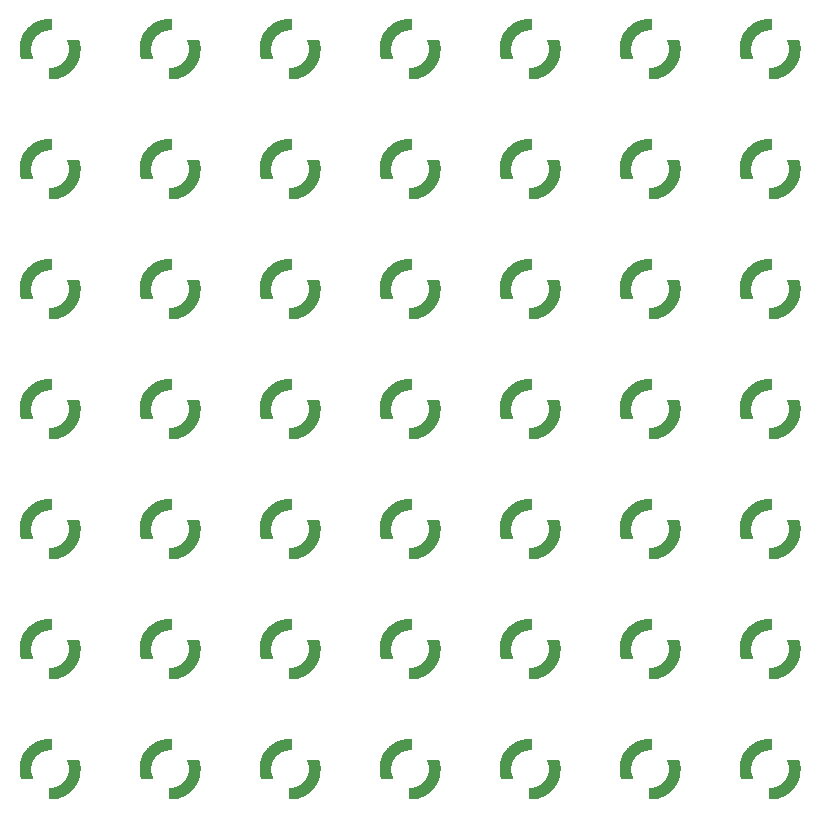
<source format=gtp>
G75*
%MOIN*%
%OFA0B0*%
%FSLAX25Y25*%
%IPPOS*%
%LPD*%
%AMOC8*
5,1,8,0,0,1.08239X$1,22.5*
%
%ADD10C,0.00039*%
D10*
X0114554Y0072870D02*
X0114208Y0074296D01*
X0114077Y0075757D01*
X0114163Y0077222D01*
X0114465Y0078658D01*
X0114977Y0080033D01*
X0115686Y0081317D01*
X0116578Y0082483D01*
X0117632Y0083503D01*
X0118826Y0084356D01*
X0120133Y0085023D01*
X0121524Y0085490D01*
X0122969Y0085745D01*
X0124436Y0085783D01*
X0124436Y0082319D01*
X0123386Y0082297D01*
X0122354Y0082105D01*
X0121366Y0081750D01*
X0120448Y0081239D01*
X0119625Y0080587D01*
X0118918Y0079811D01*
X0118346Y0078931D01*
X0117923Y0077969D01*
X0117662Y0076953D01*
X0117568Y0075907D01*
X0117644Y0074860D01*
X0117888Y0073838D01*
X0118294Y0072870D01*
X0114554Y0072870D01*
X0114551Y0072882D02*
X0118289Y0072882D01*
X0118273Y0072920D02*
X0114542Y0072920D01*
X0114533Y0072958D02*
X0118257Y0072958D01*
X0118241Y0072996D02*
X0114523Y0072996D01*
X0114514Y0073033D02*
X0118225Y0073033D01*
X0118210Y0073071D02*
X0114505Y0073071D01*
X0114496Y0073109D02*
X0118194Y0073109D01*
X0118178Y0073147D02*
X0114487Y0073147D01*
X0114477Y0073185D02*
X0118162Y0073185D01*
X0118146Y0073223D02*
X0114468Y0073223D01*
X0114459Y0073261D02*
X0118130Y0073261D01*
X0118114Y0073299D02*
X0114450Y0073299D01*
X0114441Y0073337D02*
X0118098Y0073337D01*
X0118083Y0073374D02*
X0114431Y0073374D01*
X0114422Y0073412D02*
X0118067Y0073412D01*
X0118051Y0073450D02*
X0114413Y0073450D01*
X0114404Y0073488D02*
X0118035Y0073488D01*
X0118019Y0073526D02*
X0114395Y0073526D01*
X0114385Y0073564D02*
X0118003Y0073564D01*
X0117987Y0073602D02*
X0114376Y0073602D01*
X0114367Y0073640D02*
X0117971Y0073640D01*
X0117955Y0073677D02*
X0114358Y0073677D01*
X0114349Y0073715D02*
X0117940Y0073715D01*
X0117924Y0073753D02*
X0114339Y0073753D01*
X0114330Y0073791D02*
X0117908Y0073791D01*
X0117892Y0073829D02*
X0114321Y0073829D01*
X0114312Y0073867D02*
X0117881Y0073867D01*
X0117872Y0073905D02*
X0114303Y0073905D01*
X0114293Y0073943D02*
X0117863Y0073943D01*
X0117854Y0073980D02*
X0114284Y0073980D01*
X0114275Y0074018D02*
X0117845Y0074018D01*
X0117836Y0074056D02*
X0114266Y0074056D01*
X0114257Y0074094D02*
X0117827Y0074094D01*
X0117818Y0074132D02*
X0114248Y0074132D01*
X0114238Y0074170D02*
X0117809Y0074170D01*
X0117800Y0074208D02*
X0114229Y0074208D01*
X0114220Y0074246D02*
X0117791Y0074246D01*
X0117782Y0074284D02*
X0114211Y0074284D01*
X0114205Y0074321D02*
X0117772Y0074321D01*
X0117763Y0074359D02*
X0114202Y0074359D01*
X0114199Y0074397D02*
X0117754Y0074397D01*
X0117745Y0074435D02*
X0114195Y0074435D01*
X0114192Y0074473D02*
X0117736Y0074473D01*
X0117727Y0074511D02*
X0114188Y0074511D01*
X0114185Y0074549D02*
X0117718Y0074549D01*
X0117709Y0074587D02*
X0114182Y0074587D01*
X0114178Y0074624D02*
X0117700Y0074624D01*
X0117691Y0074662D02*
X0114175Y0074662D01*
X0114171Y0074700D02*
X0117682Y0074700D01*
X0117673Y0074738D02*
X0114168Y0074738D01*
X0114165Y0074776D02*
X0117664Y0074776D01*
X0117655Y0074814D02*
X0114161Y0074814D01*
X0114158Y0074852D02*
X0117646Y0074852D01*
X0117642Y0074890D02*
X0114154Y0074890D01*
X0114151Y0074928D02*
X0117639Y0074928D01*
X0117636Y0074965D02*
X0114148Y0074965D01*
X0114144Y0075003D02*
X0117633Y0075003D01*
X0117631Y0075041D02*
X0114141Y0075041D01*
X0114137Y0075079D02*
X0117628Y0075079D01*
X0117625Y0075117D02*
X0114134Y0075117D01*
X0114131Y0075155D02*
X0117622Y0075155D01*
X0117620Y0075193D02*
X0114127Y0075193D01*
X0114124Y0075231D02*
X0117617Y0075231D01*
X0117614Y0075268D02*
X0114120Y0075268D01*
X0114117Y0075306D02*
X0117611Y0075306D01*
X0117609Y0075344D02*
X0114114Y0075344D01*
X0114110Y0075382D02*
X0117606Y0075382D01*
X0117603Y0075420D02*
X0114107Y0075420D01*
X0114103Y0075458D02*
X0117600Y0075458D01*
X0117598Y0075496D02*
X0114100Y0075496D01*
X0114097Y0075534D02*
X0117595Y0075534D01*
X0117592Y0075572D02*
X0114093Y0075572D01*
X0114090Y0075609D02*
X0117589Y0075609D01*
X0117586Y0075647D02*
X0114086Y0075647D01*
X0114083Y0075685D02*
X0117584Y0075685D01*
X0117581Y0075723D02*
X0114080Y0075723D01*
X0114077Y0075761D02*
X0117578Y0075761D01*
X0117575Y0075799D02*
X0114079Y0075799D01*
X0114081Y0075837D02*
X0117573Y0075837D01*
X0117570Y0075875D02*
X0114083Y0075875D01*
X0114086Y0075912D02*
X0117568Y0075912D01*
X0117572Y0075950D02*
X0114088Y0075950D01*
X0114090Y0075988D02*
X0117575Y0075988D01*
X0117578Y0076026D02*
X0114092Y0076026D01*
X0114095Y0076064D02*
X0117582Y0076064D01*
X0117585Y0076102D02*
X0114097Y0076102D01*
X0114099Y0076140D02*
X0117589Y0076140D01*
X0117592Y0076178D02*
X0114101Y0076178D01*
X0114104Y0076215D02*
X0117595Y0076215D01*
X0117599Y0076253D02*
X0114106Y0076253D01*
X0114108Y0076291D02*
X0117602Y0076291D01*
X0117606Y0076329D02*
X0114110Y0076329D01*
X0114113Y0076367D02*
X0117609Y0076367D01*
X0117612Y0076405D02*
X0114115Y0076405D01*
X0114117Y0076443D02*
X0117616Y0076443D01*
X0117619Y0076481D02*
X0114119Y0076481D01*
X0114121Y0076519D02*
X0117623Y0076519D01*
X0117626Y0076556D02*
X0114124Y0076556D01*
X0114126Y0076594D02*
X0117629Y0076594D01*
X0117633Y0076632D02*
X0114128Y0076632D01*
X0114130Y0076670D02*
X0117636Y0076670D01*
X0117640Y0076708D02*
X0114133Y0076708D01*
X0114135Y0076746D02*
X0117643Y0076746D01*
X0117646Y0076784D02*
X0114137Y0076784D01*
X0114139Y0076822D02*
X0117650Y0076822D01*
X0117653Y0076859D02*
X0114142Y0076859D01*
X0114144Y0076897D02*
X0117657Y0076897D01*
X0117660Y0076935D02*
X0114146Y0076935D01*
X0114148Y0076973D02*
X0117667Y0076973D01*
X0117677Y0077011D02*
X0114151Y0077011D01*
X0114153Y0077049D02*
X0117686Y0077049D01*
X0117696Y0077087D02*
X0114155Y0077087D01*
X0114157Y0077125D02*
X0117706Y0077125D01*
X0117716Y0077163D02*
X0114160Y0077163D01*
X0114162Y0077200D02*
X0117725Y0077200D01*
X0117735Y0077238D02*
X0114166Y0077238D01*
X0114174Y0077276D02*
X0117745Y0077276D01*
X0117755Y0077314D02*
X0114182Y0077314D01*
X0114190Y0077352D02*
X0117764Y0077352D01*
X0117774Y0077390D02*
X0114198Y0077390D01*
X0114206Y0077428D02*
X0117784Y0077428D01*
X0117794Y0077466D02*
X0114214Y0077466D01*
X0114222Y0077503D02*
X0117803Y0077503D01*
X0117813Y0077541D02*
X0114230Y0077541D01*
X0114238Y0077579D02*
X0117823Y0077579D01*
X0117833Y0077617D02*
X0114246Y0077617D01*
X0114254Y0077655D02*
X0117842Y0077655D01*
X0117852Y0077693D02*
X0114262Y0077693D01*
X0114270Y0077731D02*
X0117862Y0077731D01*
X0117872Y0077769D02*
X0114278Y0077769D01*
X0114286Y0077807D02*
X0117881Y0077807D01*
X0117891Y0077844D02*
X0114294Y0077844D01*
X0114302Y0077882D02*
X0117901Y0077882D01*
X0117911Y0077920D02*
X0114310Y0077920D01*
X0114318Y0077958D02*
X0117920Y0077958D01*
X0117935Y0077996D02*
X0114326Y0077996D01*
X0114334Y0078034D02*
X0117952Y0078034D01*
X0117968Y0078072D02*
X0114342Y0078072D01*
X0114350Y0078110D02*
X0117985Y0078110D01*
X0118002Y0078147D02*
X0114358Y0078147D01*
X0114366Y0078185D02*
X0118018Y0078185D01*
X0118035Y0078223D02*
X0114374Y0078223D01*
X0114382Y0078261D02*
X0118052Y0078261D01*
X0118068Y0078299D02*
X0114390Y0078299D01*
X0114398Y0078337D02*
X0118085Y0078337D01*
X0118102Y0078375D02*
X0114406Y0078375D01*
X0114414Y0078413D02*
X0118118Y0078413D01*
X0118135Y0078450D02*
X0114422Y0078450D01*
X0114430Y0078488D02*
X0118152Y0078488D01*
X0118168Y0078526D02*
X0114438Y0078526D01*
X0114446Y0078564D02*
X0118185Y0078564D01*
X0118201Y0078602D02*
X0114454Y0078602D01*
X0114462Y0078640D02*
X0118218Y0078640D01*
X0118235Y0078678D02*
X0114473Y0078678D01*
X0114487Y0078716D02*
X0118251Y0078716D01*
X0118268Y0078754D02*
X0114501Y0078754D01*
X0114515Y0078791D02*
X0118285Y0078791D01*
X0118301Y0078829D02*
X0114529Y0078829D01*
X0114543Y0078867D02*
X0118318Y0078867D01*
X0118335Y0078905D02*
X0114557Y0078905D01*
X0114571Y0078943D02*
X0118354Y0078943D01*
X0118379Y0078981D02*
X0114586Y0078981D01*
X0114600Y0079019D02*
X0118403Y0079019D01*
X0118428Y0079057D02*
X0114614Y0079057D01*
X0114628Y0079094D02*
X0118452Y0079094D01*
X0118477Y0079132D02*
X0114642Y0079132D01*
X0114656Y0079170D02*
X0118502Y0079170D01*
X0118526Y0079208D02*
X0114670Y0079208D01*
X0114684Y0079246D02*
X0118551Y0079246D01*
X0118576Y0079284D02*
X0114698Y0079284D01*
X0114712Y0079322D02*
X0118600Y0079322D01*
X0118625Y0079360D02*
X0114726Y0079360D01*
X0114741Y0079398D02*
X0118649Y0079398D01*
X0118674Y0079435D02*
X0114755Y0079435D01*
X0114769Y0079473D02*
X0118699Y0079473D01*
X0118723Y0079511D02*
X0114783Y0079511D01*
X0114797Y0079549D02*
X0118748Y0079549D01*
X0118772Y0079587D02*
X0114811Y0079587D01*
X0114825Y0079625D02*
X0118797Y0079625D01*
X0118822Y0079663D02*
X0114839Y0079663D01*
X0114853Y0079701D02*
X0118846Y0079701D01*
X0118871Y0079738D02*
X0114867Y0079738D01*
X0114881Y0079776D02*
X0118896Y0079776D01*
X0118921Y0079814D02*
X0114896Y0079814D01*
X0114910Y0079852D02*
X0118956Y0079852D01*
X0118990Y0079890D02*
X0114924Y0079890D01*
X0114938Y0079928D02*
X0119025Y0079928D01*
X0119059Y0079966D02*
X0114952Y0079966D01*
X0114966Y0080004D02*
X0119094Y0080004D01*
X0119128Y0080042D02*
X0114982Y0080042D01*
X0115003Y0080079D02*
X0119163Y0080079D01*
X0119197Y0080117D02*
X0115023Y0080117D01*
X0115044Y0080155D02*
X0119232Y0080155D01*
X0119266Y0080193D02*
X0115065Y0080193D01*
X0115086Y0080231D02*
X0119300Y0080231D01*
X0119335Y0080269D02*
X0115107Y0080269D01*
X0115128Y0080307D02*
X0119369Y0080307D01*
X0119404Y0080345D02*
X0115149Y0080345D01*
X0115170Y0080382D02*
X0119438Y0080382D01*
X0119473Y0080420D02*
X0115191Y0080420D01*
X0115212Y0080458D02*
X0119507Y0080458D01*
X0119542Y0080496D02*
X0115233Y0080496D01*
X0115254Y0080534D02*
X0119576Y0080534D01*
X0119611Y0080572D02*
X0115275Y0080572D01*
X0115295Y0080610D02*
X0119653Y0080610D01*
X0119701Y0080648D02*
X0115316Y0080648D01*
X0115337Y0080685D02*
X0119749Y0080685D01*
X0119797Y0080723D02*
X0115358Y0080723D01*
X0115379Y0080761D02*
X0119845Y0080761D01*
X0119892Y0080799D02*
X0115400Y0080799D01*
X0115421Y0080837D02*
X0119940Y0080837D01*
X0119988Y0080875D02*
X0115442Y0080875D01*
X0115463Y0080913D02*
X0120036Y0080913D01*
X0120084Y0080951D02*
X0115484Y0080951D01*
X0115505Y0080989D02*
X0120131Y0080989D01*
X0120179Y0081026D02*
X0115526Y0081026D01*
X0115547Y0081064D02*
X0120227Y0081064D01*
X0120275Y0081102D02*
X0115567Y0081102D01*
X0115588Y0081140D02*
X0120323Y0081140D01*
X0120371Y0081178D02*
X0115609Y0081178D01*
X0115630Y0081216D02*
X0120418Y0081216D01*
X0120474Y0081254D02*
X0115651Y0081254D01*
X0115672Y0081292D02*
X0120542Y0081292D01*
X0120610Y0081329D02*
X0115696Y0081329D01*
X0115725Y0081367D02*
X0120678Y0081367D01*
X0120746Y0081405D02*
X0115754Y0081405D01*
X0115783Y0081443D02*
X0120814Y0081443D01*
X0120882Y0081481D02*
X0115812Y0081481D01*
X0115841Y0081519D02*
X0120950Y0081519D01*
X0121019Y0081557D02*
X0115870Y0081557D01*
X0115898Y0081595D02*
X0121087Y0081595D01*
X0121155Y0081633D02*
X0115927Y0081633D01*
X0115956Y0081670D02*
X0121223Y0081670D01*
X0121291Y0081708D02*
X0115985Y0081708D01*
X0116014Y0081746D02*
X0121359Y0081746D01*
X0121461Y0081784D02*
X0116043Y0081784D01*
X0116072Y0081822D02*
X0121566Y0081822D01*
X0121671Y0081860D02*
X0116101Y0081860D01*
X0116130Y0081898D02*
X0121776Y0081898D01*
X0121882Y0081936D02*
X0116159Y0081936D01*
X0116188Y0081973D02*
X0121987Y0081973D01*
X0122092Y0082011D02*
X0116217Y0082011D01*
X0116246Y0082049D02*
X0122197Y0082049D01*
X0122303Y0082087D02*
X0116275Y0082087D01*
X0116304Y0082125D02*
X0122459Y0082125D01*
X0122663Y0082163D02*
X0116333Y0082163D01*
X0116362Y0082201D02*
X0122868Y0082201D01*
X0123072Y0082239D02*
X0116391Y0082239D01*
X0116420Y0082277D02*
X0123276Y0082277D01*
X0124222Y0082314D02*
X0116449Y0082314D01*
X0116478Y0082352D02*
X0124436Y0082352D01*
X0124436Y0082390D02*
X0116507Y0082390D01*
X0116536Y0082428D02*
X0124436Y0082428D01*
X0124436Y0082466D02*
X0116565Y0082466D01*
X0116600Y0082504D02*
X0124436Y0082504D01*
X0124436Y0082542D02*
X0116639Y0082542D01*
X0116678Y0082580D02*
X0124436Y0082580D01*
X0124436Y0082617D02*
X0116717Y0082617D01*
X0116756Y0082655D02*
X0124436Y0082655D01*
X0124436Y0082693D02*
X0116796Y0082693D01*
X0116835Y0082731D02*
X0124436Y0082731D01*
X0124436Y0082769D02*
X0116874Y0082769D01*
X0116913Y0082807D02*
X0124436Y0082807D01*
X0124436Y0082845D02*
X0116952Y0082845D01*
X0116991Y0082883D02*
X0124436Y0082883D01*
X0124436Y0082920D02*
X0117030Y0082920D01*
X0117070Y0082958D02*
X0124436Y0082958D01*
X0124436Y0082996D02*
X0117109Y0082996D01*
X0117148Y0083034D02*
X0124436Y0083034D01*
X0124436Y0083072D02*
X0117187Y0083072D01*
X0117226Y0083110D02*
X0124436Y0083110D01*
X0124436Y0083148D02*
X0117265Y0083148D01*
X0117304Y0083186D02*
X0124436Y0083186D01*
X0124436Y0083224D02*
X0117344Y0083224D01*
X0117383Y0083261D02*
X0124436Y0083261D01*
X0124436Y0083299D02*
X0117422Y0083299D01*
X0117461Y0083337D02*
X0124436Y0083337D01*
X0124436Y0083375D02*
X0117500Y0083375D01*
X0117539Y0083413D02*
X0124436Y0083413D01*
X0124436Y0083451D02*
X0117578Y0083451D01*
X0117618Y0083489D02*
X0124436Y0083489D01*
X0124436Y0083527D02*
X0117665Y0083527D01*
X0117718Y0083564D02*
X0124436Y0083564D01*
X0124436Y0083602D02*
X0117771Y0083602D01*
X0117824Y0083640D02*
X0124436Y0083640D01*
X0124436Y0083678D02*
X0117877Y0083678D01*
X0117930Y0083716D02*
X0124436Y0083716D01*
X0124436Y0083754D02*
X0117983Y0083754D01*
X0118036Y0083792D02*
X0124436Y0083792D01*
X0124436Y0083830D02*
X0118089Y0083830D01*
X0118142Y0083868D02*
X0124436Y0083868D01*
X0124436Y0083905D02*
X0118195Y0083905D01*
X0118248Y0083943D02*
X0124436Y0083943D01*
X0124436Y0083981D02*
X0118301Y0083981D01*
X0118354Y0084019D02*
X0124436Y0084019D01*
X0124436Y0084057D02*
X0118407Y0084057D01*
X0118460Y0084095D02*
X0124436Y0084095D01*
X0124436Y0084133D02*
X0118513Y0084133D01*
X0118566Y0084171D02*
X0124436Y0084171D01*
X0124436Y0084208D02*
X0118619Y0084208D01*
X0118672Y0084246D02*
X0124436Y0084246D01*
X0124436Y0084284D02*
X0118725Y0084284D01*
X0118778Y0084322D02*
X0124436Y0084322D01*
X0124436Y0084360D02*
X0118834Y0084360D01*
X0118908Y0084398D02*
X0124436Y0084398D01*
X0124436Y0084436D02*
X0118982Y0084436D01*
X0119056Y0084474D02*
X0124436Y0084474D01*
X0124436Y0084512D02*
X0119130Y0084512D01*
X0119205Y0084549D02*
X0124436Y0084549D01*
X0124436Y0084587D02*
X0119279Y0084587D01*
X0119353Y0084625D02*
X0124436Y0084625D01*
X0124436Y0084663D02*
X0119427Y0084663D01*
X0119501Y0084701D02*
X0124436Y0084701D01*
X0124436Y0084739D02*
X0119576Y0084739D01*
X0119650Y0084777D02*
X0124436Y0084777D01*
X0124436Y0084815D02*
X0119724Y0084815D01*
X0119798Y0084852D02*
X0124436Y0084852D01*
X0124436Y0084890D02*
X0119873Y0084890D01*
X0119947Y0084928D02*
X0124436Y0084928D01*
X0124436Y0084966D02*
X0120021Y0084966D01*
X0120095Y0085004D02*
X0124436Y0085004D01*
X0124436Y0085042D02*
X0120188Y0085042D01*
X0120301Y0085080D02*
X0124436Y0085080D01*
X0124436Y0085118D02*
X0120414Y0085118D01*
X0120527Y0085155D02*
X0124436Y0085155D01*
X0124436Y0085193D02*
X0120640Y0085193D01*
X0120753Y0085231D02*
X0124436Y0085231D01*
X0124436Y0085269D02*
X0120866Y0085269D01*
X0120980Y0085307D02*
X0124436Y0085307D01*
X0124436Y0085345D02*
X0121093Y0085345D01*
X0121206Y0085383D02*
X0124436Y0085383D01*
X0124436Y0085421D02*
X0121319Y0085421D01*
X0121432Y0085459D02*
X0124436Y0085459D01*
X0124436Y0085496D02*
X0121563Y0085496D01*
X0121777Y0085534D02*
X0124436Y0085534D01*
X0124436Y0085572D02*
X0121992Y0085572D01*
X0122206Y0085610D02*
X0124436Y0085610D01*
X0124436Y0085648D02*
X0122421Y0085648D01*
X0122635Y0085686D02*
X0124436Y0085686D01*
X0124436Y0085724D02*
X0122849Y0085724D01*
X0123606Y0085762D02*
X0124436Y0085762D01*
X0129869Y0078854D02*
X0130275Y0077886D01*
X0130519Y0076865D01*
X0130595Y0075818D01*
X0130501Y0074772D01*
X0130239Y0073755D01*
X0129817Y0072794D01*
X0129245Y0071913D01*
X0128538Y0071137D01*
X0127715Y0070485D01*
X0126797Y0069975D01*
X0125809Y0069619D01*
X0124777Y0069428D01*
X0123727Y0069406D01*
X0123727Y0065941D01*
X0125194Y0065980D01*
X0126639Y0066235D01*
X0128030Y0066701D01*
X0129337Y0067368D01*
X0130530Y0068221D01*
X0131585Y0069242D01*
X0132476Y0070407D01*
X0133186Y0071691D01*
X0133697Y0073067D01*
X0134000Y0074502D01*
X0134086Y0075967D01*
X0133955Y0077428D01*
X0130384Y0077428D01*
X0130375Y0077466D02*
X0133946Y0077466D01*
X0133955Y0077428D02*
X0133609Y0078854D01*
X0129869Y0078854D01*
X0129879Y0078829D02*
X0133615Y0078829D01*
X0133624Y0078791D02*
X0129895Y0078791D01*
X0129911Y0078754D02*
X0133633Y0078754D01*
X0133643Y0078716D02*
X0129927Y0078716D01*
X0129943Y0078678D02*
X0133652Y0078678D01*
X0133661Y0078640D02*
X0129959Y0078640D01*
X0129975Y0078602D02*
X0133670Y0078602D01*
X0133679Y0078564D02*
X0129990Y0078564D01*
X0130006Y0078526D02*
X0133689Y0078526D01*
X0133698Y0078488D02*
X0130022Y0078488D01*
X0130038Y0078450D02*
X0133707Y0078450D01*
X0133716Y0078413D02*
X0130054Y0078413D01*
X0130070Y0078375D02*
X0133725Y0078375D01*
X0133735Y0078337D02*
X0130086Y0078337D01*
X0130102Y0078299D02*
X0133744Y0078299D01*
X0133753Y0078261D02*
X0130117Y0078261D01*
X0130133Y0078223D02*
X0133762Y0078223D01*
X0133771Y0078185D02*
X0130149Y0078185D01*
X0130165Y0078147D02*
X0133780Y0078147D01*
X0133790Y0078110D02*
X0130181Y0078110D01*
X0130197Y0078072D02*
X0133799Y0078072D01*
X0133808Y0078034D02*
X0130213Y0078034D01*
X0130229Y0077996D02*
X0133817Y0077996D01*
X0133826Y0077958D02*
X0130245Y0077958D01*
X0130260Y0077920D02*
X0133836Y0077920D01*
X0133845Y0077882D02*
X0130276Y0077882D01*
X0130285Y0077844D02*
X0133854Y0077844D01*
X0133863Y0077807D02*
X0130294Y0077807D01*
X0130303Y0077769D02*
X0133872Y0077769D01*
X0133882Y0077731D02*
X0130312Y0077731D01*
X0130321Y0077693D02*
X0133891Y0077693D01*
X0133900Y0077655D02*
X0130330Y0077655D01*
X0130339Y0077617D02*
X0133909Y0077617D01*
X0133918Y0077579D02*
X0130348Y0077579D01*
X0130357Y0077541D02*
X0133928Y0077541D01*
X0133937Y0077503D02*
X0130366Y0077503D01*
X0130393Y0077390D02*
X0133958Y0077390D01*
X0133962Y0077352D02*
X0130402Y0077352D01*
X0130412Y0077314D02*
X0133965Y0077314D01*
X0133969Y0077276D02*
X0130421Y0077276D01*
X0130430Y0077238D02*
X0133972Y0077238D01*
X0133975Y0077200D02*
X0130439Y0077200D01*
X0130448Y0077163D02*
X0133979Y0077163D01*
X0133982Y0077125D02*
X0130457Y0077125D01*
X0130466Y0077087D02*
X0133986Y0077087D01*
X0133989Y0077049D02*
X0130475Y0077049D01*
X0130484Y0077011D02*
X0133992Y0077011D01*
X0133996Y0076973D02*
X0130493Y0076973D01*
X0130502Y0076935D02*
X0133999Y0076935D01*
X0134003Y0076897D02*
X0130511Y0076897D01*
X0130519Y0076859D02*
X0134006Y0076859D01*
X0134009Y0076822D02*
X0130522Y0076822D01*
X0130525Y0076784D02*
X0134013Y0076784D01*
X0134016Y0076746D02*
X0130528Y0076746D01*
X0130530Y0076708D02*
X0134020Y0076708D01*
X0134023Y0076670D02*
X0130533Y0076670D01*
X0130536Y0076632D02*
X0134026Y0076632D01*
X0134030Y0076594D02*
X0130539Y0076594D01*
X0130541Y0076556D02*
X0134033Y0076556D01*
X0134037Y0076519D02*
X0130544Y0076519D01*
X0130547Y0076481D02*
X0134040Y0076481D01*
X0134043Y0076443D02*
X0130550Y0076443D01*
X0130552Y0076405D02*
X0134047Y0076405D01*
X0134050Y0076367D02*
X0130555Y0076367D01*
X0130558Y0076329D02*
X0134054Y0076329D01*
X0134057Y0076291D02*
X0130561Y0076291D01*
X0130563Y0076253D02*
X0134060Y0076253D01*
X0134064Y0076215D02*
X0130566Y0076215D01*
X0130569Y0076178D02*
X0134067Y0076178D01*
X0134071Y0076140D02*
X0130572Y0076140D01*
X0130574Y0076102D02*
X0134074Y0076102D01*
X0134077Y0076064D02*
X0130577Y0076064D01*
X0130580Y0076026D02*
X0134081Y0076026D01*
X0134084Y0075988D02*
X0130583Y0075988D01*
X0130585Y0075950D02*
X0134085Y0075950D01*
X0134083Y0075912D02*
X0130588Y0075912D01*
X0130591Y0075875D02*
X0134081Y0075875D01*
X0134078Y0075837D02*
X0130594Y0075837D01*
X0130593Y0075799D02*
X0134076Y0075799D01*
X0134074Y0075761D02*
X0130590Y0075761D01*
X0130587Y0075723D02*
X0134072Y0075723D01*
X0134070Y0075685D02*
X0130583Y0075685D01*
X0130580Y0075647D02*
X0134067Y0075647D01*
X0134065Y0075609D02*
X0130576Y0075609D01*
X0130573Y0075572D02*
X0134063Y0075572D01*
X0134061Y0075534D02*
X0130570Y0075534D01*
X0130566Y0075496D02*
X0134058Y0075496D01*
X0134056Y0075458D02*
X0130563Y0075458D01*
X0130559Y0075420D02*
X0134054Y0075420D01*
X0134052Y0075382D02*
X0130556Y0075382D01*
X0130553Y0075344D02*
X0134049Y0075344D01*
X0134047Y0075306D02*
X0130549Y0075306D01*
X0130546Y0075268D02*
X0134045Y0075268D01*
X0134043Y0075231D02*
X0130542Y0075231D01*
X0130539Y0075193D02*
X0134040Y0075193D01*
X0134038Y0075155D02*
X0130536Y0075155D01*
X0130532Y0075117D02*
X0134036Y0075117D01*
X0134034Y0075079D02*
X0130529Y0075079D01*
X0130525Y0075041D02*
X0134031Y0075041D01*
X0134029Y0075003D02*
X0130522Y0075003D01*
X0130518Y0074965D02*
X0134027Y0074965D01*
X0134025Y0074928D02*
X0130515Y0074928D01*
X0130512Y0074890D02*
X0134023Y0074890D01*
X0134020Y0074852D02*
X0130508Y0074852D01*
X0130505Y0074814D02*
X0134018Y0074814D01*
X0134016Y0074776D02*
X0130501Y0074776D01*
X0130492Y0074738D02*
X0134014Y0074738D01*
X0134011Y0074700D02*
X0130483Y0074700D01*
X0130473Y0074662D02*
X0134009Y0074662D01*
X0134007Y0074624D02*
X0130463Y0074624D01*
X0130453Y0074587D02*
X0134005Y0074587D01*
X0134002Y0074549D02*
X0130444Y0074549D01*
X0130434Y0074511D02*
X0134000Y0074511D01*
X0133993Y0074473D02*
X0130424Y0074473D01*
X0130414Y0074435D02*
X0133985Y0074435D01*
X0133978Y0074397D02*
X0130405Y0074397D01*
X0130395Y0074359D02*
X0133970Y0074359D01*
X0133962Y0074321D02*
X0130385Y0074321D01*
X0130375Y0074284D02*
X0133954Y0074284D01*
X0133946Y0074246D02*
X0130366Y0074246D01*
X0130356Y0074208D02*
X0133938Y0074208D01*
X0133930Y0074170D02*
X0130346Y0074170D01*
X0130336Y0074132D02*
X0133922Y0074132D01*
X0133914Y0074094D02*
X0130327Y0074094D01*
X0130317Y0074056D02*
X0133906Y0074056D01*
X0133898Y0074018D02*
X0130307Y0074018D01*
X0130297Y0073980D02*
X0133890Y0073980D01*
X0133882Y0073943D02*
X0130288Y0073943D01*
X0130278Y0073905D02*
X0133874Y0073905D01*
X0133866Y0073867D02*
X0130268Y0073867D01*
X0130258Y0073829D02*
X0133858Y0073829D01*
X0133850Y0073791D02*
X0130249Y0073791D01*
X0130239Y0073753D02*
X0133842Y0073753D01*
X0133834Y0073715D02*
X0130222Y0073715D01*
X0130205Y0073677D02*
X0133826Y0073677D01*
X0133818Y0073640D02*
X0130189Y0073640D01*
X0130172Y0073602D02*
X0133810Y0073602D01*
X0133802Y0073564D02*
X0130155Y0073564D01*
X0130139Y0073526D02*
X0133794Y0073526D01*
X0133786Y0073488D02*
X0130122Y0073488D01*
X0130105Y0073450D02*
X0133778Y0073450D01*
X0133770Y0073412D02*
X0130089Y0073412D01*
X0130072Y0073374D02*
X0133762Y0073374D01*
X0133754Y0073337D02*
X0130055Y0073337D01*
X0130039Y0073299D02*
X0133746Y0073299D01*
X0133738Y0073261D02*
X0130022Y0073261D01*
X0130005Y0073223D02*
X0133730Y0073223D01*
X0133722Y0073185D02*
X0129989Y0073185D01*
X0129972Y0073147D02*
X0133714Y0073147D01*
X0133706Y0073109D02*
X0129955Y0073109D01*
X0129939Y0073071D02*
X0133698Y0073071D01*
X0133685Y0073033D02*
X0129922Y0073033D01*
X0129906Y0072996D02*
X0133671Y0072996D01*
X0133657Y0072958D02*
X0129889Y0072958D01*
X0129872Y0072920D02*
X0133643Y0072920D01*
X0133629Y0072882D02*
X0129856Y0072882D01*
X0129839Y0072844D02*
X0133615Y0072844D01*
X0133600Y0072806D02*
X0129822Y0072806D01*
X0129800Y0072768D02*
X0133586Y0072768D01*
X0133572Y0072730D02*
X0129776Y0072730D01*
X0129751Y0072693D02*
X0133558Y0072693D01*
X0133544Y0072655D02*
X0129726Y0072655D01*
X0129702Y0072617D02*
X0133530Y0072617D01*
X0133516Y0072579D02*
X0129677Y0072579D01*
X0129653Y0072541D02*
X0133502Y0072541D01*
X0133488Y0072503D02*
X0129628Y0072503D01*
X0129603Y0072465D02*
X0133474Y0072465D01*
X0133460Y0072427D02*
X0129579Y0072427D01*
X0129554Y0072389D02*
X0133445Y0072389D01*
X0133431Y0072352D02*
X0129529Y0072352D01*
X0129505Y0072314D02*
X0133417Y0072314D01*
X0133403Y0072276D02*
X0129480Y0072276D01*
X0129456Y0072238D02*
X0133389Y0072238D01*
X0133375Y0072200D02*
X0129431Y0072200D01*
X0129406Y0072162D02*
X0133361Y0072162D01*
X0133347Y0072124D02*
X0129382Y0072124D01*
X0129357Y0072086D02*
X0133333Y0072086D01*
X0133319Y0072049D02*
X0129332Y0072049D01*
X0129308Y0072011D02*
X0133305Y0072011D01*
X0133290Y0071973D02*
X0129283Y0071973D01*
X0129259Y0071935D02*
X0133276Y0071935D01*
X0133262Y0071897D02*
X0129230Y0071897D01*
X0129195Y0071859D02*
X0133248Y0071859D01*
X0133234Y0071821D02*
X0129161Y0071821D01*
X0129126Y0071783D02*
X0133220Y0071783D01*
X0133206Y0071745D02*
X0129092Y0071745D01*
X0129057Y0071708D02*
X0133192Y0071708D01*
X0133174Y0071670D02*
X0129023Y0071670D01*
X0128988Y0071632D02*
X0133153Y0071632D01*
X0133132Y0071594D02*
X0128954Y0071594D01*
X0128919Y0071556D02*
X0133111Y0071556D01*
X0133090Y0071518D02*
X0128885Y0071518D01*
X0128850Y0071480D02*
X0133069Y0071480D01*
X0133048Y0071442D02*
X0128816Y0071442D01*
X0128781Y0071405D02*
X0133027Y0071405D01*
X0133006Y0071367D02*
X0128747Y0071367D01*
X0128712Y0071329D02*
X0132986Y0071329D01*
X0132965Y0071291D02*
X0128678Y0071291D01*
X0128643Y0071253D02*
X0132944Y0071253D01*
X0132923Y0071215D02*
X0128609Y0071215D01*
X0128574Y0071177D02*
X0132902Y0071177D01*
X0132881Y0071139D02*
X0128540Y0071139D01*
X0128493Y0071102D02*
X0132860Y0071102D01*
X0132839Y0071064D02*
X0128445Y0071064D01*
X0128397Y0071026D02*
X0132818Y0071026D01*
X0132797Y0070988D02*
X0128349Y0070988D01*
X0128302Y0070950D02*
X0132776Y0070950D01*
X0132755Y0070912D02*
X0128254Y0070912D01*
X0128206Y0070874D02*
X0132734Y0070874D01*
X0132714Y0070836D02*
X0128158Y0070836D01*
X0128110Y0070798D02*
X0132693Y0070798D01*
X0132672Y0070761D02*
X0128062Y0070761D01*
X0128015Y0070723D02*
X0132651Y0070723D01*
X0132630Y0070685D02*
X0127967Y0070685D01*
X0127919Y0070647D02*
X0132609Y0070647D01*
X0132588Y0070609D02*
X0127871Y0070609D01*
X0127823Y0070571D02*
X0132567Y0070571D01*
X0132546Y0070533D02*
X0127776Y0070533D01*
X0127728Y0070495D02*
X0132525Y0070495D01*
X0132504Y0070458D02*
X0127665Y0070458D01*
X0127597Y0070420D02*
X0132483Y0070420D01*
X0132457Y0070382D02*
X0127529Y0070382D01*
X0127461Y0070344D02*
X0132428Y0070344D01*
X0132399Y0070306D02*
X0127393Y0070306D01*
X0127325Y0070268D02*
X0132370Y0070268D01*
X0132341Y0070230D02*
X0127257Y0070230D01*
X0127189Y0070192D02*
X0132312Y0070192D01*
X0132283Y0070154D02*
X0127120Y0070154D01*
X0127052Y0070117D02*
X0132254Y0070117D01*
X0132225Y0070079D02*
X0126984Y0070079D01*
X0126916Y0070041D02*
X0132196Y0070041D01*
X0132167Y0070003D02*
X0126848Y0070003D01*
X0126771Y0069965D02*
X0132138Y0069965D01*
X0132109Y0069927D02*
X0126665Y0069927D01*
X0126560Y0069889D02*
X0132080Y0069889D01*
X0132051Y0069851D02*
X0126455Y0069851D01*
X0126350Y0069814D02*
X0132022Y0069814D01*
X0131993Y0069776D02*
X0126245Y0069776D01*
X0126139Y0069738D02*
X0131964Y0069738D01*
X0131935Y0069700D02*
X0126034Y0069700D01*
X0125929Y0069662D02*
X0131906Y0069662D01*
X0131877Y0069624D02*
X0125824Y0069624D01*
X0125633Y0069586D02*
X0131848Y0069586D01*
X0131819Y0069548D02*
X0125428Y0069548D01*
X0125224Y0069510D02*
X0131790Y0069510D01*
X0131761Y0069473D02*
X0125020Y0069473D01*
X0124815Y0069435D02*
X0131732Y0069435D01*
X0131703Y0069397D02*
X0123727Y0069397D01*
X0123727Y0069359D02*
X0131674Y0069359D01*
X0131645Y0069321D02*
X0123727Y0069321D01*
X0123727Y0069283D02*
X0131616Y0069283D01*
X0131587Y0069245D02*
X0123727Y0069245D01*
X0123727Y0069207D02*
X0131549Y0069207D01*
X0131510Y0069170D02*
X0123727Y0069170D01*
X0123727Y0069132D02*
X0131471Y0069132D01*
X0131432Y0069094D02*
X0123727Y0069094D01*
X0123727Y0069056D02*
X0131393Y0069056D01*
X0131354Y0069018D02*
X0123727Y0069018D01*
X0123727Y0068980D02*
X0131314Y0068980D01*
X0131275Y0068942D02*
X0123727Y0068942D01*
X0123727Y0068904D02*
X0131236Y0068904D01*
X0131197Y0068866D02*
X0123727Y0068866D01*
X0123727Y0068829D02*
X0131158Y0068829D01*
X0131119Y0068791D02*
X0123727Y0068791D01*
X0123727Y0068753D02*
X0131080Y0068753D01*
X0131040Y0068715D02*
X0123727Y0068715D01*
X0123727Y0068677D02*
X0131001Y0068677D01*
X0130962Y0068639D02*
X0123727Y0068639D01*
X0123727Y0068601D02*
X0130923Y0068601D01*
X0130884Y0068563D02*
X0123727Y0068563D01*
X0123727Y0068526D02*
X0130845Y0068526D01*
X0130806Y0068488D02*
X0123727Y0068488D01*
X0123727Y0068450D02*
X0130766Y0068450D01*
X0130727Y0068412D02*
X0123727Y0068412D01*
X0123727Y0068374D02*
X0130688Y0068374D01*
X0130649Y0068336D02*
X0123727Y0068336D01*
X0123727Y0068298D02*
X0130610Y0068298D01*
X0130571Y0068260D02*
X0123727Y0068260D01*
X0123727Y0068223D02*
X0130532Y0068223D01*
X0130479Y0068185D02*
X0123727Y0068185D01*
X0123727Y0068147D02*
X0130426Y0068147D01*
X0130373Y0068109D02*
X0123727Y0068109D01*
X0123727Y0068071D02*
X0130320Y0068071D01*
X0130267Y0068033D02*
X0123727Y0068033D01*
X0123727Y0067995D02*
X0130214Y0067995D01*
X0130161Y0067957D02*
X0123727Y0067957D01*
X0123727Y0067919D02*
X0130108Y0067919D01*
X0130055Y0067882D02*
X0123727Y0067882D01*
X0123727Y0067844D02*
X0130002Y0067844D01*
X0129949Y0067806D02*
X0123727Y0067806D01*
X0123727Y0067768D02*
X0129896Y0067768D01*
X0129843Y0067730D02*
X0123727Y0067730D01*
X0123727Y0067692D02*
X0129790Y0067692D01*
X0129737Y0067654D02*
X0123727Y0067654D01*
X0123727Y0067616D02*
X0129684Y0067616D01*
X0129631Y0067579D02*
X0123727Y0067579D01*
X0123727Y0067541D02*
X0129578Y0067541D01*
X0129525Y0067503D02*
X0123727Y0067503D01*
X0123727Y0067465D02*
X0129472Y0067465D01*
X0129419Y0067427D02*
X0123727Y0067427D01*
X0123727Y0067389D02*
X0129366Y0067389D01*
X0129303Y0067351D02*
X0123727Y0067351D01*
X0123727Y0067313D02*
X0129229Y0067313D01*
X0129155Y0067275D02*
X0123727Y0067275D01*
X0123727Y0067238D02*
X0129081Y0067238D01*
X0129007Y0067200D02*
X0123727Y0067200D01*
X0123727Y0067162D02*
X0128932Y0067162D01*
X0128858Y0067124D02*
X0123727Y0067124D01*
X0123727Y0067086D02*
X0128784Y0067086D01*
X0128710Y0067048D02*
X0123727Y0067048D01*
X0123727Y0067010D02*
X0128635Y0067010D01*
X0128561Y0066972D02*
X0123727Y0066972D01*
X0123727Y0066935D02*
X0128487Y0066935D01*
X0128413Y0066897D02*
X0123727Y0066897D01*
X0123727Y0066859D02*
X0128339Y0066859D01*
X0128264Y0066821D02*
X0123727Y0066821D01*
X0123727Y0066783D02*
X0128190Y0066783D01*
X0128116Y0066745D02*
X0123727Y0066745D01*
X0123727Y0066707D02*
X0128042Y0066707D01*
X0127935Y0066669D02*
X0123727Y0066669D01*
X0123727Y0066631D02*
X0127822Y0066631D01*
X0127709Y0066594D02*
X0123727Y0066594D01*
X0123727Y0066556D02*
X0127596Y0066556D01*
X0127483Y0066518D02*
X0123727Y0066518D01*
X0123727Y0066480D02*
X0127370Y0066480D01*
X0127257Y0066442D02*
X0123727Y0066442D01*
X0123727Y0066404D02*
X0127144Y0066404D01*
X0127031Y0066366D02*
X0123727Y0066366D01*
X0123727Y0066328D02*
X0126918Y0066328D01*
X0126805Y0066291D02*
X0123727Y0066291D01*
X0123727Y0066253D02*
X0126692Y0066253D01*
X0126525Y0066215D02*
X0123727Y0066215D01*
X0123727Y0066177D02*
X0126311Y0066177D01*
X0126096Y0066139D02*
X0123727Y0066139D01*
X0123727Y0066101D02*
X0125882Y0066101D01*
X0125668Y0066063D02*
X0123727Y0066063D01*
X0123727Y0066025D02*
X0125453Y0066025D01*
X0125239Y0065988D02*
X0123727Y0065988D01*
X0123727Y0065950D02*
X0124057Y0065950D01*
X0154441Y0073337D02*
X0158098Y0073337D01*
X0158083Y0073374D02*
X0154431Y0073374D01*
X0154422Y0073412D02*
X0158067Y0073412D01*
X0158051Y0073450D02*
X0154413Y0073450D01*
X0154404Y0073488D02*
X0158035Y0073488D01*
X0158019Y0073526D02*
X0154395Y0073526D01*
X0154385Y0073564D02*
X0158003Y0073564D01*
X0157987Y0073602D02*
X0154376Y0073602D01*
X0154367Y0073640D02*
X0157971Y0073640D01*
X0157955Y0073677D02*
X0154358Y0073677D01*
X0154349Y0073715D02*
X0157940Y0073715D01*
X0157924Y0073753D02*
X0154339Y0073753D01*
X0154330Y0073791D02*
X0157908Y0073791D01*
X0157892Y0073829D02*
X0154321Y0073829D01*
X0154312Y0073867D02*
X0157881Y0073867D01*
X0157888Y0073838D02*
X0157644Y0074860D01*
X0157568Y0075907D01*
X0157662Y0076953D01*
X0157923Y0077969D01*
X0158346Y0078931D01*
X0158918Y0079811D01*
X0159625Y0080587D01*
X0160448Y0081239D01*
X0161366Y0081750D01*
X0162354Y0082105D01*
X0163386Y0082297D01*
X0164436Y0082319D01*
X0164436Y0085783D01*
X0162969Y0085745D01*
X0161524Y0085490D01*
X0160133Y0085023D01*
X0158826Y0084356D01*
X0157632Y0083503D01*
X0156578Y0082483D01*
X0155686Y0081317D01*
X0154977Y0080033D01*
X0154465Y0078658D01*
X0154163Y0077222D01*
X0154077Y0075757D01*
X0154208Y0074296D01*
X0154554Y0072870D01*
X0158294Y0072870D01*
X0157888Y0073838D01*
X0157872Y0073905D02*
X0154303Y0073905D01*
X0154293Y0073943D02*
X0157863Y0073943D01*
X0157854Y0073980D02*
X0154284Y0073980D01*
X0154275Y0074018D02*
X0157845Y0074018D01*
X0157836Y0074056D02*
X0154266Y0074056D01*
X0154257Y0074094D02*
X0157827Y0074094D01*
X0157818Y0074132D02*
X0154248Y0074132D01*
X0154238Y0074170D02*
X0157809Y0074170D01*
X0157800Y0074208D02*
X0154229Y0074208D01*
X0154220Y0074246D02*
X0157791Y0074246D01*
X0157782Y0074284D02*
X0154211Y0074284D01*
X0154205Y0074321D02*
X0157772Y0074321D01*
X0157763Y0074359D02*
X0154202Y0074359D01*
X0154199Y0074397D02*
X0157754Y0074397D01*
X0157745Y0074435D02*
X0154195Y0074435D01*
X0154192Y0074473D02*
X0157736Y0074473D01*
X0157727Y0074511D02*
X0154188Y0074511D01*
X0154185Y0074549D02*
X0157718Y0074549D01*
X0157709Y0074587D02*
X0154182Y0074587D01*
X0154178Y0074624D02*
X0157700Y0074624D01*
X0157691Y0074662D02*
X0154175Y0074662D01*
X0154171Y0074700D02*
X0157682Y0074700D01*
X0157673Y0074738D02*
X0154168Y0074738D01*
X0154165Y0074776D02*
X0157664Y0074776D01*
X0157655Y0074814D02*
X0154161Y0074814D01*
X0154158Y0074852D02*
X0157646Y0074852D01*
X0157642Y0074890D02*
X0154154Y0074890D01*
X0154151Y0074928D02*
X0157639Y0074928D01*
X0157636Y0074965D02*
X0154148Y0074965D01*
X0154144Y0075003D02*
X0157633Y0075003D01*
X0157631Y0075041D02*
X0154141Y0075041D01*
X0154137Y0075079D02*
X0157628Y0075079D01*
X0157625Y0075117D02*
X0154134Y0075117D01*
X0154131Y0075155D02*
X0157622Y0075155D01*
X0157620Y0075193D02*
X0154127Y0075193D01*
X0154124Y0075231D02*
X0157617Y0075231D01*
X0157614Y0075268D02*
X0154120Y0075268D01*
X0154117Y0075306D02*
X0157611Y0075306D01*
X0157609Y0075344D02*
X0154114Y0075344D01*
X0154110Y0075382D02*
X0157606Y0075382D01*
X0157603Y0075420D02*
X0154107Y0075420D01*
X0154103Y0075458D02*
X0157600Y0075458D01*
X0157598Y0075496D02*
X0154100Y0075496D01*
X0154097Y0075534D02*
X0157595Y0075534D01*
X0157592Y0075572D02*
X0154093Y0075572D01*
X0154090Y0075609D02*
X0157589Y0075609D01*
X0157586Y0075647D02*
X0154086Y0075647D01*
X0154083Y0075685D02*
X0157584Y0075685D01*
X0157581Y0075723D02*
X0154080Y0075723D01*
X0154077Y0075761D02*
X0157578Y0075761D01*
X0157575Y0075799D02*
X0154079Y0075799D01*
X0154081Y0075837D02*
X0157573Y0075837D01*
X0157570Y0075875D02*
X0154083Y0075875D01*
X0154086Y0075912D02*
X0157568Y0075912D01*
X0157572Y0075950D02*
X0154088Y0075950D01*
X0154090Y0075988D02*
X0157575Y0075988D01*
X0157578Y0076026D02*
X0154092Y0076026D01*
X0154095Y0076064D02*
X0157582Y0076064D01*
X0157585Y0076102D02*
X0154097Y0076102D01*
X0154099Y0076140D02*
X0157589Y0076140D01*
X0157592Y0076178D02*
X0154101Y0076178D01*
X0154104Y0076215D02*
X0157595Y0076215D01*
X0157599Y0076253D02*
X0154106Y0076253D01*
X0154108Y0076291D02*
X0157602Y0076291D01*
X0157606Y0076329D02*
X0154110Y0076329D01*
X0154113Y0076367D02*
X0157609Y0076367D01*
X0157612Y0076405D02*
X0154115Y0076405D01*
X0154117Y0076443D02*
X0157616Y0076443D01*
X0157619Y0076481D02*
X0154119Y0076481D01*
X0154121Y0076519D02*
X0157623Y0076519D01*
X0157626Y0076556D02*
X0154124Y0076556D01*
X0154126Y0076594D02*
X0157629Y0076594D01*
X0157633Y0076632D02*
X0154128Y0076632D01*
X0154130Y0076670D02*
X0157636Y0076670D01*
X0157640Y0076708D02*
X0154133Y0076708D01*
X0154135Y0076746D02*
X0157643Y0076746D01*
X0157646Y0076784D02*
X0154137Y0076784D01*
X0154139Y0076822D02*
X0157650Y0076822D01*
X0157653Y0076859D02*
X0154142Y0076859D01*
X0154144Y0076897D02*
X0157657Y0076897D01*
X0157660Y0076935D02*
X0154146Y0076935D01*
X0154148Y0076973D02*
X0157667Y0076973D01*
X0157677Y0077011D02*
X0154151Y0077011D01*
X0154153Y0077049D02*
X0157686Y0077049D01*
X0157696Y0077087D02*
X0154155Y0077087D01*
X0154157Y0077125D02*
X0157706Y0077125D01*
X0157716Y0077163D02*
X0154160Y0077163D01*
X0154162Y0077200D02*
X0157725Y0077200D01*
X0157735Y0077238D02*
X0154166Y0077238D01*
X0154174Y0077276D02*
X0157745Y0077276D01*
X0157755Y0077314D02*
X0154182Y0077314D01*
X0154190Y0077352D02*
X0157764Y0077352D01*
X0157774Y0077390D02*
X0154198Y0077390D01*
X0154206Y0077428D02*
X0157784Y0077428D01*
X0157794Y0077466D02*
X0154214Y0077466D01*
X0154222Y0077503D02*
X0157803Y0077503D01*
X0157813Y0077541D02*
X0154230Y0077541D01*
X0154238Y0077579D02*
X0157823Y0077579D01*
X0157833Y0077617D02*
X0154246Y0077617D01*
X0154254Y0077655D02*
X0157842Y0077655D01*
X0157852Y0077693D02*
X0154262Y0077693D01*
X0154270Y0077731D02*
X0157862Y0077731D01*
X0157872Y0077769D02*
X0154278Y0077769D01*
X0154286Y0077807D02*
X0157881Y0077807D01*
X0157891Y0077844D02*
X0154294Y0077844D01*
X0154302Y0077882D02*
X0157901Y0077882D01*
X0157911Y0077920D02*
X0154310Y0077920D01*
X0154318Y0077958D02*
X0157920Y0077958D01*
X0157935Y0077996D02*
X0154326Y0077996D01*
X0154334Y0078034D02*
X0157952Y0078034D01*
X0157968Y0078072D02*
X0154342Y0078072D01*
X0154350Y0078110D02*
X0157985Y0078110D01*
X0158002Y0078147D02*
X0154358Y0078147D01*
X0154366Y0078185D02*
X0158018Y0078185D01*
X0158035Y0078223D02*
X0154374Y0078223D01*
X0154382Y0078261D02*
X0158052Y0078261D01*
X0158068Y0078299D02*
X0154390Y0078299D01*
X0154398Y0078337D02*
X0158085Y0078337D01*
X0158102Y0078375D02*
X0154406Y0078375D01*
X0154414Y0078413D02*
X0158118Y0078413D01*
X0158135Y0078450D02*
X0154422Y0078450D01*
X0154430Y0078488D02*
X0158152Y0078488D01*
X0158168Y0078526D02*
X0154438Y0078526D01*
X0154446Y0078564D02*
X0158185Y0078564D01*
X0158201Y0078602D02*
X0154454Y0078602D01*
X0154462Y0078640D02*
X0158218Y0078640D01*
X0158235Y0078678D02*
X0154473Y0078678D01*
X0154487Y0078716D02*
X0158251Y0078716D01*
X0158268Y0078754D02*
X0154501Y0078754D01*
X0154515Y0078791D02*
X0158285Y0078791D01*
X0158301Y0078829D02*
X0154529Y0078829D01*
X0154543Y0078867D02*
X0158318Y0078867D01*
X0158335Y0078905D02*
X0154557Y0078905D01*
X0154571Y0078943D02*
X0158354Y0078943D01*
X0158379Y0078981D02*
X0154586Y0078981D01*
X0154600Y0079019D02*
X0158403Y0079019D01*
X0158428Y0079057D02*
X0154614Y0079057D01*
X0154628Y0079094D02*
X0158452Y0079094D01*
X0158477Y0079132D02*
X0154642Y0079132D01*
X0154656Y0079170D02*
X0158502Y0079170D01*
X0158526Y0079208D02*
X0154670Y0079208D01*
X0154684Y0079246D02*
X0158551Y0079246D01*
X0158576Y0079284D02*
X0154698Y0079284D01*
X0154712Y0079322D02*
X0158600Y0079322D01*
X0158625Y0079360D02*
X0154726Y0079360D01*
X0154741Y0079398D02*
X0158649Y0079398D01*
X0158674Y0079435D02*
X0154755Y0079435D01*
X0154769Y0079473D02*
X0158699Y0079473D01*
X0158723Y0079511D02*
X0154783Y0079511D01*
X0154797Y0079549D02*
X0158748Y0079549D01*
X0158772Y0079587D02*
X0154811Y0079587D01*
X0154825Y0079625D02*
X0158797Y0079625D01*
X0158822Y0079663D02*
X0154839Y0079663D01*
X0154853Y0079701D02*
X0158846Y0079701D01*
X0158871Y0079738D02*
X0154867Y0079738D01*
X0154881Y0079776D02*
X0158896Y0079776D01*
X0158921Y0079814D02*
X0154896Y0079814D01*
X0154910Y0079852D02*
X0158956Y0079852D01*
X0158990Y0079890D02*
X0154924Y0079890D01*
X0154938Y0079928D02*
X0159025Y0079928D01*
X0159059Y0079966D02*
X0154952Y0079966D01*
X0154966Y0080004D02*
X0159094Y0080004D01*
X0159128Y0080042D02*
X0154982Y0080042D01*
X0155003Y0080079D02*
X0159163Y0080079D01*
X0159197Y0080117D02*
X0155023Y0080117D01*
X0155044Y0080155D02*
X0159232Y0080155D01*
X0159266Y0080193D02*
X0155065Y0080193D01*
X0155086Y0080231D02*
X0159300Y0080231D01*
X0159335Y0080269D02*
X0155107Y0080269D01*
X0155128Y0080307D02*
X0159369Y0080307D01*
X0159404Y0080345D02*
X0155149Y0080345D01*
X0155170Y0080382D02*
X0159438Y0080382D01*
X0159473Y0080420D02*
X0155191Y0080420D01*
X0155212Y0080458D02*
X0159507Y0080458D01*
X0159542Y0080496D02*
X0155233Y0080496D01*
X0155254Y0080534D02*
X0159576Y0080534D01*
X0159611Y0080572D02*
X0155275Y0080572D01*
X0155295Y0080610D02*
X0159653Y0080610D01*
X0159701Y0080648D02*
X0155316Y0080648D01*
X0155337Y0080685D02*
X0159749Y0080685D01*
X0159797Y0080723D02*
X0155358Y0080723D01*
X0155379Y0080761D02*
X0159845Y0080761D01*
X0159892Y0080799D02*
X0155400Y0080799D01*
X0155421Y0080837D02*
X0159940Y0080837D01*
X0159988Y0080875D02*
X0155442Y0080875D01*
X0155463Y0080913D02*
X0160036Y0080913D01*
X0160084Y0080951D02*
X0155484Y0080951D01*
X0155505Y0080989D02*
X0160131Y0080989D01*
X0160179Y0081026D02*
X0155526Y0081026D01*
X0155547Y0081064D02*
X0160227Y0081064D01*
X0160275Y0081102D02*
X0155567Y0081102D01*
X0155588Y0081140D02*
X0160323Y0081140D01*
X0160371Y0081178D02*
X0155609Y0081178D01*
X0155630Y0081216D02*
X0160418Y0081216D01*
X0160474Y0081254D02*
X0155651Y0081254D01*
X0155672Y0081292D02*
X0160542Y0081292D01*
X0160610Y0081329D02*
X0155696Y0081329D01*
X0155725Y0081367D02*
X0160678Y0081367D01*
X0160746Y0081405D02*
X0155754Y0081405D01*
X0155783Y0081443D02*
X0160814Y0081443D01*
X0160882Y0081481D02*
X0155812Y0081481D01*
X0155841Y0081519D02*
X0160950Y0081519D01*
X0161019Y0081557D02*
X0155870Y0081557D01*
X0155898Y0081595D02*
X0161087Y0081595D01*
X0161155Y0081633D02*
X0155927Y0081633D01*
X0155956Y0081670D02*
X0161223Y0081670D01*
X0161291Y0081708D02*
X0155985Y0081708D01*
X0156014Y0081746D02*
X0161359Y0081746D01*
X0161461Y0081784D02*
X0156043Y0081784D01*
X0156072Y0081822D02*
X0161566Y0081822D01*
X0161671Y0081860D02*
X0156101Y0081860D01*
X0156130Y0081898D02*
X0161776Y0081898D01*
X0161882Y0081936D02*
X0156159Y0081936D01*
X0156188Y0081973D02*
X0161987Y0081973D01*
X0162092Y0082011D02*
X0156217Y0082011D01*
X0156246Y0082049D02*
X0162197Y0082049D01*
X0162303Y0082087D02*
X0156275Y0082087D01*
X0156304Y0082125D02*
X0162459Y0082125D01*
X0162663Y0082163D02*
X0156333Y0082163D01*
X0156362Y0082201D02*
X0162868Y0082201D01*
X0163072Y0082239D02*
X0156391Y0082239D01*
X0156420Y0082277D02*
X0163276Y0082277D01*
X0164222Y0082314D02*
X0156449Y0082314D01*
X0156478Y0082352D02*
X0164436Y0082352D01*
X0164436Y0082390D02*
X0156507Y0082390D01*
X0156536Y0082428D02*
X0164436Y0082428D01*
X0164436Y0082466D02*
X0156565Y0082466D01*
X0156600Y0082504D02*
X0164436Y0082504D01*
X0164436Y0082542D02*
X0156639Y0082542D01*
X0156678Y0082580D02*
X0164436Y0082580D01*
X0164436Y0082617D02*
X0156717Y0082617D01*
X0156756Y0082655D02*
X0164436Y0082655D01*
X0164436Y0082693D02*
X0156796Y0082693D01*
X0156835Y0082731D02*
X0164436Y0082731D01*
X0164436Y0082769D02*
X0156874Y0082769D01*
X0156913Y0082807D02*
X0164436Y0082807D01*
X0164436Y0082845D02*
X0156952Y0082845D01*
X0156991Y0082883D02*
X0164436Y0082883D01*
X0164436Y0082920D02*
X0157030Y0082920D01*
X0157070Y0082958D02*
X0164436Y0082958D01*
X0164436Y0082996D02*
X0157109Y0082996D01*
X0157148Y0083034D02*
X0164436Y0083034D01*
X0164436Y0083072D02*
X0157187Y0083072D01*
X0157226Y0083110D02*
X0164436Y0083110D01*
X0164436Y0083148D02*
X0157265Y0083148D01*
X0157304Y0083186D02*
X0164436Y0083186D01*
X0164436Y0083224D02*
X0157344Y0083224D01*
X0157383Y0083261D02*
X0164436Y0083261D01*
X0164436Y0083299D02*
X0157422Y0083299D01*
X0157461Y0083337D02*
X0164436Y0083337D01*
X0164436Y0083375D02*
X0157500Y0083375D01*
X0157539Y0083413D02*
X0164436Y0083413D01*
X0164436Y0083451D02*
X0157578Y0083451D01*
X0157618Y0083489D02*
X0164436Y0083489D01*
X0164436Y0083527D02*
X0157665Y0083527D01*
X0157718Y0083564D02*
X0164436Y0083564D01*
X0164436Y0083602D02*
X0157771Y0083602D01*
X0157824Y0083640D02*
X0164436Y0083640D01*
X0164436Y0083678D02*
X0157877Y0083678D01*
X0157930Y0083716D02*
X0164436Y0083716D01*
X0164436Y0083754D02*
X0157983Y0083754D01*
X0158036Y0083792D02*
X0164436Y0083792D01*
X0164436Y0083830D02*
X0158089Y0083830D01*
X0158142Y0083868D02*
X0164436Y0083868D01*
X0164436Y0083905D02*
X0158195Y0083905D01*
X0158248Y0083943D02*
X0164436Y0083943D01*
X0164436Y0083981D02*
X0158301Y0083981D01*
X0158354Y0084019D02*
X0164436Y0084019D01*
X0164436Y0084057D02*
X0158407Y0084057D01*
X0158460Y0084095D02*
X0164436Y0084095D01*
X0164436Y0084133D02*
X0158513Y0084133D01*
X0158566Y0084171D02*
X0164436Y0084171D01*
X0164436Y0084208D02*
X0158619Y0084208D01*
X0158672Y0084246D02*
X0164436Y0084246D01*
X0164436Y0084284D02*
X0158725Y0084284D01*
X0158778Y0084322D02*
X0164436Y0084322D01*
X0164436Y0084360D02*
X0158834Y0084360D01*
X0158908Y0084398D02*
X0164436Y0084398D01*
X0164436Y0084436D02*
X0158982Y0084436D01*
X0159056Y0084474D02*
X0164436Y0084474D01*
X0164436Y0084512D02*
X0159130Y0084512D01*
X0159205Y0084549D02*
X0164436Y0084549D01*
X0164436Y0084587D02*
X0159279Y0084587D01*
X0159353Y0084625D02*
X0164436Y0084625D01*
X0164436Y0084663D02*
X0159427Y0084663D01*
X0159501Y0084701D02*
X0164436Y0084701D01*
X0164436Y0084739D02*
X0159576Y0084739D01*
X0159650Y0084777D02*
X0164436Y0084777D01*
X0164436Y0084815D02*
X0159724Y0084815D01*
X0159798Y0084852D02*
X0164436Y0084852D01*
X0164436Y0084890D02*
X0159873Y0084890D01*
X0159947Y0084928D02*
X0164436Y0084928D01*
X0164436Y0084966D02*
X0160021Y0084966D01*
X0160095Y0085004D02*
X0164436Y0085004D01*
X0164436Y0085042D02*
X0160188Y0085042D01*
X0160301Y0085080D02*
X0164436Y0085080D01*
X0164436Y0085118D02*
X0160414Y0085118D01*
X0160527Y0085155D02*
X0164436Y0085155D01*
X0164436Y0085193D02*
X0160640Y0085193D01*
X0160753Y0085231D02*
X0164436Y0085231D01*
X0164436Y0085269D02*
X0160866Y0085269D01*
X0160980Y0085307D02*
X0164436Y0085307D01*
X0164436Y0085345D02*
X0161093Y0085345D01*
X0161206Y0085383D02*
X0164436Y0085383D01*
X0164436Y0085421D02*
X0161319Y0085421D01*
X0161432Y0085459D02*
X0164436Y0085459D01*
X0164436Y0085496D02*
X0161563Y0085496D01*
X0161777Y0085534D02*
X0164436Y0085534D01*
X0164436Y0085572D02*
X0161992Y0085572D01*
X0162206Y0085610D02*
X0164436Y0085610D01*
X0164436Y0085648D02*
X0162421Y0085648D01*
X0162635Y0085686D02*
X0164436Y0085686D01*
X0164436Y0085724D02*
X0162849Y0085724D01*
X0163606Y0085762D02*
X0164436Y0085762D01*
X0169869Y0078854D02*
X0170275Y0077886D01*
X0170519Y0076865D01*
X0170595Y0075818D01*
X0170501Y0074772D01*
X0170239Y0073755D01*
X0169817Y0072794D01*
X0169245Y0071913D01*
X0168538Y0071137D01*
X0167715Y0070485D01*
X0166797Y0069975D01*
X0165809Y0069619D01*
X0164777Y0069428D01*
X0163727Y0069406D01*
X0163727Y0065941D01*
X0165194Y0065980D01*
X0166639Y0066235D01*
X0168030Y0066701D01*
X0169337Y0067368D01*
X0170530Y0068221D01*
X0171585Y0069242D01*
X0172476Y0070407D01*
X0173186Y0071691D01*
X0173697Y0073067D01*
X0174000Y0074502D01*
X0174086Y0075967D01*
X0173955Y0077428D01*
X0170384Y0077428D01*
X0170375Y0077466D02*
X0173946Y0077466D01*
X0173955Y0077428D02*
X0173609Y0078854D01*
X0169869Y0078854D01*
X0169879Y0078829D02*
X0173615Y0078829D01*
X0173624Y0078791D02*
X0169895Y0078791D01*
X0169911Y0078754D02*
X0173633Y0078754D01*
X0173643Y0078716D02*
X0169927Y0078716D01*
X0169943Y0078678D02*
X0173652Y0078678D01*
X0173661Y0078640D02*
X0169959Y0078640D01*
X0169975Y0078602D02*
X0173670Y0078602D01*
X0173679Y0078564D02*
X0169990Y0078564D01*
X0170006Y0078526D02*
X0173689Y0078526D01*
X0173698Y0078488D02*
X0170022Y0078488D01*
X0170038Y0078450D02*
X0173707Y0078450D01*
X0173716Y0078413D02*
X0170054Y0078413D01*
X0170070Y0078375D02*
X0173725Y0078375D01*
X0173735Y0078337D02*
X0170086Y0078337D01*
X0170102Y0078299D02*
X0173744Y0078299D01*
X0173753Y0078261D02*
X0170117Y0078261D01*
X0170133Y0078223D02*
X0173762Y0078223D01*
X0173771Y0078185D02*
X0170149Y0078185D01*
X0170165Y0078147D02*
X0173780Y0078147D01*
X0173790Y0078110D02*
X0170181Y0078110D01*
X0170197Y0078072D02*
X0173799Y0078072D01*
X0173808Y0078034D02*
X0170213Y0078034D01*
X0170229Y0077996D02*
X0173817Y0077996D01*
X0173826Y0077958D02*
X0170245Y0077958D01*
X0170260Y0077920D02*
X0173836Y0077920D01*
X0173845Y0077882D02*
X0170276Y0077882D01*
X0170285Y0077844D02*
X0173854Y0077844D01*
X0173863Y0077807D02*
X0170294Y0077807D01*
X0170303Y0077769D02*
X0173872Y0077769D01*
X0173882Y0077731D02*
X0170312Y0077731D01*
X0170321Y0077693D02*
X0173891Y0077693D01*
X0173900Y0077655D02*
X0170330Y0077655D01*
X0170339Y0077617D02*
X0173909Y0077617D01*
X0173918Y0077579D02*
X0170348Y0077579D01*
X0170357Y0077541D02*
X0173928Y0077541D01*
X0173937Y0077503D02*
X0170366Y0077503D01*
X0170393Y0077390D02*
X0173958Y0077390D01*
X0173962Y0077352D02*
X0170402Y0077352D01*
X0170412Y0077314D02*
X0173965Y0077314D01*
X0173969Y0077276D02*
X0170421Y0077276D01*
X0170430Y0077238D02*
X0173972Y0077238D01*
X0173975Y0077200D02*
X0170439Y0077200D01*
X0170448Y0077163D02*
X0173979Y0077163D01*
X0173982Y0077125D02*
X0170457Y0077125D01*
X0170466Y0077087D02*
X0173986Y0077087D01*
X0173989Y0077049D02*
X0170475Y0077049D01*
X0170484Y0077011D02*
X0173992Y0077011D01*
X0173996Y0076973D02*
X0170493Y0076973D01*
X0170502Y0076935D02*
X0173999Y0076935D01*
X0174003Y0076897D02*
X0170511Y0076897D01*
X0170519Y0076859D02*
X0174006Y0076859D01*
X0174009Y0076822D02*
X0170522Y0076822D01*
X0170525Y0076784D02*
X0174013Y0076784D01*
X0174016Y0076746D02*
X0170528Y0076746D01*
X0170530Y0076708D02*
X0174020Y0076708D01*
X0174023Y0076670D02*
X0170533Y0076670D01*
X0170536Y0076632D02*
X0174026Y0076632D01*
X0174030Y0076594D02*
X0170539Y0076594D01*
X0170541Y0076556D02*
X0174033Y0076556D01*
X0174037Y0076519D02*
X0170544Y0076519D01*
X0170547Y0076481D02*
X0174040Y0076481D01*
X0174043Y0076443D02*
X0170550Y0076443D01*
X0170552Y0076405D02*
X0174047Y0076405D01*
X0174050Y0076367D02*
X0170555Y0076367D01*
X0170558Y0076329D02*
X0174054Y0076329D01*
X0174057Y0076291D02*
X0170561Y0076291D01*
X0170563Y0076253D02*
X0174060Y0076253D01*
X0174064Y0076215D02*
X0170566Y0076215D01*
X0170569Y0076178D02*
X0174067Y0076178D01*
X0174071Y0076140D02*
X0170572Y0076140D01*
X0170574Y0076102D02*
X0174074Y0076102D01*
X0174077Y0076064D02*
X0170577Y0076064D01*
X0170580Y0076026D02*
X0174081Y0076026D01*
X0174084Y0075988D02*
X0170583Y0075988D01*
X0170585Y0075950D02*
X0174085Y0075950D01*
X0174083Y0075912D02*
X0170588Y0075912D01*
X0170591Y0075875D02*
X0174081Y0075875D01*
X0174078Y0075837D02*
X0170594Y0075837D01*
X0170593Y0075799D02*
X0174076Y0075799D01*
X0174074Y0075761D02*
X0170590Y0075761D01*
X0170587Y0075723D02*
X0174072Y0075723D01*
X0174070Y0075685D02*
X0170583Y0075685D01*
X0170580Y0075647D02*
X0174067Y0075647D01*
X0174065Y0075609D02*
X0170576Y0075609D01*
X0170573Y0075572D02*
X0174063Y0075572D01*
X0174061Y0075534D02*
X0170570Y0075534D01*
X0170566Y0075496D02*
X0174058Y0075496D01*
X0174056Y0075458D02*
X0170563Y0075458D01*
X0170559Y0075420D02*
X0174054Y0075420D01*
X0174052Y0075382D02*
X0170556Y0075382D01*
X0170553Y0075344D02*
X0174049Y0075344D01*
X0174047Y0075306D02*
X0170549Y0075306D01*
X0170546Y0075268D02*
X0174045Y0075268D01*
X0174043Y0075231D02*
X0170542Y0075231D01*
X0170539Y0075193D02*
X0174040Y0075193D01*
X0174038Y0075155D02*
X0170536Y0075155D01*
X0170532Y0075117D02*
X0174036Y0075117D01*
X0174034Y0075079D02*
X0170529Y0075079D01*
X0170525Y0075041D02*
X0174031Y0075041D01*
X0174029Y0075003D02*
X0170522Y0075003D01*
X0170518Y0074965D02*
X0174027Y0074965D01*
X0174025Y0074928D02*
X0170515Y0074928D01*
X0170512Y0074890D02*
X0174023Y0074890D01*
X0174020Y0074852D02*
X0170508Y0074852D01*
X0170505Y0074814D02*
X0174018Y0074814D01*
X0174016Y0074776D02*
X0170501Y0074776D01*
X0170492Y0074738D02*
X0174014Y0074738D01*
X0174011Y0074700D02*
X0170483Y0074700D01*
X0170473Y0074662D02*
X0174009Y0074662D01*
X0174007Y0074624D02*
X0170463Y0074624D01*
X0170453Y0074587D02*
X0174005Y0074587D01*
X0174002Y0074549D02*
X0170444Y0074549D01*
X0170434Y0074511D02*
X0174000Y0074511D01*
X0173993Y0074473D02*
X0170424Y0074473D01*
X0170414Y0074435D02*
X0173985Y0074435D01*
X0173978Y0074397D02*
X0170405Y0074397D01*
X0170395Y0074359D02*
X0173970Y0074359D01*
X0173962Y0074321D02*
X0170385Y0074321D01*
X0170375Y0074284D02*
X0173954Y0074284D01*
X0173946Y0074246D02*
X0170366Y0074246D01*
X0170356Y0074208D02*
X0173938Y0074208D01*
X0173930Y0074170D02*
X0170346Y0074170D01*
X0170336Y0074132D02*
X0173922Y0074132D01*
X0173914Y0074094D02*
X0170327Y0074094D01*
X0170317Y0074056D02*
X0173906Y0074056D01*
X0173898Y0074018D02*
X0170307Y0074018D01*
X0170297Y0073980D02*
X0173890Y0073980D01*
X0173882Y0073943D02*
X0170288Y0073943D01*
X0170278Y0073905D02*
X0173874Y0073905D01*
X0173866Y0073867D02*
X0170268Y0073867D01*
X0170258Y0073829D02*
X0173858Y0073829D01*
X0173850Y0073791D02*
X0170249Y0073791D01*
X0170239Y0073753D02*
X0173842Y0073753D01*
X0173834Y0073715D02*
X0170222Y0073715D01*
X0170205Y0073677D02*
X0173826Y0073677D01*
X0173818Y0073640D02*
X0170189Y0073640D01*
X0170172Y0073602D02*
X0173810Y0073602D01*
X0173802Y0073564D02*
X0170155Y0073564D01*
X0170139Y0073526D02*
X0173794Y0073526D01*
X0173786Y0073488D02*
X0170122Y0073488D01*
X0170105Y0073450D02*
X0173778Y0073450D01*
X0173770Y0073412D02*
X0170089Y0073412D01*
X0170072Y0073374D02*
X0173762Y0073374D01*
X0173754Y0073337D02*
X0170055Y0073337D01*
X0170039Y0073299D02*
X0173746Y0073299D01*
X0173738Y0073261D02*
X0170022Y0073261D01*
X0170005Y0073223D02*
X0173730Y0073223D01*
X0173722Y0073185D02*
X0169989Y0073185D01*
X0169972Y0073147D02*
X0173714Y0073147D01*
X0173706Y0073109D02*
X0169955Y0073109D01*
X0169939Y0073071D02*
X0173698Y0073071D01*
X0173685Y0073033D02*
X0169922Y0073033D01*
X0169906Y0072996D02*
X0173671Y0072996D01*
X0173657Y0072958D02*
X0169889Y0072958D01*
X0169872Y0072920D02*
X0173643Y0072920D01*
X0173629Y0072882D02*
X0169856Y0072882D01*
X0169839Y0072844D02*
X0173615Y0072844D01*
X0173600Y0072806D02*
X0169822Y0072806D01*
X0169800Y0072768D02*
X0173586Y0072768D01*
X0173572Y0072730D02*
X0169776Y0072730D01*
X0169751Y0072693D02*
X0173558Y0072693D01*
X0173544Y0072655D02*
X0169726Y0072655D01*
X0169702Y0072617D02*
X0173530Y0072617D01*
X0173516Y0072579D02*
X0169677Y0072579D01*
X0169653Y0072541D02*
X0173502Y0072541D01*
X0173488Y0072503D02*
X0169628Y0072503D01*
X0169603Y0072465D02*
X0173474Y0072465D01*
X0173460Y0072427D02*
X0169579Y0072427D01*
X0169554Y0072389D02*
X0173445Y0072389D01*
X0173431Y0072352D02*
X0169529Y0072352D01*
X0169505Y0072314D02*
X0173417Y0072314D01*
X0173403Y0072276D02*
X0169480Y0072276D01*
X0169456Y0072238D02*
X0173389Y0072238D01*
X0173375Y0072200D02*
X0169431Y0072200D01*
X0169406Y0072162D02*
X0173361Y0072162D01*
X0173347Y0072124D02*
X0169382Y0072124D01*
X0169357Y0072086D02*
X0173333Y0072086D01*
X0173319Y0072049D02*
X0169332Y0072049D01*
X0169308Y0072011D02*
X0173305Y0072011D01*
X0173290Y0071973D02*
X0169283Y0071973D01*
X0169259Y0071935D02*
X0173276Y0071935D01*
X0173262Y0071897D02*
X0169230Y0071897D01*
X0169195Y0071859D02*
X0173248Y0071859D01*
X0173234Y0071821D02*
X0169161Y0071821D01*
X0169126Y0071783D02*
X0173220Y0071783D01*
X0173206Y0071745D02*
X0169092Y0071745D01*
X0169057Y0071708D02*
X0173192Y0071708D01*
X0173174Y0071670D02*
X0169023Y0071670D01*
X0168988Y0071632D02*
X0173153Y0071632D01*
X0173132Y0071594D02*
X0168954Y0071594D01*
X0168919Y0071556D02*
X0173111Y0071556D01*
X0173090Y0071518D02*
X0168885Y0071518D01*
X0168850Y0071480D02*
X0173069Y0071480D01*
X0173048Y0071442D02*
X0168816Y0071442D01*
X0168781Y0071405D02*
X0173027Y0071405D01*
X0173006Y0071367D02*
X0168747Y0071367D01*
X0168712Y0071329D02*
X0172986Y0071329D01*
X0172965Y0071291D02*
X0168678Y0071291D01*
X0168643Y0071253D02*
X0172944Y0071253D01*
X0172923Y0071215D02*
X0168609Y0071215D01*
X0168574Y0071177D02*
X0172902Y0071177D01*
X0172881Y0071139D02*
X0168540Y0071139D01*
X0168493Y0071102D02*
X0172860Y0071102D01*
X0172839Y0071064D02*
X0168445Y0071064D01*
X0168397Y0071026D02*
X0172818Y0071026D01*
X0172797Y0070988D02*
X0168349Y0070988D01*
X0168302Y0070950D02*
X0172776Y0070950D01*
X0172755Y0070912D02*
X0168254Y0070912D01*
X0168206Y0070874D02*
X0172734Y0070874D01*
X0172714Y0070836D02*
X0168158Y0070836D01*
X0168110Y0070798D02*
X0172693Y0070798D01*
X0172672Y0070761D02*
X0168062Y0070761D01*
X0168015Y0070723D02*
X0172651Y0070723D01*
X0172630Y0070685D02*
X0167967Y0070685D01*
X0167919Y0070647D02*
X0172609Y0070647D01*
X0172588Y0070609D02*
X0167871Y0070609D01*
X0167823Y0070571D02*
X0172567Y0070571D01*
X0172546Y0070533D02*
X0167776Y0070533D01*
X0167728Y0070495D02*
X0172525Y0070495D01*
X0172504Y0070458D02*
X0167665Y0070458D01*
X0167597Y0070420D02*
X0172483Y0070420D01*
X0172457Y0070382D02*
X0167529Y0070382D01*
X0167461Y0070344D02*
X0172428Y0070344D01*
X0172399Y0070306D02*
X0167393Y0070306D01*
X0167325Y0070268D02*
X0172370Y0070268D01*
X0172341Y0070230D02*
X0167257Y0070230D01*
X0167189Y0070192D02*
X0172312Y0070192D01*
X0172283Y0070154D02*
X0167120Y0070154D01*
X0167052Y0070117D02*
X0172254Y0070117D01*
X0172225Y0070079D02*
X0166984Y0070079D01*
X0166916Y0070041D02*
X0172196Y0070041D01*
X0172167Y0070003D02*
X0166848Y0070003D01*
X0166771Y0069965D02*
X0172138Y0069965D01*
X0172109Y0069927D02*
X0166665Y0069927D01*
X0166560Y0069889D02*
X0172080Y0069889D01*
X0172051Y0069851D02*
X0166455Y0069851D01*
X0166350Y0069814D02*
X0172022Y0069814D01*
X0171993Y0069776D02*
X0166245Y0069776D01*
X0166139Y0069738D02*
X0171964Y0069738D01*
X0171935Y0069700D02*
X0166034Y0069700D01*
X0165929Y0069662D02*
X0171906Y0069662D01*
X0171877Y0069624D02*
X0165824Y0069624D01*
X0165633Y0069586D02*
X0171848Y0069586D01*
X0171819Y0069548D02*
X0165428Y0069548D01*
X0165224Y0069510D02*
X0171790Y0069510D01*
X0171761Y0069473D02*
X0165020Y0069473D01*
X0164815Y0069435D02*
X0171732Y0069435D01*
X0171703Y0069397D02*
X0163727Y0069397D01*
X0163727Y0069359D02*
X0171674Y0069359D01*
X0171645Y0069321D02*
X0163727Y0069321D01*
X0163727Y0069283D02*
X0171616Y0069283D01*
X0171587Y0069245D02*
X0163727Y0069245D01*
X0163727Y0069207D02*
X0171549Y0069207D01*
X0171510Y0069170D02*
X0163727Y0069170D01*
X0163727Y0069132D02*
X0171471Y0069132D01*
X0171432Y0069094D02*
X0163727Y0069094D01*
X0163727Y0069056D02*
X0171393Y0069056D01*
X0171354Y0069018D02*
X0163727Y0069018D01*
X0163727Y0068980D02*
X0171314Y0068980D01*
X0171275Y0068942D02*
X0163727Y0068942D01*
X0163727Y0068904D02*
X0171236Y0068904D01*
X0171197Y0068866D02*
X0163727Y0068866D01*
X0163727Y0068829D02*
X0171158Y0068829D01*
X0171119Y0068791D02*
X0163727Y0068791D01*
X0163727Y0068753D02*
X0171080Y0068753D01*
X0171040Y0068715D02*
X0163727Y0068715D01*
X0163727Y0068677D02*
X0171001Y0068677D01*
X0170962Y0068639D02*
X0163727Y0068639D01*
X0163727Y0068601D02*
X0170923Y0068601D01*
X0170884Y0068563D02*
X0163727Y0068563D01*
X0163727Y0068526D02*
X0170845Y0068526D01*
X0170806Y0068488D02*
X0163727Y0068488D01*
X0163727Y0068450D02*
X0170766Y0068450D01*
X0170727Y0068412D02*
X0163727Y0068412D01*
X0163727Y0068374D02*
X0170688Y0068374D01*
X0170649Y0068336D02*
X0163727Y0068336D01*
X0163727Y0068298D02*
X0170610Y0068298D01*
X0170571Y0068260D02*
X0163727Y0068260D01*
X0163727Y0068223D02*
X0170532Y0068223D01*
X0170479Y0068185D02*
X0163727Y0068185D01*
X0163727Y0068147D02*
X0170426Y0068147D01*
X0170373Y0068109D02*
X0163727Y0068109D01*
X0163727Y0068071D02*
X0170320Y0068071D01*
X0170267Y0068033D02*
X0163727Y0068033D01*
X0163727Y0067995D02*
X0170214Y0067995D01*
X0170161Y0067957D02*
X0163727Y0067957D01*
X0163727Y0067919D02*
X0170108Y0067919D01*
X0170055Y0067882D02*
X0163727Y0067882D01*
X0163727Y0067844D02*
X0170002Y0067844D01*
X0169949Y0067806D02*
X0163727Y0067806D01*
X0163727Y0067768D02*
X0169896Y0067768D01*
X0169843Y0067730D02*
X0163727Y0067730D01*
X0163727Y0067692D02*
X0169790Y0067692D01*
X0169737Y0067654D02*
X0163727Y0067654D01*
X0163727Y0067616D02*
X0169684Y0067616D01*
X0169631Y0067579D02*
X0163727Y0067579D01*
X0163727Y0067541D02*
X0169578Y0067541D01*
X0169525Y0067503D02*
X0163727Y0067503D01*
X0163727Y0067465D02*
X0169472Y0067465D01*
X0169419Y0067427D02*
X0163727Y0067427D01*
X0163727Y0067389D02*
X0169366Y0067389D01*
X0169303Y0067351D02*
X0163727Y0067351D01*
X0163727Y0067313D02*
X0169229Y0067313D01*
X0169155Y0067275D02*
X0163727Y0067275D01*
X0163727Y0067238D02*
X0169081Y0067238D01*
X0169007Y0067200D02*
X0163727Y0067200D01*
X0163727Y0067162D02*
X0168932Y0067162D01*
X0168858Y0067124D02*
X0163727Y0067124D01*
X0163727Y0067086D02*
X0168784Y0067086D01*
X0168710Y0067048D02*
X0163727Y0067048D01*
X0163727Y0067010D02*
X0168635Y0067010D01*
X0168561Y0066972D02*
X0163727Y0066972D01*
X0163727Y0066935D02*
X0168487Y0066935D01*
X0168413Y0066897D02*
X0163727Y0066897D01*
X0163727Y0066859D02*
X0168339Y0066859D01*
X0168264Y0066821D02*
X0163727Y0066821D01*
X0163727Y0066783D02*
X0168190Y0066783D01*
X0168116Y0066745D02*
X0163727Y0066745D01*
X0163727Y0066707D02*
X0168042Y0066707D01*
X0167935Y0066669D02*
X0163727Y0066669D01*
X0163727Y0066631D02*
X0167822Y0066631D01*
X0167709Y0066594D02*
X0163727Y0066594D01*
X0163727Y0066556D02*
X0167596Y0066556D01*
X0167483Y0066518D02*
X0163727Y0066518D01*
X0163727Y0066480D02*
X0167370Y0066480D01*
X0167257Y0066442D02*
X0163727Y0066442D01*
X0163727Y0066404D02*
X0167144Y0066404D01*
X0167031Y0066366D02*
X0163727Y0066366D01*
X0163727Y0066328D02*
X0166918Y0066328D01*
X0166805Y0066291D02*
X0163727Y0066291D01*
X0163727Y0066253D02*
X0166692Y0066253D01*
X0166525Y0066215D02*
X0163727Y0066215D01*
X0163727Y0066177D02*
X0166311Y0066177D01*
X0166096Y0066139D02*
X0163727Y0066139D01*
X0163727Y0066101D02*
X0165882Y0066101D01*
X0165668Y0066063D02*
X0163727Y0066063D01*
X0163727Y0066025D02*
X0165453Y0066025D01*
X0165239Y0065988D02*
X0163727Y0065988D01*
X0163727Y0065950D02*
X0164057Y0065950D01*
X0158289Y0072882D02*
X0154551Y0072882D01*
X0154542Y0072920D02*
X0158273Y0072920D01*
X0158257Y0072958D02*
X0154533Y0072958D01*
X0154523Y0072996D02*
X0158241Y0072996D01*
X0158225Y0073033D02*
X0154514Y0073033D01*
X0154505Y0073071D02*
X0158210Y0073071D01*
X0158194Y0073109D02*
X0154496Y0073109D01*
X0154487Y0073147D02*
X0158178Y0073147D01*
X0158162Y0073185D02*
X0154477Y0073185D01*
X0154468Y0073223D02*
X0158146Y0073223D01*
X0158130Y0073261D02*
X0154459Y0073261D01*
X0154450Y0073299D02*
X0158114Y0073299D01*
X0194077Y0075757D02*
X0194208Y0074296D01*
X0194554Y0072870D01*
X0198294Y0072870D01*
X0197888Y0073838D01*
X0197644Y0074860D01*
X0197568Y0075907D01*
X0197662Y0076953D01*
X0197923Y0077969D01*
X0198346Y0078931D01*
X0198918Y0079811D01*
X0199625Y0080587D01*
X0200448Y0081239D01*
X0201366Y0081750D01*
X0202354Y0082105D01*
X0203386Y0082297D01*
X0204436Y0082319D01*
X0204436Y0085783D01*
X0202969Y0085745D01*
X0201524Y0085490D01*
X0200133Y0085023D01*
X0198826Y0084356D01*
X0197632Y0083503D01*
X0196578Y0082483D01*
X0195686Y0081317D01*
X0194977Y0080033D01*
X0194465Y0078658D01*
X0194163Y0077222D01*
X0194077Y0075757D01*
X0194077Y0075761D02*
X0197578Y0075761D01*
X0197575Y0075799D02*
X0194079Y0075799D01*
X0194081Y0075837D02*
X0197573Y0075837D01*
X0197570Y0075875D02*
X0194083Y0075875D01*
X0194086Y0075912D02*
X0197568Y0075912D01*
X0197572Y0075950D02*
X0194088Y0075950D01*
X0194090Y0075988D02*
X0197575Y0075988D01*
X0197578Y0076026D02*
X0194092Y0076026D01*
X0194095Y0076064D02*
X0197582Y0076064D01*
X0197585Y0076102D02*
X0194097Y0076102D01*
X0194099Y0076140D02*
X0197589Y0076140D01*
X0197592Y0076178D02*
X0194101Y0076178D01*
X0194104Y0076215D02*
X0197595Y0076215D01*
X0197599Y0076253D02*
X0194106Y0076253D01*
X0194108Y0076291D02*
X0197602Y0076291D01*
X0197606Y0076329D02*
X0194110Y0076329D01*
X0194113Y0076367D02*
X0197609Y0076367D01*
X0197612Y0076405D02*
X0194115Y0076405D01*
X0194117Y0076443D02*
X0197616Y0076443D01*
X0197619Y0076481D02*
X0194119Y0076481D01*
X0194121Y0076519D02*
X0197623Y0076519D01*
X0197626Y0076556D02*
X0194124Y0076556D01*
X0194126Y0076594D02*
X0197629Y0076594D01*
X0197633Y0076632D02*
X0194128Y0076632D01*
X0194130Y0076670D02*
X0197636Y0076670D01*
X0197640Y0076708D02*
X0194133Y0076708D01*
X0194135Y0076746D02*
X0197643Y0076746D01*
X0197646Y0076784D02*
X0194137Y0076784D01*
X0194139Y0076822D02*
X0197650Y0076822D01*
X0197653Y0076859D02*
X0194142Y0076859D01*
X0194144Y0076897D02*
X0197657Y0076897D01*
X0197660Y0076935D02*
X0194146Y0076935D01*
X0194148Y0076973D02*
X0197667Y0076973D01*
X0197677Y0077011D02*
X0194151Y0077011D01*
X0194153Y0077049D02*
X0197686Y0077049D01*
X0197696Y0077087D02*
X0194155Y0077087D01*
X0194157Y0077125D02*
X0197706Y0077125D01*
X0197716Y0077163D02*
X0194160Y0077163D01*
X0194162Y0077200D02*
X0197725Y0077200D01*
X0197735Y0077238D02*
X0194166Y0077238D01*
X0194174Y0077276D02*
X0197745Y0077276D01*
X0197755Y0077314D02*
X0194182Y0077314D01*
X0194190Y0077352D02*
X0197764Y0077352D01*
X0197774Y0077390D02*
X0194198Y0077390D01*
X0194206Y0077428D02*
X0197784Y0077428D01*
X0197794Y0077466D02*
X0194214Y0077466D01*
X0194222Y0077503D02*
X0197803Y0077503D01*
X0197813Y0077541D02*
X0194230Y0077541D01*
X0194238Y0077579D02*
X0197823Y0077579D01*
X0197833Y0077617D02*
X0194246Y0077617D01*
X0194254Y0077655D02*
X0197842Y0077655D01*
X0197852Y0077693D02*
X0194262Y0077693D01*
X0194270Y0077731D02*
X0197862Y0077731D01*
X0197872Y0077769D02*
X0194278Y0077769D01*
X0194286Y0077807D02*
X0197881Y0077807D01*
X0197891Y0077844D02*
X0194294Y0077844D01*
X0194302Y0077882D02*
X0197901Y0077882D01*
X0197911Y0077920D02*
X0194310Y0077920D01*
X0194318Y0077958D02*
X0197920Y0077958D01*
X0197935Y0077996D02*
X0194326Y0077996D01*
X0194334Y0078034D02*
X0197952Y0078034D01*
X0197968Y0078072D02*
X0194342Y0078072D01*
X0194350Y0078110D02*
X0197985Y0078110D01*
X0198002Y0078147D02*
X0194358Y0078147D01*
X0194366Y0078185D02*
X0198018Y0078185D01*
X0198035Y0078223D02*
X0194374Y0078223D01*
X0194382Y0078261D02*
X0198052Y0078261D01*
X0198068Y0078299D02*
X0194390Y0078299D01*
X0194398Y0078337D02*
X0198085Y0078337D01*
X0198102Y0078375D02*
X0194406Y0078375D01*
X0194414Y0078413D02*
X0198118Y0078413D01*
X0198135Y0078450D02*
X0194422Y0078450D01*
X0194430Y0078488D02*
X0198152Y0078488D01*
X0198168Y0078526D02*
X0194438Y0078526D01*
X0194446Y0078564D02*
X0198185Y0078564D01*
X0198201Y0078602D02*
X0194454Y0078602D01*
X0194462Y0078640D02*
X0198218Y0078640D01*
X0198235Y0078678D02*
X0194473Y0078678D01*
X0194487Y0078716D02*
X0198251Y0078716D01*
X0198268Y0078754D02*
X0194501Y0078754D01*
X0194515Y0078791D02*
X0198285Y0078791D01*
X0198301Y0078829D02*
X0194529Y0078829D01*
X0194543Y0078867D02*
X0198318Y0078867D01*
X0198335Y0078905D02*
X0194557Y0078905D01*
X0194571Y0078943D02*
X0198354Y0078943D01*
X0198379Y0078981D02*
X0194586Y0078981D01*
X0194600Y0079019D02*
X0198403Y0079019D01*
X0198428Y0079057D02*
X0194614Y0079057D01*
X0194628Y0079094D02*
X0198452Y0079094D01*
X0198477Y0079132D02*
X0194642Y0079132D01*
X0194656Y0079170D02*
X0198502Y0079170D01*
X0198526Y0079208D02*
X0194670Y0079208D01*
X0194684Y0079246D02*
X0198551Y0079246D01*
X0198576Y0079284D02*
X0194698Y0079284D01*
X0194712Y0079322D02*
X0198600Y0079322D01*
X0198625Y0079360D02*
X0194726Y0079360D01*
X0194741Y0079398D02*
X0198649Y0079398D01*
X0198674Y0079435D02*
X0194755Y0079435D01*
X0194769Y0079473D02*
X0198699Y0079473D01*
X0198723Y0079511D02*
X0194783Y0079511D01*
X0194797Y0079549D02*
X0198748Y0079549D01*
X0198772Y0079587D02*
X0194811Y0079587D01*
X0194825Y0079625D02*
X0198797Y0079625D01*
X0198822Y0079663D02*
X0194839Y0079663D01*
X0194853Y0079701D02*
X0198846Y0079701D01*
X0198871Y0079738D02*
X0194867Y0079738D01*
X0194881Y0079776D02*
X0198896Y0079776D01*
X0198921Y0079814D02*
X0194896Y0079814D01*
X0194910Y0079852D02*
X0198956Y0079852D01*
X0198990Y0079890D02*
X0194924Y0079890D01*
X0194938Y0079928D02*
X0199025Y0079928D01*
X0199059Y0079966D02*
X0194952Y0079966D01*
X0194966Y0080004D02*
X0199094Y0080004D01*
X0199128Y0080042D02*
X0194982Y0080042D01*
X0195003Y0080079D02*
X0199163Y0080079D01*
X0199197Y0080117D02*
X0195023Y0080117D01*
X0195044Y0080155D02*
X0199232Y0080155D01*
X0199266Y0080193D02*
X0195065Y0080193D01*
X0195086Y0080231D02*
X0199300Y0080231D01*
X0199335Y0080269D02*
X0195107Y0080269D01*
X0195128Y0080307D02*
X0199369Y0080307D01*
X0199404Y0080345D02*
X0195149Y0080345D01*
X0195170Y0080382D02*
X0199438Y0080382D01*
X0199473Y0080420D02*
X0195191Y0080420D01*
X0195212Y0080458D02*
X0199507Y0080458D01*
X0199542Y0080496D02*
X0195233Y0080496D01*
X0195254Y0080534D02*
X0199576Y0080534D01*
X0199611Y0080572D02*
X0195275Y0080572D01*
X0195295Y0080610D02*
X0199653Y0080610D01*
X0199701Y0080648D02*
X0195316Y0080648D01*
X0195337Y0080685D02*
X0199749Y0080685D01*
X0199797Y0080723D02*
X0195358Y0080723D01*
X0195379Y0080761D02*
X0199845Y0080761D01*
X0199892Y0080799D02*
X0195400Y0080799D01*
X0195421Y0080837D02*
X0199940Y0080837D01*
X0199988Y0080875D02*
X0195442Y0080875D01*
X0195463Y0080913D02*
X0200036Y0080913D01*
X0200084Y0080951D02*
X0195484Y0080951D01*
X0195505Y0080989D02*
X0200131Y0080989D01*
X0200179Y0081026D02*
X0195526Y0081026D01*
X0195547Y0081064D02*
X0200227Y0081064D01*
X0200275Y0081102D02*
X0195567Y0081102D01*
X0195588Y0081140D02*
X0200323Y0081140D01*
X0200371Y0081178D02*
X0195609Y0081178D01*
X0195630Y0081216D02*
X0200418Y0081216D01*
X0200474Y0081254D02*
X0195651Y0081254D01*
X0195672Y0081292D02*
X0200542Y0081292D01*
X0200610Y0081329D02*
X0195696Y0081329D01*
X0195725Y0081367D02*
X0200678Y0081367D01*
X0200746Y0081405D02*
X0195754Y0081405D01*
X0195783Y0081443D02*
X0200814Y0081443D01*
X0200882Y0081481D02*
X0195812Y0081481D01*
X0195841Y0081519D02*
X0200950Y0081519D01*
X0201019Y0081557D02*
X0195870Y0081557D01*
X0195898Y0081595D02*
X0201087Y0081595D01*
X0201155Y0081633D02*
X0195927Y0081633D01*
X0195956Y0081670D02*
X0201223Y0081670D01*
X0201291Y0081708D02*
X0195985Y0081708D01*
X0196014Y0081746D02*
X0201359Y0081746D01*
X0201461Y0081784D02*
X0196043Y0081784D01*
X0196072Y0081822D02*
X0201566Y0081822D01*
X0201671Y0081860D02*
X0196101Y0081860D01*
X0196130Y0081898D02*
X0201776Y0081898D01*
X0201882Y0081936D02*
X0196159Y0081936D01*
X0196188Y0081973D02*
X0201987Y0081973D01*
X0202092Y0082011D02*
X0196217Y0082011D01*
X0196246Y0082049D02*
X0202197Y0082049D01*
X0202303Y0082087D02*
X0196275Y0082087D01*
X0196304Y0082125D02*
X0202459Y0082125D01*
X0202663Y0082163D02*
X0196333Y0082163D01*
X0196362Y0082201D02*
X0202868Y0082201D01*
X0203072Y0082239D02*
X0196391Y0082239D01*
X0196420Y0082277D02*
X0203276Y0082277D01*
X0204222Y0082314D02*
X0196449Y0082314D01*
X0196478Y0082352D02*
X0204436Y0082352D01*
X0204436Y0082390D02*
X0196507Y0082390D01*
X0196536Y0082428D02*
X0204436Y0082428D01*
X0204436Y0082466D02*
X0196565Y0082466D01*
X0196600Y0082504D02*
X0204436Y0082504D01*
X0204436Y0082542D02*
X0196639Y0082542D01*
X0196678Y0082580D02*
X0204436Y0082580D01*
X0204436Y0082617D02*
X0196717Y0082617D01*
X0196756Y0082655D02*
X0204436Y0082655D01*
X0204436Y0082693D02*
X0196796Y0082693D01*
X0196835Y0082731D02*
X0204436Y0082731D01*
X0204436Y0082769D02*
X0196874Y0082769D01*
X0196913Y0082807D02*
X0204436Y0082807D01*
X0204436Y0082845D02*
X0196952Y0082845D01*
X0196991Y0082883D02*
X0204436Y0082883D01*
X0204436Y0082920D02*
X0197030Y0082920D01*
X0197070Y0082958D02*
X0204436Y0082958D01*
X0204436Y0082996D02*
X0197109Y0082996D01*
X0197148Y0083034D02*
X0204436Y0083034D01*
X0204436Y0083072D02*
X0197187Y0083072D01*
X0197226Y0083110D02*
X0204436Y0083110D01*
X0204436Y0083148D02*
X0197265Y0083148D01*
X0197304Y0083186D02*
X0204436Y0083186D01*
X0204436Y0083224D02*
X0197344Y0083224D01*
X0197383Y0083261D02*
X0204436Y0083261D01*
X0204436Y0083299D02*
X0197422Y0083299D01*
X0197461Y0083337D02*
X0204436Y0083337D01*
X0204436Y0083375D02*
X0197500Y0083375D01*
X0197539Y0083413D02*
X0204436Y0083413D01*
X0204436Y0083451D02*
X0197578Y0083451D01*
X0197618Y0083489D02*
X0204436Y0083489D01*
X0204436Y0083527D02*
X0197665Y0083527D01*
X0197718Y0083564D02*
X0204436Y0083564D01*
X0204436Y0083602D02*
X0197771Y0083602D01*
X0197824Y0083640D02*
X0204436Y0083640D01*
X0204436Y0083678D02*
X0197877Y0083678D01*
X0197930Y0083716D02*
X0204436Y0083716D01*
X0204436Y0083754D02*
X0197983Y0083754D01*
X0198036Y0083792D02*
X0204436Y0083792D01*
X0204436Y0083830D02*
X0198089Y0083830D01*
X0198142Y0083868D02*
X0204436Y0083868D01*
X0204436Y0083905D02*
X0198195Y0083905D01*
X0198248Y0083943D02*
X0204436Y0083943D01*
X0204436Y0083981D02*
X0198301Y0083981D01*
X0198354Y0084019D02*
X0204436Y0084019D01*
X0204436Y0084057D02*
X0198407Y0084057D01*
X0198460Y0084095D02*
X0204436Y0084095D01*
X0204436Y0084133D02*
X0198513Y0084133D01*
X0198566Y0084171D02*
X0204436Y0084171D01*
X0204436Y0084208D02*
X0198619Y0084208D01*
X0198672Y0084246D02*
X0204436Y0084246D01*
X0204436Y0084284D02*
X0198725Y0084284D01*
X0198778Y0084322D02*
X0204436Y0084322D01*
X0204436Y0084360D02*
X0198834Y0084360D01*
X0198908Y0084398D02*
X0204436Y0084398D01*
X0204436Y0084436D02*
X0198982Y0084436D01*
X0199056Y0084474D02*
X0204436Y0084474D01*
X0204436Y0084512D02*
X0199130Y0084512D01*
X0199205Y0084549D02*
X0204436Y0084549D01*
X0204436Y0084587D02*
X0199279Y0084587D01*
X0199353Y0084625D02*
X0204436Y0084625D01*
X0204436Y0084663D02*
X0199427Y0084663D01*
X0199501Y0084701D02*
X0204436Y0084701D01*
X0204436Y0084739D02*
X0199576Y0084739D01*
X0199650Y0084777D02*
X0204436Y0084777D01*
X0204436Y0084815D02*
X0199724Y0084815D01*
X0199798Y0084852D02*
X0204436Y0084852D01*
X0204436Y0084890D02*
X0199873Y0084890D01*
X0199947Y0084928D02*
X0204436Y0084928D01*
X0204436Y0084966D02*
X0200021Y0084966D01*
X0200095Y0085004D02*
X0204436Y0085004D01*
X0204436Y0085042D02*
X0200188Y0085042D01*
X0200301Y0085080D02*
X0204436Y0085080D01*
X0204436Y0085118D02*
X0200414Y0085118D01*
X0200527Y0085155D02*
X0204436Y0085155D01*
X0204436Y0085193D02*
X0200640Y0085193D01*
X0200753Y0085231D02*
X0204436Y0085231D01*
X0204436Y0085269D02*
X0200866Y0085269D01*
X0200980Y0085307D02*
X0204436Y0085307D01*
X0204436Y0085345D02*
X0201093Y0085345D01*
X0201206Y0085383D02*
X0204436Y0085383D01*
X0204436Y0085421D02*
X0201319Y0085421D01*
X0201432Y0085459D02*
X0204436Y0085459D01*
X0204436Y0085496D02*
X0201563Y0085496D01*
X0201777Y0085534D02*
X0204436Y0085534D01*
X0204436Y0085572D02*
X0201992Y0085572D01*
X0202206Y0085610D02*
X0204436Y0085610D01*
X0204436Y0085648D02*
X0202421Y0085648D01*
X0202635Y0085686D02*
X0204436Y0085686D01*
X0204436Y0085724D02*
X0202849Y0085724D01*
X0203606Y0085762D02*
X0204436Y0085762D01*
X0209869Y0078854D02*
X0210275Y0077886D01*
X0210519Y0076865D01*
X0210595Y0075818D01*
X0210501Y0074772D01*
X0210239Y0073755D01*
X0209817Y0072794D01*
X0209245Y0071913D01*
X0208538Y0071137D01*
X0207715Y0070485D01*
X0206797Y0069975D01*
X0205809Y0069619D01*
X0204777Y0069428D01*
X0203727Y0069406D01*
X0203727Y0065941D01*
X0205194Y0065980D01*
X0206639Y0066235D01*
X0208030Y0066701D01*
X0209337Y0067368D01*
X0210530Y0068221D01*
X0211585Y0069242D01*
X0212476Y0070407D01*
X0213186Y0071691D01*
X0213697Y0073067D01*
X0214000Y0074502D01*
X0214086Y0075967D01*
X0213955Y0077428D01*
X0210384Y0077428D01*
X0210375Y0077466D02*
X0213946Y0077466D01*
X0213955Y0077428D02*
X0213609Y0078854D01*
X0209869Y0078854D01*
X0209879Y0078829D02*
X0213615Y0078829D01*
X0213624Y0078791D02*
X0209895Y0078791D01*
X0209911Y0078754D02*
X0213633Y0078754D01*
X0213643Y0078716D02*
X0209927Y0078716D01*
X0209943Y0078678D02*
X0213652Y0078678D01*
X0213661Y0078640D02*
X0209959Y0078640D01*
X0209975Y0078602D02*
X0213670Y0078602D01*
X0213679Y0078564D02*
X0209990Y0078564D01*
X0210006Y0078526D02*
X0213689Y0078526D01*
X0213698Y0078488D02*
X0210022Y0078488D01*
X0210038Y0078450D02*
X0213707Y0078450D01*
X0213716Y0078413D02*
X0210054Y0078413D01*
X0210070Y0078375D02*
X0213725Y0078375D01*
X0213735Y0078337D02*
X0210086Y0078337D01*
X0210102Y0078299D02*
X0213744Y0078299D01*
X0213753Y0078261D02*
X0210117Y0078261D01*
X0210133Y0078223D02*
X0213762Y0078223D01*
X0213771Y0078185D02*
X0210149Y0078185D01*
X0210165Y0078147D02*
X0213780Y0078147D01*
X0213790Y0078110D02*
X0210181Y0078110D01*
X0210197Y0078072D02*
X0213799Y0078072D01*
X0213808Y0078034D02*
X0210213Y0078034D01*
X0210229Y0077996D02*
X0213817Y0077996D01*
X0213826Y0077958D02*
X0210245Y0077958D01*
X0210260Y0077920D02*
X0213836Y0077920D01*
X0213845Y0077882D02*
X0210276Y0077882D01*
X0210285Y0077844D02*
X0213854Y0077844D01*
X0213863Y0077807D02*
X0210294Y0077807D01*
X0210303Y0077769D02*
X0213872Y0077769D01*
X0213882Y0077731D02*
X0210312Y0077731D01*
X0210321Y0077693D02*
X0213891Y0077693D01*
X0213900Y0077655D02*
X0210330Y0077655D01*
X0210339Y0077617D02*
X0213909Y0077617D01*
X0213918Y0077579D02*
X0210348Y0077579D01*
X0210357Y0077541D02*
X0213928Y0077541D01*
X0213937Y0077503D02*
X0210366Y0077503D01*
X0210393Y0077390D02*
X0213958Y0077390D01*
X0213962Y0077352D02*
X0210402Y0077352D01*
X0210412Y0077314D02*
X0213965Y0077314D01*
X0213969Y0077276D02*
X0210421Y0077276D01*
X0210430Y0077238D02*
X0213972Y0077238D01*
X0213975Y0077200D02*
X0210439Y0077200D01*
X0210448Y0077163D02*
X0213979Y0077163D01*
X0213982Y0077125D02*
X0210457Y0077125D01*
X0210466Y0077087D02*
X0213986Y0077087D01*
X0213989Y0077049D02*
X0210475Y0077049D01*
X0210484Y0077011D02*
X0213992Y0077011D01*
X0213996Y0076973D02*
X0210493Y0076973D01*
X0210502Y0076935D02*
X0213999Y0076935D01*
X0214003Y0076897D02*
X0210511Y0076897D01*
X0210519Y0076859D02*
X0214006Y0076859D01*
X0214009Y0076822D02*
X0210522Y0076822D01*
X0210525Y0076784D02*
X0214013Y0076784D01*
X0214016Y0076746D02*
X0210528Y0076746D01*
X0210530Y0076708D02*
X0214020Y0076708D01*
X0214023Y0076670D02*
X0210533Y0076670D01*
X0210536Y0076632D02*
X0214026Y0076632D01*
X0214030Y0076594D02*
X0210539Y0076594D01*
X0210541Y0076556D02*
X0214033Y0076556D01*
X0214037Y0076519D02*
X0210544Y0076519D01*
X0210547Y0076481D02*
X0214040Y0076481D01*
X0214043Y0076443D02*
X0210550Y0076443D01*
X0210552Y0076405D02*
X0214047Y0076405D01*
X0214050Y0076367D02*
X0210555Y0076367D01*
X0210558Y0076329D02*
X0214054Y0076329D01*
X0214057Y0076291D02*
X0210561Y0076291D01*
X0210563Y0076253D02*
X0214060Y0076253D01*
X0214064Y0076215D02*
X0210566Y0076215D01*
X0210569Y0076178D02*
X0214067Y0076178D01*
X0214071Y0076140D02*
X0210572Y0076140D01*
X0210574Y0076102D02*
X0214074Y0076102D01*
X0214077Y0076064D02*
X0210577Y0076064D01*
X0210580Y0076026D02*
X0214081Y0076026D01*
X0214084Y0075988D02*
X0210583Y0075988D01*
X0210585Y0075950D02*
X0214085Y0075950D01*
X0214083Y0075912D02*
X0210588Y0075912D01*
X0210591Y0075875D02*
X0214081Y0075875D01*
X0214078Y0075837D02*
X0210594Y0075837D01*
X0210593Y0075799D02*
X0214076Y0075799D01*
X0214074Y0075761D02*
X0210590Y0075761D01*
X0210587Y0075723D02*
X0214072Y0075723D01*
X0214070Y0075685D02*
X0210583Y0075685D01*
X0210580Y0075647D02*
X0214067Y0075647D01*
X0214065Y0075609D02*
X0210576Y0075609D01*
X0210573Y0075572D02*
X0214063Y0075572D01*
X0214061Y0075534D02*
X0210570Y0075534D01*
X0210566Y0075496D02*
X0214058Y0075496D01*
X0214056Y0075458D02*
X0210563Y0075458D01*
X0210559Y0075420D02*
X0214054Y0075420D01*
X0214052Y0075382D02*
X0210556Y0075382D01*
X0210553Y0075344D02*
X0214049Y0075344D01*
X0214047Y0075306D02*
X0210549Y0075306D01*
X0210546Y0075268D02*
X0214045Y0075268D01*
X0214043Y0075231D02*
X0210542Y0075231D01*
X0210539Y0075193D02*
X0214040Y0075193D01*
X0214038Y0075155D02*
X0210536Y0075155D01*
X0210532Y0075117D02*
X0214036Y0075117D01*
X0214034Y0075079D02*
X0210529Y0075079D01*
X0210525Y0075041D02*
X0214031Y0075041D01*
X0214029Y0075003D02*
X0210522Y0075003D01*
X0210518Y0074965D02*
X0214027Y0074965D01*
X0214025Y0074928D02*
X0210515Y0074928D01*
X0210512Y0074890D02*
X0214023Y0074890D01*
X0214020Y0074852D02*
X0210508Y0074852D01*
X0210505Y0074814D02*
X0214018Y0074814D01*
X0214016Y0074776D02*
X0210501Y0074776D01*
X0210492Y0074738D02*
X0214014Y0074738D01*
X0214011Y0074700D02*
X0210483Y0074700D01*
X0210473Y0074662D02*
X0214009Y0074662D01*
X0214007Y0074624D02*
X0210463Y0074624D01*
X0210453Y0074587D02*
X0214005Y0074587D01*
X0214002Y0074549D02*
X0210444Y0074549D01*
X0210434Y0074511D02*
X0214000Y0074511D01*
X0213993Y0074473D02*
X0210424Y0074473D01*
X0210414Y0074435D02*
X0213985Y0074435D01*
X0213978Y0074397D02*
X0210405Y0074397D01*
X0210395Y0074359D02*
X0213970Y0074359D01*
X0213962Y0074321D02*
X0210385Y0074321D01*
X0210375Y0074284D02*
X0213954Y0074284D01*
X0213946Y0074246D02*
X0210366Y0074246D01*
X0210356Y0074208D02*
X0213938Y0074208D01*
X0213930Y0074170D02*
X0210346Y0074170D01*
X0210336Y0074132D02*
X0213922Y0074132D01*
X0213914Y0074094D02*
X0210327Y0074094D01*
X0210317Y0074056D02*
X0213906Y0074056D01*
X0213898Y0074018D02*
X0210307Y0074018D01*
X0210297Y0073980D02*
X0213890Y0073980D01*
X0213882Y0073943D02*
X0210288Y0073943D01*
X0210278Y0073905D02*
X0213874Y0073905D01*
X0213866Y0073867D02*
X0210268Y0073867D01*
X0210258Y0073829D02*
X0213858Y0073829D01*
X0213850Y0073791D02*
X0210249Y0073791D01*
X0210239Y0073753D02*
X0213842Y0073753D01*
X0213834Y0073715D02*
X0210222Y0073715D01*
X0210205Y0073677D02*
X0213826Y0073677D01*
X0213818Y0073640D02*
X0210189Y0073640D01*
X0210172Y0073602D02*
X0213810Y0073602D01*
X0213802Y0073564D02*
X0210155Y0073564D01*
X0210139Y0073526D02*
X0213794Y0073526D01*
X0213786Y0073488D02*
X0210122Y0073488D01*
X0210105Y0073450D02*
X0213778Y0073450D01*
X0213770Y0073412D02*
X0210089Y0073412D01*
X0210072Y0073374D02*
X0213762Y0073374D01*
X0213754Y0073337D02*
X0210055Y0073337D01*
X0210039Y0073299D02*
X0213746Y0073299D01*
X0213738Y0073261D02*
X0210022Y0073261D01*
X0210005Y0073223D02*
X0213730Y0073223D01*
X0213722Y0073185D02*
X0209989Y0073185D01*
X0209972Y0073147D02*
X0213714Y0073147D01*
X0213706Y0073109D02*
X0209955Y0073109D01*
X0209939Y0073071D02*
X0213698Y0073071D01*
X0213685Y0073033D02*
X0209922Y0073033D01*
X0209906Y0072996D02*
X0213671Y0072996D01*
X0213657Y0072958D02*
X0209889Y0072958D01*
X0209872Y0072920D02*
X0213643Y0072920D01*
X0213629Y0072882D02*
X0209856Y0072882D01*
X0209839Y0072844D02*
X0213615Y0072844D01*
X0213600Y0072806D02*
X0209822Y0072806D01*
X0209800Y0072768D02*
X0213586Y0072768D01*
X0213572Y0072730D02*
X0209776Y0072730D01*
X0209751Y0072693D02*
X0213558Y0072693D01*
X0213544Y0072655D02*
X0209726Y0072655D01*
X0209702Y0072617D02*
X0213530Y0072617D01*
X0213516Y0072579D02*
X0209677Y0072579D01*
X0209653Y0072541D02*
X0213502Y0072541D01*
X0213488Y0072503D02*
X0209628Y0072503D01*
X0209603Y0072465D02*
X0213474Y0072465D01*
X0213460Y0072427D02*
X0209579Y0072427D01*
X0209554Y0072389D02*
X0213445Y0072389D01*
X0213431Y0072352D02*
X0209529Y0072352D01*
X0209505Y0072314D02*
X0213417Y0072314D01*
X0213403Y0072276D02*
X0209480Y0072276D01*
X0209456Y0072238D02*
X0213389Y0072238D01*
X0213375Y0072200D02*
X0209431Y0072200D01*
X0209406Y0072162D02*
X0213361Y0072162D01*
X0213347Y0072124D02*
X0209382Y0072124D01*
X0209357Y0072086D02*
X0213333Y0072086D01*
X0213319Y0072049D02*
X0209332Y0072049D01*
X0209308Y0072011D02*
X0213305Y0072011D01*
X0213290Y0071973D02*
X0209283Y0071973D01*
X0209259Y0071935D02*
X0213276Y0071935D01*
X0213262Y0071897D02*
X0209230Y0071897D01*
X0209195Y0071859D02*
X0213248Y0071859D01*
X0213234Y0071821D02*
X0209161Y0071821D01*
X0209126Y0071783D02*
X0213220Y0071783D01*
X0213206Y0071745D02*
X0209092Y0071745D01*
X0209057Y0071708D02*
X0213192Y0071708D01*
X0213174Y0071670D02*
X0209023Y0071670D01*
X0208988Y0071632D02*
X0213153Y0071632D01*
X0213132Y0071594D02*
X0208954Y0071594D01*
X0208919Y0071556D02*
X0213111Y0071556D01*
X0213090Y0071518D02*
X0208885Y0071518D01*
X0208850Y0071480D02*
X0213069Y0071480D01*
X0213048Y0071442D02*
X0208816Y0071442D01*
X0208781Y0071405D02*
X0213027Y0071405D01*
X0213006Y0071367D02*
X0208747Y0071367D01*
X0208712Y0071329D02*
X0212986Y0071329D01*
X0212965Y0071291D02*
X0208678Y0071291D01*
X0208643Y0071253D02*
X0212944Y0071253D01*
X0212923Y0071215D02*
X0208609Y0071215D01*
X0208574Y0071177D02*
X0212902Y0071177D01*
X0212881Y0071139D02*
X0208540Y0071139D01*
X0208493Y0071102D02*
X0212860Y0071102D01*
X0212839Y0071064D02*
X0208445Y0071064D01*
X0208397Y0071026D02*
X0212818Y0071026D01*
X0212797Y0070988D02*
X0208349Y0070988D01*
X0208302Y0070950D02*
X0212776Y0070950D01*
X0212755Y0070912D02*
X0208254Y0070912D01*
X0208206Y0070874D02*
X0212734Y0070874D01*
X0212714Y0070836D02*
X0208158Y0070836D01*
X0208110Y0070798D02*
X0212693Y0070798D01*
X0212672Y0070761D02*
X0208062Y0070761D01*
X0208015Y0070723D02*
X0212651Y0070723D01*
X0212630Y0070685D02*
X0207967Y0070685D01*
X0207919Y0070647D02*
X0212609Y0070647D01*
X0212588Y0070609D02*
X0207871Y0070609D01*
X0207823Y0070571D02*
X0212567Y0070571D01*
X0212546Y0070533D02*
X0207776Y0070533D01*
X0207728Y0070495D02*
X0212525Y0070495D01*
X0212504Y0070458D02*
X0207665Y0070458D01*
X0207597Y0070420D02*
X0212483Y0070420D01*
X0212457Y0070382D02*
X0207529Y0070382D01*
X0207461Y0070344D02*
X0212428Y0070344D01*
X0212399Y0070306D02*
X0207393Y0070306D01*
X0207325Y0070268D02*
X0212370Y0070268D01*
X0212341Y0070230D02*
X0207257Y0070230D01*
X0207189Y0070192D02*
X0212312Y0070192D01*
X0212283Y0070154D02*
X0207120Y0070154D01*
X0207052Y0070117D02*
X0212254Y0070117D01*
X0212225Y0070079D02*
X0206984Y0070079D01*
X0206916Y0070041D02*
X0212196Y0070041D01*
X0212167Y0070003D02*
X0206848Y0070003D01*
X0206771Y0069965D02*
X0212138Y0069965D01*
X0212109Y0069927D02*
X0206665Y0069927D01*
X0206560Y0069889D02*
X0212080Y0069889D01*
X0212051Y0069851D02*
X0206455Y0069851D01*
X0206350Y0069814D02*
X0212022Y0069814D01*
X0211993Y0069776D02*
X0206245Y0069776D01*
X0206139Y0069738D02*
X0211964Y0069738D01*
X0211935Y0069700D02*
X0206034Y0069700D01*
X0205929Y0069662D02*
X0211906Y0069662D01*
X0211877Y0069624D02*
X0205824Y0069624D01*
X0205633Y0069586D02*
X0211848Y0069586D01*
X0211819Y0069548D02*
X0205428Y0069548D01*
X0205224Y0069510D02*
X0211790Y0069510D01*
X0211761Y0069473D02*
X0205020Y0069473D01*
X0204815Y0069435D02*
X0211732Y0069435D01*
X0211703Y0069397D02*
X0203727Y0069397D01*
X0203727Y0069359D02*
X0211674Y0069359D01*
X0211645Y0069321D02*
X0203727Y0069321D01*
X0203727Y0069283D02*
X0211616Y0069283D01*
X0211587Y0069245D02*
X0203727Y0069245D01*
X0203727Y0069207D02*
X0211549Y0069207D01*
X0211510Y0069170D02*
X0203727Y0069170D01*
X0203727Y0069132D02*
X0211471Y0069132D01*
X0211432Y0069094D02*
X0203727Y0069094D01*
X0203727Y0069056D02*
X0211393Y0069056D01*
X0211354Y0069018D02*
X0203727Y0069018D01*
X0203727Y0068980D02*
X0211314Y0068980D01*
X0211275Y0068942D02*
X0203727Y0068942D01*
X0203727Y0068904D02*
X0211236Y0068904D01*
X0211197Y0068866D02*
X0203727Y0068866D01*
X0203727Y0068829D02*
X0211158Y0068829D01*
X0211119Y0068791D02*
X0203727Y0068791D01*
X0203727Y0068753D02*
X0211080Y0068753D01*
X0211040Y0068715D02*
X0203727Y0068715D01*
X0203727Y0068677D02*
X0211001Y0068677D01*
X0210962Y0068639D02*
X0203727Y0068639D01*
X0203727Y0068601D02*
X0210923Y0068601D01*
X0210884Y0068563D02*
X0203727Y0068563D01*
X0203727Y0068526D02*
X0210845Y0068526D01*
X0210806Y0068488D02*
X0203727Y0068488D01*
X0203727Y0068450D02*
X0210766Y0068450D01*
X0210727Y0068412D02*
X0203727Y0068412D01*
X0203727Y0068374D02*
X0210688Y0068374D01*
X0210649Y0068336D02*
X0203727Y0068336D01*
X0203727Y0068298D02*
X0210610Y0068298D01*
X0210571Y0068260D02*
X0203727Y0068260D01*
X0203727Y0068223D02*
X0210532Y0068223D01*
X0210479Y0068185D02*
X0203727Y0068185D01*
X0203727Y0068147D02*
X0210426Y0068147D01*
X0210373Y0068109D02*
X0203727Y0068109D01*
X0203727Y0068071D02*
X0210320Y0068071D01*
X0210267Y0068033D02*
X0203727Y0068033D01*
X0203727Y0067995D02*
X0210214Y0067995D01*
X0210161Y0067957D02*
X0203727Y0067957D01*
X0203727Y0067919D02*
X0210108Y0067919D01*
X0210055Y0067882D02*
X0203727Y0067882D01*
X0203727Y0067844D02*
X0210002Y0067844D01*
X0209949Y0067806D02*
X0203727Y0067806D01*
X0203727Y0067768D02*
X0209896Y0067768D01*
X0209843Y0067730D02*
X0203727Y0067730D01*
X0203727Y0067692D02*
X0209790Y0067692D01*
X0209737Y0067654D02*
X0203727Y0067654D01*
X0203727Y0067616D02*
X0209684Y0067616D01*
X0209631Y0067579D02*
X0203727Y0067579D01*
X0203727Y0067541D02*
X0209578Y0067541D01*
X0209525Y0067503D02*
X0203727Y0067503D01*
X0203727Y0067465D02*
X0209472Y0067465D01*
X0209419Y0067427D02*
X0203727Y0067427D01*
X0203727Y0067389D02*
X0209366Y0067389D01*
X0209303Y0067351D02*
X0203727Y0067351D01*
X0203727Y0067313D02*
X0209229Y0067313D01*
X0209155Y0067275D02*
X0203727Y0067275D01*
X0203727Y0067238D02*
X0209081Y0067238D01*
X0209007Y0067200D02*
X0203727Y0067200D01*
X0203727Y0067162D02*
X0208932Y0067162D01*
X0208858Y0067124D02*
X0203727Y0067124D01*
X0203727Y0067086D02*
X0208784Y0067086D01*
X0208710Y0067048D02*
X0203727Y0067048D01*
X0203727Y0067010D02*
X0208635Y0067010D01*
X0208561Y0066972D02*
X0203727Y0066972D01*
X0203727Y0066935D02*
X0208487Y0066935D01*
X0208413Y0066897D02*
X0203727Y0066897D01*
X0203727Y0066859D02*
X0208339Y0066859D01*
X0208264Y0066821D02*
X0203727Y0066821D01*
X0203727Y0066783D02*
X0208190Y0066783D01*
X0208116Y0066745D02*
X0203727Y0066745D01*
X0203727Y0066707D02*
X0208042Y0066707D01*
X0207935Y0066669D02*
X0203727Y0066669D01*
X0203727Y0066631D02*
X0207822Y0066631D01*
X0207709Y0066594D02*
X0203727Y0066594D01*
X0203727Y0066556D02*
X0207596Y0066556D01*
X0207483Y0066518D02*
X0203727Y0066518D01*
X0203727Y0066480D02*
X0207370Y0066480D01*
X0207257Y0066442D02*
X0203727Y0066442D01*
X0203727Y0066404D02*
X0207144Y0066404D01*
X0207031Y0066366D02*
X0203727Y0066366D01*
X0203727Y0066328D02*
X0206918Y0066328D01*
X0206805Y0066291D02*
X0203727Y0066291D01*
X0203727Y0066253D02*
X0206692Y0066253D01*
X0206525Y0066215D02*
X0203727Y0066215D01*
X0203727Y0066177D02*
X0206311Y0066177D01*
X0206096Y0066139D02*
X0203727Y0066139D01*
X0203727Y0066101D02*
X0205882Y0066101D01*
X0205668Y0066063D02*
X0203727Y0066063D01*
X0203727Y0066025D02*
X0205453Y0066025D01*
X0205239Y0065988D02*
X0203727Y0065988D01*
X0203727Y0065950D02*
X0204057Y0065950D01*
X0198289Y0072882D02*
X0194551Y0072882D01*
X0194542Y0072920D02*
X0198273Y0072920D01*
X0198257Y0072958D02*
X0194533Y0072958D01*
X0194523Y0072996D02*
X0198241Y0072996D01*
X0198225Y0073033D02*
X0194514Y0073033D01*
X0194505Y0073071D02*
X0198210Y0073071D01*
X0198194Y0073109D02*
X0194496Y0073109D01*
X0194487Y0073147D02*
X0198178Y0073147D01*
X0198162Y0073185D02*
X0194477Y0073185D01*
X0194468Y0073223D02*
X0198146Y0073223D01*
X0198130Y0073261D02*
X0194459Y0073261D01*
X0194450Y0073299D02*
X0198114Y0073299D01*
X0198098Y0073337D02*
X0194441Y0073337D01*
X0194431Y0073374D02*
X0198083Y0073374D01*
X0198067Y0073412D02*
X0194422Y0073412D01*
X0194413Y0073450D02*
X0198051Y0073450D01*
X0198035Y0073488D02*
X0194404Y0073488D01*
X0194395Y0073526D02*
X0198019Y0073526D01*
X0198003Y0073564D02*
X0194385Y0073564D01*
X0194376Y0073602D02*
X0197987Y0073602D01*
X0197971Y0073640D02*
X0194367Y0073640D01*
X0194358Y0073677D02*
X0197955Y0073677D01*
X0197940Y0073715D02*
X0194349Y0073715D01*
X0194339Y0073753D02*
X0197924Y0073753D01*
X0197908Y0073791D02*
X0194330Y0073791D01*
X0194321Y0073829D02*
X0197892Y0073829D01*
X0197881Y0073867D02*
X0194312Y0073867D01*
X0194303Y0073905D02*
X0197872Y0073905D01*
X0197863Y0073943D02*
X0194293Y0073943D01*
X0194284Y0073980D02*
X0197854Y0073980D01*
X0197845Y0074018D02*
X0194275Y0074018D01*
X0194266Y0074056D02*
X0197836Y0074056D01*
X0197827Y0074094D02*
X0194257Y0074094D01*
X0194248Y0074132D02*
X0197818Y0074132D01*
X0197809Y0074170D02*
X0194238Y0074170D01*
X0194229Y0074208D02*
X0197800Y0074208D01*
X0197791Y0074246D02*
X0194220Y0074246D01*
X0194211Y0074284D02*
X0197782Y0074284D01*
X0197772Y0074321D02*
X0194205Y0074321D01*
X0194202Y0074359D02*
X0197763Y0074359D01*
X0197754Y0074397D02*
X0194199Y0074397D01*
X0194195Y0074435D02*
X0197745Y0074435D01*
X0197736Y0074473D02*
X0194192Y0074473D01*
X0194188Y0074511D02*
X0197727Y0074511D01*
X0197718Y0074549D02*
X0194185Y0074549D01*
X0194182Y0074587D02*
X0197709Y0074587D01*
X0197700Y0074624D02*
X0194178Y0074624D01*
X0194175Y0074662D02*
X0197691Y0074662D01*
X0197682Y0074700D02*
X0194171Y0074700D01*
X0194168Y0074738D02*
X0197673Y0074738D01*
X0197664Y0074776D02*
X0194165Y0074776D01*
X0194161Y0074814D02*
X0197655Y0074814D01*
X0197646Y0074852D02*
X0194158Y0074852D01*
X0194154Y0074890D02*
X0197642Y0074890D01*
X0197639Y0074928D02*
X0194151Y0074928D01*
X0194148Y0074965D02*
X0197636Y0074965D01*
X0197633Y0075003D02*
X0194144Y0075003D01*
X0194141Y0075041D02*
X0197631Y0075041D01*
X0197628Y0075079D02*
X0194137Y0075079D01*
X0194134Y0075117D02*
X0197625Y0075117D01*
X0197622Y0075155D02*
X0194131Y0075155D01*
X0194127Y0075193D02*
X0197620Y0075193D01*
X0197617Y0075231D02*
X0194124Y0075231D01*
X0194120Y0075268D02*
X0197614Y0075268D01*
X0197611Y0075306D02*
X0194117Y0075306D01*
X0194114Y0075344D02*
X0197609Y0075344D01*
X0197606Y0075382D02*
X0194110Y0075382D01*
X0194107Y0075420D02*
X0197603Y0075420D01*
X0197600Y0075458D02*
X0194103Y0075458D01*
X0194100Y0075496D02*
X0197598Y0075496D01*
X0197595Y0075534D02*
X0194097Y0075534D01*
X0194093Y0075572D02*
X0197592Y0075572D01*
X0197589Y0075609D02*
X0194090Y0075609D01*
X0194086Y0075647D02*
X0197586Y0075647D01*
X0197584Y0075685D02*
X0194083Y0075685D01*
X0194080Y0075723D02*
X0197581Y0075723D01*
X0203727Y0105941D02*
X0205194Y0105980D01*
X0206639Y0106235D01*
X0208030Y0106701D01*
X0209337Y0107368D01*
X0210530Y0108221D01*
X0211585Y0109242D01*
X0212476Y0110407D01*
X0213186Y0111691D01*
X0213697Y0113067D01*
X0214000Y0114502D01*
X0214086Y0115967D01*
X0213955Y0117428D01*
X0213609Y0118854D01*
X0209869Y0118854D01*
X0210275Y0117886D01*
X0210519Y0116865D01*
X0210595Y0115818D01*
X0210501Y0114772D01*
X0210239Y0113755D01*
X0209817Y0112794D01*
X0209245Y0111913D01*
X0208538Y0111137D01*
X0207715Y0110485D01*
X0206797Y0109975D01*
X0205809Y0109619D01*
X0204777Y0109428D01*
X0203727Y0109406D01*
X0203727Y0105941D01*
X0203727Y0105952D02*
X0204161Y0105952D01*
X0203727Y0105990D02*
X0205254Y0105990D01*
X0205469Y0106028D02*
X0203727Y0106028D01*
X0203727Y0106066D02*
X0205683Y0106066D01*
X0205898Y0106104D02*
X0203727Y0106104D01*
X0203727Y0106142D02*
X0206112Y0106142D01*
X0206326Y0106180D02*
X0203727Y0106180D01*
X0203727Y0106218D02*
X0206541Y0106218D01*
X0206700Y0106255D02*
X0203727Y0106255D01*
X0203727Y0106293D02*
X0206813Y0106293D01*
X0206926Y0106331D02*
X0203727Y0106331D01*
X0203727Y0106369D02*
X0207039Y0106369D01*
X0207152Y0106407D02*
X0203727Y0106407D01*
X0203727Y0106445D02*
X0207265Y0106445D01*
X0207378Y0106483D02*
X0203727Y0106483D01*
X0203727Y0106521D02*
X0207491Y0106521D01*
X0207604Y0106558D02*
X0203727Y0106558D01*
X0203727Y0106596D02*
X0207717Y0106596D01*
X0207830Y0106634D02*
X0203727Y0106634D01*
X0203727Y0106672D02*
X0207943Y0106672D01*
X0208047Y0106710D02*
X0203727Y0106710D01*
X0203727Y0106748D02*
X0208121Y0106748D01*
X0208196Y0106786D02*
X0203727Y0106786D01*
X0203727Y0106824D02*
X0208270Y0106824D01*
X0208344Y0106862D02*
X0203727Y0106862D01*
X0203727Y0106899D02*
X0208418Y0106899D01*
X0208492Y0106937D02*
X0203727Y0106937D01*
X0203727Y0106975D02*
X0208567Y0106975D01*
X0208641Y0107013D02*
X0203727Y0107013D01*
X0203727Y0107051D02*
X0208715Y0107051D01*
X0208789Y0107089D02*
X0203727Y0107089D01*
X0203727Y0107127D02*
X0208863Y0107127D01*
X0208938Y0107165D02*
X0203727Y0107165D01*
X0203727Y0107202D02*
X0209012Y0107202D01*
X0209086Y0107240D02*
X0203727Y0107240D01*
X0203727Y0107278D02*
X0209160Y0107278D01*
X0209235Y0107316D02*
X0203727Y0107316D01*
X0203727Y0107354D02*
X0209309Y0107354D01*
X0209370Y0107392D02*
X0203727Y0107392D01*
X0203727Y0107430D02*
X0209423Y0107430D01*
X0209476Y0107468D02*
X0203727Y0107468D01*
X0203727Y0107506D02*
X0209529Y0107506D01*
X0209582Y0107543D02*
X0203727Y0107543D01*
X0203727Y0107581D02*
X0209635Y0107581D01*
X0209688Y0107619D02*
X0203727Y0107619D01*
X0203727Y0107657D02*
X0209741Y0107657D01*
X0209794Y0107695D02*
X0203727Y0107695D01*
X0203727Y0107733D02*
X0209847Y0107733D01*
X0209900Y0107771D02*
X0203727Y0107771D01*
X0203727Y0107809D02*
X0209953Y0107809D01*
X0210006Y0107846D02*
X0203727Y0107846D01*
X0203727Y0107884D02*
X0210059Y0107884D01*
X0210112Y0107922D02*
X0203727Y0107922D01*
X0203727Y0107960D02*
X0210165Y0107960D01*
X0210218Y0107998D02*
X0203727Y0107998D01*
X0203727Y0108036D02*
X0210271Y0108036D01*
X0210324Y0108074D02*
X0203727Y0108074D01*
X0203727Y0108112D02*
X0210377Y0108112D01*
X0210430Y0108150D02*
X0203727Y0108150D01*
X0203727Y0108187D02*
X0210483Y0108187D01*
X0210534Y0108225D02*
X0203727Y0108225D01*
X0203727Y0108263D02*
X0210574Y0108263D01*
X0210613Y0108301D02*
X0203727Y0108301D01*
X0203727Y0108339D02*
X0210652Y0108339D01*
X0210691Y0108377D02*
X0203727Y0108377D01*
X0203727Y0108415D02*
X0210730Y0108415D01*
X0210769Y0108453D02*
X0203727Y0108453D01*
X0203727Y0108490D02*
X0210808Y0108490D01*
X0210848Y0108528D02*
X0203727Y0108528D01*
X0203727Y0108566D02*
X0210887Y0108566D01*
X0210926Y0108604D02*
X0203727Y0108604D01*
X0203727Y0108642D02*
X0210965Y0108642D01*
X0211004Y0108680D02*
X0203727Y0108680D01*
X0203727Y0108718D02*
X0211043Y0108718D01*
X0211082Y0108756D02*
X0203727Y0108756D01*
X0203727Y0108793D02*
X0211122Y0108793D01*
X0211161Y0108831D02*
X0203727Y0108831D01*
X0203727Y0108869D02*
X0211200Y0108869D01*
X0211239Y0108907D02*
X0203727Y0108907D01*
X0203727Y0108945D02*
X0211278Y0108945D01*
X0211317Y0108983D02*
X0203727Y0108983D01*
X0203727Y0109021D02*
X0211356Y0109021D01*
X0211396Y0109059D02*
X0203727Y0109059D01*
X0203727Y0109097D02*
X0211435Y0109097D01*
X0211474Y0109134D02*
X0203727Y0109134D01*
X0203727Y0109172D02*
X0211513Y0109172D01*
X0211552Y0109210D02*
X0203727Y0109210D01*
X0203727Y0109248D02*
X0211590Y0109248D01*
X0211619Y0109286D02*
X0203727Y0109286D01*
X0203727Y0109324D02*
X0211648Y0109324D01*
X0211676Y0109362D02*
X0203727Y0109362D01*
X0203727Y0109400D02*
X0211705Y0109400D01*
X0211734Y0109437D02*
X0204830Y0109437D01*
X0205034Y0109475D02*
X0211763Y0109475D01*
X0211792Y0109513D02*
X0205239Y0109513D01*
X0205443Y0109551D02*
X0211821Y0109551D01*
X0211850Y0109589D02*
X0205648Y0109589D01*
X0205831Y0109627D02*
X0211879Y0109627D01*
X0211908Y0109665D02*
X0205936Y0109665D01*
X0206042Y0109703D02*
X0211937Y0109703D01*
X0211966Y0109741D02*
X0206147Y0109741D01*
X0206252Y0109778D02*
X0211995Y0109778D01*
X0212024Y0109816D02*
X0206357Y0109816D01*
X0206463Y0109854D02*
X0212053Y0109854D01*
X0212082Y0109892D02*
X0206568Y0109892D01*
X0206673Y0109930D02*
X0212111Y0109930D01*
X0212140Y0109968D02*
X0206778Y0109968D01*
X0206853Y0110006D02*
X0212169Y0110006D01*
X0212198Y0110044D02*
X0206921Y0110044D01*
X0206989Y0110081D02*
X0212227Y0110081D01*
X0212256Y0110119D02*
X0207057Y0110119D01*
X0207125Y0110157D02*
X0212285Y0110157D01*
X0212314Y0110195D02*
X0207194Y0110195D01*
X0207262Y0110233D02*
X0212343Y0110233D01*
X0212372Y0110271D02*
X0207330Y0110271D01*
X0207398Y0110309D02*
X0212401Y0110309D01*
X0212430Y0110347D02*
X0207466Y0110347D01*
X0207534Y0110385D02*
X0212459Y0110385D01*
X0212485Y0110422D02*
X0207602Y0110422D01*
X0207670Y0110460D02*
X0212506Y0110460D01*
X0212527Y0110498D02*
X0207731Y0110498D01*
X0207779Y0110536D02*
X0212548Y0110536D01*
X0212569Y0110574D02*
X0207827Y0110574D01*
X0207875Y0110612D02*
X0212590Y0110612D01*
X0212610Y0110650D02*
X0207922Y0110650D01*
X0207970Y0110688D02*
X0212631Y0110688D01*
X0212652Y0110725D02*
X0208018Y0110725D01*
X0208066Y0110763D02*
X0212673Y0110763D01*
X0212694Y0110801D02*
X0208114Y0110801D01*
X0208162Y0110839D02*
X0212715Y0110839D01*
X0212736Y0110877D02*
X0208209Y0110877D01*
X0208257Y0110915D02*
X0212757Y0110915D01*
X0212778Y0110953D02*
X0208305Y0110953D01*
X0208353Y0110991D02*
X0212799Y0110991D01*
X0212820Y0111028D02*
X0208401Y0111028D01*
X0208448Y0111066D02*
X0212841Y0111066D01*
X0212862Y0111104D02*
X0208496Y0111104D01*
X0208542Y0111142D02*
X0212882Y0111142D01*
X0212903Y0111180D02*
X0208577Y0111180D01*
X0208611Y0111218D02*
X0212924Y0111218D01*
X0212945Y0111256D02*
X0208646Y0111256D01*
X0208680Y0111294D02*
X0212966Y0111294D01*
X0212987Y0111332D02*
X0208715Y0111332D01*
X0208749Y0111369D02*
X0213008Y0111369D01*
X0213029Y0111407D02*
X0208784Y0111407D01*
X0208818Y0111445D02*
X0213050Y0111445D01*
X0213071Y0111483D02*
X0208853Y0111483D01*
X0208887Y0111521D02*
X0213092Y0111521D01*
X0213113Y0111559D02*
X0208922Y0111559D01*
X0208956Y0111597D02*
X0213134Y0111597D01*
X0213154Y0111635D02*
X0208991Y0111635D01*
X0209025Y0111672D02*
X0213175Y0111672D01*
X0213193Y0111710D02*
X0209060Y0111710D01*
X0209094Y0111748D02*
X0213207Y0111748D01*
X0213221Y0111786D02*
X0209129Y0111786D01*
X0209163Y0111824D02*
X0213235Y0111824D01*
X0213249Y0111862D02*
X0209198Y0111862D01*
X0209232Y0111900D02*
X0213263Y0111900D01*
X0213277Y0111938D02*
X0209260Y0111938D01*
X0209285Y0111976D02*
X0213291Y0111976D01*
X0213306Y0112013D02*
X0209310Y0112013D01*
X0209334Y0112051D02*
X0213320Y0112051D01*
X0213334Y0112089D02*
X0209359Y0112089D01*
X0209383Y0112127D02*
X0213348Y0112127D01*
X0213362Y0112165D02*
X0209408Y0112165D01*
X0209433Y0112203D02*
X0213376Y0112203D01*
X0213390Y0112241D02*
X0209457Y0112241D01*
X0209482Y0112279D02*
X0213404Y0112279D01*
X0213418Y0112316D02*
X0209507Y0112316D01*
X0209531Y0112354D02*
X0213432Y0112354D01*
X0213446Y0112392D02*
X0209556Y0112392D01*
X0209580Y0112430D02*
X0213461Y0112430D01*
X0213475Y0112468D02*
X0209605Y0112468D01*
X0209630Y0112506D02*
X0213489Y0112506D01*
X0213503Y0112544D02*
X0209654Y0112544D01*
X0209679Y0112582D02*
X0213517Y0112582D01*
X0213531Y0112620D02*
X0209704Y0112620D01*
X0209728Y0112657D02*
X0213545Y0112657D01*
X0213559Y0112695D02*
X0209753Y0112695D01*
X0209777Y0112733D02*
X0213573Y0112733D01*
X0213587Y0112771D02*
X0209802Y0112771D01*
X0209823Y0112809D02*
X0213601Y0112809D01*
X0213616Y0112847D02*
X0209840Y0112847D01*
X0209857Y0112885D02*
X0213630Y0112885D01*
X0213644Y0112923D02*
X0209873Y0112923D01*
X0209890Y0112960D02*
X0213658Y0112960D01*
X0213672Y0112998D02*
X0209907Y0112998D01*
X0209923Y0113036D02*
X0213686Y0113036D01*
X0213699Y0113074D02*
X0209940Y0113074D01*
X0209957Y0113112D02*
X0213707Y0113112D01*
X0213715Y0113150D02*
X0209973Y0113150D01*
X0209990Y0113188D02*
X0213723Y0113188D01*
X0213731Y0113226D02*
X0210007Y0113226D01*
X0210023Y0113263D02*
X0213739Y0113263D01*
X0213747Y0113301D02*
X0210040Y0113301D01*
X0210057Y0113339D02*
X0213755Y0113339D01*
X0213763Y0113377D02*
X0210073Y0113377D01*
X0210090Y0113415D02*
X0213771Y0113415D01*
X0213779Y0113453D02*
X0210107Y0113453D01*
X0210123Y0113491D02*
X0213787Y0113491D01*
X0213795Y0113529D02*
X0210140Y0113529D01*
X0210157Y0113567D02*
X0213803Y0113567D01*
X0213811Y0113604D02*
X0210173Y0113604D01*
X0210190Y0113642D02*
X0213819Y0113642D01*
X0213827Y0113680D02*
X0210206Y0113680D01*
X0210223Y0113718D02*
X0213835Y0113718D01*
X0213842Y0113756D02*
X0210240Y0113756D01*
X0210249Y0113794D02*
X0213850Y0113794D01*
X0213858Y0113832D02*
X0210259Y0113832D01*
X0210269Y0113870D02*
X0213866Y0113870D01*
X0213874Y0113907D02*
X0210279Y0113907D01*
X0210288Y0113945D02*
X0213882Y0113945D01*
X0213890Y0113983D02*
X0210298Y0113983D01*
X0210308Y0114021D02*
X0213898Y0114021D01*
X0213906Y0114059D02*
X0210318Y0114059D01*
X0210327Y0114097D02*
X0213914Y0114097D01*
X0213922Y0114135D02*
X0210337Y0114135D01*
X0210347Y0114173D02*
X0213930Y0114173D01*
X0213938Y0114211D02*
X0210357Y0114211D01*
X0210366Y0114248D02*
X0213946Y0114248D01*
X0213954Y0114286D02*
X0210376Y0114286D01*
X0210386Y0114324D02*
X0213962Y0114324D01*
X0213970Y0114362D02*
X0210396Y0114362D01*
X0210405Y0114400D02*
X0213978Y0114400D01*
X0213986Y0114438D02*
X0210415Y0114438D01*
X0210425Y0114476D02*
X0213994Y0114476D01*
X0214000Y0114514D02*
X0210435Y0114514D01*
X0210444Y0114551D02*
X0214003Y0114551D01*
X0214005Y0114589D02*
X0210454Y0114589D01*
X0210464Y0114627D02*
X0214007Y0114627D01*
X0214009Y0114665D02*
X0210474Y0114665D01*
X0210483Y0114703D02*
X0214012Y0114703D01*
X0214014Y0114741D02*
X0210493Y0114741D01*
X0210502Y0114779D02*
X0214016Y0114779D01*
X0214018Y0114817D02*
X0210505Y0114817D01*
X0210509Y0114855D02*
X0214020Y0114855D01*
X0214023Y0114892D02*
X0210512Y0114892D01*
X0210515Y0114930D02*
X0214025Y0114930D01*
X0214027Y0114968D02*
X0210519Y0114968D01*
X0210522Y0115006D02*
X0214029Y0115006D01*
X0214032Y0115044D02*
X0210526Y0115044D01*
X0210529Y0115082D02*
X0214034Y0115082D01*
X0214036Y0115120D02*
X0210532Y0115120D01*
X0210536Y0115158D02*
X0214038Y0115158D01*
X0214041Y0115195D02*
X0210539Y0115195D01*
X0210543Y0115233D02*
X0214043Y0115233D01*
X0214045Y0115271D02*
X0210546Y0115271D01*
X0210549Y0115309D02*
X0214047Y0115309D01*
X0214050Y0115347D02*
X0210553Y0115347D01*
X0210556Y0115385D02*
X0214052Y0115385D01*
X0214054Y0115423D02*
X0210560Y0115423D01*
X0210563Y0115461D02*
X0214056Y0115461D01*
X0214059Y0115498D02*
X0210566Y0115498D01*
X0210570Y0115536D02*
X0214061Y0115536D01*
X0214063Y0115574D02*
X0210573Y0115574D01*
X0210577Y0115612D02*
X0214065Y0115612D01*
X0214067Y0115650D02*
X0210580Y0115650D01*
X0210583Y0115688D02*
X0214070Y0115688D01*
X0214072Y0115726D02*
X0210587Y0115726D01*
X0210590Y0115764D02*
X0214074Y0115764D01*
X0214076Y0115802D02*
X0210594Y0115802D01*
X0210594Y0115839D02*
X0214079Y0115839D01*
X0214081Y0115877D02*
X0210591Y0115877D01*
X0210588Y0115915D02*
X0214083Y0115915D01*
X0214085Y0115953D02*
X0210585Y0115953D01*
X0210583Y0115991D02*
X0214084Y0115991D01*
X0214081Y0116029D02*
X0210580Y0116029D01*
X0210577Y0116067D02*
X0214077Y0116067D01*
X0214074Y0116105D02*
X0210574Y0116105D01*
X0210571Y0116142D02*
X0214070Y0116142D01*
X0214067Y0116180D02*
X0210569Y0116180D01*
X0210566Y0116218D02*
X0214064Y0116218D01*
X0214060Y0116256D02*
X0210563Y0116256D01*
X0210560Y0116294D02*
X0214057Y0116294D01*
X0214053Y0116332D02*
X0210558Y0116332D01*
X0210555Y0116370D02*
X0214050Y0116370D01*
X0214047Y0116408D02*
X0210552Y0116408D01*
X0210549Y0116446D02*
X0214043Y0116446D01*
X0214040Y0116483D02*
X0210547Y0116483D01*
X0210544Y0116521D02*
X0214036Y0116521D01*
X0214033Y0116559D02*
X0210541Y0116559D01*
X0210538Y0116597D02*
X0214030Y0116597D01*
X0214026Y0116635D02*
X0210536Y0116635D01*
X0210533Y0116673D02*
X0214023Y0116673D01*
X0214019Y0116711D02*
X0210530Y0116711D01*
X0210527Y0116749D02*
X0214016Y0116749D01*
X0214013Y0116786D02*
X0210525Y0116786D01*
X0210522Y0116824D02*
X0214009Y0116824D01*
X0214006Y0116862D02*
X0210519Y0116862D01*
X0210511Y0116900D02*
X0214002Y0116900D01*
X0213999Y0116938D02*
X0210501Y0116938D01*
X0210492Y0116976D02*
X0213996Y0116976D01*
X0213992Y0117014D02*
X0210483Y0117014D01*
X0210474Y0117052D02*
X0213989Y0117052D01*
X0213985Y0117090D02*
X0210465Y0117090D01*
X0210456Y0117127D02*
X0213982Y0117127D01*
X0213979Y0117165D02*
X0210447Y0117165D01*
X0210438Y0117203D02*
X0213975Y0117203D01*
X0213972Y0117241D02*
X0210429Y0117241D01*
X0210420Y0117279D02*
X0213968Y0117279D01*
X0213965Y0117317D02*
X0210411Y0117317D01*
X0210402Y0117355D02*
X0213962Y0117355D01*
X0213958Y0117393D02*
X0210393Y0117393D01*
X0210384Y0117430D02*
X0213954Y0117430D01*
X0213945Y0117468D02*
X0210375Y0117468D01*
X0210366Y0117506D02*
X0213936Y0117506D01*
X0213927Y0117544D02*
X0210357Y0117544D01*
X0210347Y0117582D02*
X0213918Y0117582D01*
X0213909Y0117620D02*
X0210338Y0117620D01*
X0210329Y0117658D02*
X0213899Y0117658D01*
X0213890Y0117696D02*
X0210320Y0117696D01*
X0210311Y0117734D02*
X0213881Y0117734D01*
X0213872Y0117771D02*
X0210302Y0117771D01*
X0210293Y0117809D02*
X0213863Y0117809D01*
X0213853Y0117847D02*
X0210284Y0117847D01*
X0210275Y0117885D02*
X0213844Y0117885D01*
X0213835Y0117923D02*
X0210259Y0117923D01*
X0210243Y0117961D02*
X0213826Y0117961D01*
X0213817Y0117999D02*
X0210227Y0117999D01*
X0210212Y0118037D02*
X0213807Y0118037D01*
X0213798Y0118074D02*
X0210196Y0118074D01*
X0210180Y0118112D02*
X0213789Y0118112D01*
X0213780Y0118150D02*
X0210164Y0118150D01*
X0210148Y0118188D02*
X0213771Y0118188D01*
X0213761Y0118226D02*
X0210132Y0118226D01*
X0210116Y0118264D02*
X0213752Y0118264D01*
X0213743Y0118302D02*
X0210100Y0118302D01*
X0210085Y0118340D02*
X0213734Y0118340D01*
X0213725Y0118377D02*
X0210069Y0118377D01*
X0210053Y0118415D02*
X0213715Y0118415D01*
X0213706Y0118453D02*
X0210037Y0118453D01*
X0210021Y0118491D02*
X0213697Y0118491D01*
X0213688Y0118529D02*
X0210005Y0118529D01*
X0209989Y0118567D02*
X0213679Y0118567D01*
X0213669Y0118605D02*
X0209973Y0118605D01*
X0209958Y0118643D02*
X0213660Y0118643D01*
X0213651Y0118681D02*
X0209942Y0118681D01*
X0209926Y0118718D02*
X0213642Y0118718D01*
X0213633Y0118756D02*
X0209910Y0118756D01*
X0209894Y0118794D02*
X0213624Y0118794D01*
X0213614Y0118832D02*
X0209878Y0118832D01*
X0204436Y0122319D02*
X0204436Y0125783D01*
X0202969Y0125745D01*
X0201524Y0125490D01*
X0200133Y0125023D01*
X0198826Y0124356D01*
X0197632Y0123503D01*
X0196578Y0122483D01*
X0195686Y0121317D01*
X0194977Y0120033D01*
X0194465Y0118658D01*
X0194163Y0117222D01*
X0194077Y0115757D01*
X0194208Y0114296D01*
X0194554Y0112870D01*
X0198294Y0112870D01*
X0197888Y0113838D01*
X0197644Y0114860D01*
X0197568Y0115907D01*
X0197662Y0116953D01*
X0197923Y0117969D01*
X0198346Y0118931D01*
X0198918Y0119811D01*
X0199625Y0120587D01*
X0200448Y0121239D01*
X0201366Y0121750D01*
X0202354Y0122105D01*
X0203386Y0122297D01*
X0204436Y0122319D01*
X0204436Y0122355D02*
X0196480Y0122355D01*
X0196451Y0122317D02*
X0204353Y0122317D01*
X0204436Y0122393D02*
X0196509Y0122393D01*
X0196538Y0122431D02*
X0204436Y0122431D01*
X0204436Y0122469D02*
X0196567Y0122469D01*
X0196603Y0122507D02*
X0204436Y0122507D01*
X0204436Y0122544D02*
X0196642Y0122544D01*
X0196681Y0122582D02*
X0204436Y0122582D01*
X0204436Y0122620D02*
X0196720Y0122620D01*
X0196759Y0122658D02*
X0204436Y0122658D01*
X0204436Y0122696D02*
X0196798Y0122696D01*
X0196838Y0122734D02*
X0204436Y0122734D01*
X0204436Y0122772D02*
X0196877Y0122772D01*
X0196916Y0122810D02*
X0204436Y0122810D01*
X0204436Y0122847D02*
X0196955Y0122847D01*
X0196994Y0122885D02*
X0204436Y0122885D01*
X0204436Y0122923D02*
X0197033Y0122923D01*
X0197072Y0122961D02*
X0204436Y0122961D01*
X0204436Y0122999D02*
X0197112Y0122999D01*
X0197151Y0123037D02*
X0204436Y0123037D01*
X0204436Y0123075D02*
X0197190Y0123075D01*
X0197229Y0123113D02*
X0204436Y0123113D01*
X0204436Y0123151D02*
X0197268Y0123151D01*
X0197307Y0123188D02*
X0204436Y0123188D01*
X0204436Y0123226D02*
X0197346Y0123226D01*
X0197386Y0123264D02*
X0204436Y0123264D01*
X0204436Y0123302D02*
X0197425Y0123302D01*
X0197464Y0123340D02*
X0204436Y0123340D01*
X0204436Y0123378D02*
X0197503Y0123378D01*
X0197542Y0123416D02*
X0204436Y0123416D01*
X0204436Y0123454D02*
X0197581Y0123454D01*
X0197620Y0123491D02*
X0204436Y0123491D01*
X0204436Y0123529D02*
X0197669Y0123529D01*
X0197722Y0123567D02*
X0204436Y0123567D01*
X0204436Y0123605D02*
X0197775Y0123605D01*
X0197828Y0123643D02*
X0204436Y0123643D01*
X0204436Y0123681D02*
X0197881Y0123681D01*
X0197934Y0123719D02*
X0204436Y0123719D01*
X0204436Y0123757D02*
X0197987Y0123757D01*
X0198040Y0123795D02*
X0204436Y0123795D01*
X0204436Y0123832D02*
X0198093Y0123832D01*
X0198146Y0123870D02*
X0204436Y0123870D01*
X0204436Y0123908D02*
X0198199Y0123908D01*
X0198252Y0123946D02*
X0204436Y0123946D01*
X0204436Y0123984D02*
X0198305Y0123984D01*
X0198358Y0124022D02*
X0204436Y0124022D01*
X0204436Y0124060D02*
X0198411Y0124060D01*
X0198464Y0124098D02*
X0204436Y0124098D01*
X0204436Y0124135D02*
X0198517Y0124135D01*
X0198570Y0124173D02*
X0204436Y0124173D01*
X0204436Y0124211D02*
X0198623Y0124211D01*
X0198676Y0124249D02*
X0204436Y0124249D01*
X0204436Y0124287D02*
X0198729Y0124287D01*
X0198782Y0124325D02*
X0204436Y0124325D01*
X0204436Y0124363D02*
X0198839Y0124363D01*
X0198913Y0124401D02*
X0204436Y0124401D01*
X0204436Y0124439D02*
X0198987Y0124439D01*
X0199062Y0124476D02*
X0204436Y0124476D01*
X0204436Y0124514D02*
X0199136Y0124514D01*
X0199210Y0124552D02*
X0204436Y0124552D01*
X0204436Y0124590D02*
X0199284Y0124590D01*
X0199358Y0124628D02*
X0204436Y0124628D01*
X0204436Y0124666D02*
X0199433Y0124666D01*
X0199507Y0124704D02*
X0204436Y0124704D01*
X0204436Y0124742D02*
X0199581Y0124742D01*
X0199655Y0124779D02*
X0204436Y0124779D01*
X0204436Y0124817D02*
X0199729Y0124817D01*
X0199804Y0124855D02*
X0204436Y0124855D01*
X0204436Y0124893D02*
X0199878Y0124893D01*
X0199952Y0124931D02*
X0204436Y0124931D01*
X0204436Y0124969D02*
X0200026Y0124969D01*
X0200101Y0125007D02*
X0204436Y0125007D01*
X0204436Y0125045D02*
X0200197Y0125045D01*
X0200310Y0125082D02*
X0204436Y0125082D01*
X0204436Y0125120D02*
X0200423Y0125120D01*
X0200536Y0125158D02*
X0204436Y0125158D01*
X0204436Y0125196D02*
X0200649Y0125196D01*
X0200762Y0125234D02*
X0204436Y0125234D01*
X0204436Y0125272D02*
X0200875Y0125272D01*
X0200988Y0125310D02*
X0204436Y0125310D01*
X0204436Y0125348D02*
X0201101Y0125348D01*
X0201214Y0125386D02*
X0204436Y0125386D01*
X0204436Y0125423D02*
X0201327Y0125423D01*
X0201440Y0125461D02*
X0204436Y0125461D01*
X0204436Y0125499D02*
X0201579Y0125499D01*
X0201793Y0125537D02*
X0204436Y0125537D01*
X0204436Y0125575D02*
X0202007Y0125575D01*
X0202222Y0125613D02*
X0204436Y0125613D01*
X0204436Y0125651D02*
X0202436Y0125651D01*
X0202651Y0125689D02*
X0204436Y0125689D01*
X0204436Y0125726D02*
X0202865Y0125726D01*
X0203710Y0125764D02*
X0204436Y0125764D01*
X0203291Y0122279D02*
X0196422Y0122279D01*
X0196393Y0122241D02*
X0203087Y0122241D01*
X0202883Y0122204D02*
X0196364Y0122204D01*
X0196335Y0122166D02*
X0202678Y0122166D01*
X0202474Y0122128D02*
X0196306Y0122128D01*
X0196277Y0122090D02*
X0202310Y0122090D01*
X0202205Y0122052D02*
X0196248Y0122052D01*
X0196219Y0122014D02*
X0202100Y0122014D01*
X0201995Y0121976D02*
X0196190Y0121976D01*
X0196161Y0121938D02*
X0201889Y0121938D01*
X0201784Y0121900D02*
X0196133Y0121900D01*
X0196104Y0121863D02*
X0201679Y0121863D01*
X0201574Y0121825D02*
X0196075Y0121825D01*
X0196046Y0121787D02*
X0201468Y0121787D01*
X0201364Y0121749D02*
X0196017Y0121749D01*
X0195988Y0121711D02*
X0201296Y0121711D01*
X0201228Y0121673D02*
X0195959Y0121673D01*
X0195930Y0121635D02*
X0201160Y0121635D01*
X0201092Y0121597D02*
X0195901Y0121597D01*
X0195872Y0121560D02*
X0201024Y0121560D01*
X0200955Y0121522D02*
X0195843Y0121522D01*
X0195814Y0121484D02*
X0200887Y0121484D01*
X0200819Y0121446D02*
X0195785Y0121446D01*
X0195756Y0121408D02*
X0200751Y0121408D01*
X0200683Y0121370D02*
X0195727Y0121370D01*
X0195698Y0121332D02*
X0200615Y0121332D01*
X0200547Y0121294D02*
X0195674Y0121294D01*
X0195653Y0121256D02*
X0200479Y0121256D01*
X0200422Y0121219D02*
X0195632Y0121219D01*
X0195611Y0121181D02*
X0200374Y0121181D01*
X0200326Y0121143D02*
X0195590Y0121143D01*
X0195569Y0121105D02*
X0200278Y0121105D01*
X0200231Y0121067D02*
X0195548Y0121067D01*
X0195527Y0121029D02*
X0200183Y0121029D01*
X0200135Y0120991D02*
X0195506Y0120991D01*
X0195485Y0120953D02*
X0200087Y0120953D01*
X0200039Y0120916D02*
X0195464Y0120916D01*
X0195443Y0120878D02*
X0199991Y0120878D01*
X0199944Y0120840D02*
X0195423Y0120840D01*
X0195402Y0120802D02*
X0199896Y0120802D01*
X0199848Y0120764D02*
X0195381Y0120764D01*
X0195360Y0120726D02*
X0199800Y0120726D01*
X0199752Y0120688D02*
X0195339Y0120688D01*
X0195318Y0120650D02*
X0199705Y0120650D01*
X0199657Y0120612D02*
X0195297Y0120612D01*
X0195276Y0120575D02*
X0199613Y0120575D01*
X0199579Y0120537D02*
X0195255Y0120537D01*
X0195234Y0120499D02*
X0199544Y0120499D01*
X0199510Y0120461D02*
X0195213Y0120461D01*
X0195192Y0120423D02*
X0199475Y0120423D01*
X0199441Y0120385D02*
X0195171Y0120385D01*
X0195151Y0120347D02*
X0199406Y0120347D01*
X0199372Y0120309D02*
X0195130Y0120309D01*
X0195109Y0120272D02*
X0199337Y0120272D01*
X0199303Y0120234D02*
X0195088Y0120234D01*
X0195067Y0120196D02*
X0199269Y0120196D01*
X0199234Y0120158D02*
X0195046Y0120158D01*
X0195025Y0120120D02*
X0199200Y0120120D01*
X0199165Y0120082D02*
X0195004Y0120082D01*
X0194983Y0120044D02*
X0199131Y0120044D01*
X0199096Y0120006D02*
X0194967Y0120006D01*
X0194953Y0119969D02*
X0199062Y0119969D01*
X0199027Y0119931D02*
X0194939Y0119931D01*
X0194925Y0119893D02*
X0198993Y0119893D01*
X0198958Y0119855D02*
X0194911Y0119855D01*
X0194897Y0119817D02*
X0198924Y0119817D01*
X0198897Y0119779D02*
X0194882Y0119779D01*
X0194868Y0119741D02*
X0198873Y0119741D01*
X0198848Y0119703D02*
X0194854Y0119703D01*
X0194840Y0119665D02*
X0198824Y0119665D01*
X0198799Y0119628D02*
X0194826Y0119628D01*
X0194812Y0119590D02*
X0198774Y0119590D01*
X0198750Y0119552D02*
X0194798Y0119552D01*
X0194784Y0119514D02*
X0198725Y0119514D01*
X0198700Y0119476D02*
X0194770Y0119476D01*
X0194756Y0119438D02*
X0198676Y0119438D01*
X0198651Y0119400D02*
X0194742Y0119400D01*
X0194727Y0119362D02*
X0198627Y0119362D01*
X0198602Y0119325D02*
X0194713Y0119325D01*
X0194699Y0119287D02*
X0198577Y0119287D01*
X0198553Y0119249D02*
X0194685Y0119249D01*
X0194671Y0119211D02*
X0198528Y0119211D01*
X0198503Y0119173D02*
X0194657Y0119173D01*
X0194643Y0119135D02*
X0198479Y0119135D01*
X0198454Y0119097D02*
X0194629Y0119097D01*
X0194615Y0119059D02*
X0198430Y0119059D01*
X0198405Y0119021D02*
X0194601Y0119021D01*
X0194587Y0118984D02*
X0198380Y0118984D01*
X0198356Y0118946D02*
X0194572Y0118946D01*
X0194558Y0118908D02*
X0198336Y0118908D01*
X0198319Y0118870D02*
X0194544Y0118870D01*
X0194530Y0118832D02*
X0198303Y0118832D01*
X0198286Y0118794D02*
X0194516Y0118794D01*
X0194502Y0118756D02*
X0198269Y0118756D01*
X0198253Y0118718D02*
X0194488Y0118718D01*
X0194474Y0118681D02*
X0198236Y0118681D01*
X0198219Y0118643D02*
X0194462Y0118643D01*
X0194454Y0118605D02*
X0198203Y0118605D01*
X0198186Y0118567D02*
X0194446Y0118567D01*
X0194438Y0118529D02*
X0198169Y0118529D01*
X0198153Y0118491D02*
X0194430Y0118491D01*
X0194422Y0118453D02*
X0198136Y0118453D01*
X0198119Y0118415D02*
X0194414Y0118415D01*
X0194406Y0118377D02*
X0198103Y0118377D01*
X0198086Y0118340D02*
X0194398Y0118340D01*
X0194390Y0118302D02*
X0198069Y0118302D01*
X0198053Y0118264D02*
X0194382Y0118264D01*
X0194374Y0118226D02*
X0198036Y0118226D01*
X0198020Y0118188D02*
X0194366Y0118188D01*
X0194359Y0118150D02*
X0198003Y0118150D01*
X0197986Y0118112D02*
X0194351Y0118112D01*
X0194343Y0118074D02*
X0197970Y0118074D01*
X0197953Y0118037D02*
X0194335Y0118037D01*
X0194327Y0117999D02*
X0197936Y0117999D01*
X0197921Y0117961D02*
X0194319Y0117961D01*
X0194311Y0117923D02*
X0197911Y0117923D01*
X0197902Y0117885D02*
X0194303Y0117885D01*
X0194295Y0117847D02*
X0197892Y0117847D01*
X0197882Y0117809D02*
X0194287Y0117809D01*
X0194279Y0117771D02*
X0197872Y0117771D01*
X0197863Y0117734D02*
X0194271Y0117734D01*
X0194263Y0117696D02*
X0197853Y0117696D01*
X0197843Y0117658D02*
X0194255Y0117658D01*
X0194247Y0117620D02*
X0197833Y0117620D01*
X0197824Y0117582D02*
X0194239Y0117582D01*
X0194231Y0117544D02*
X0197814Y0117544D01*
X0197804Y0117506D02*
X0194223Y0117506D01*
X0194215Y0117468D02*
X0197794Y0117468D01*
X0197785Y0117430D02*
X0194207Y0117430D01*
X0194199Y0117393D02*
X0197775Y0117393D01*
X0197765Y0117355D02*
X0194191Y0117355D01*
X0194183Y0117317D02*
X0197755Y0117317D01*
X0197746Y0117279D02*
X0194175Y0117279D01*
X0194167Y0117241D02*
X0197736Y0117241D01*
X0197726Y0117203D02*
X0194162Y0117203D01*
X0194160Y0117165D02*
X0197716Y0117165D01*
X0197707Y0117127D02*
X0194157Y0117127D01*
X0194155Y0117090D02*
X0197697Y0117090D01*
X0197687Y0117052D02*
X0194153Y0117052D01*
X0194151Y0117014D02*
X0197677Y0117014D01*
X0197668Y0116976D02*
X0194149Y0116976D01*
X0194146Y0116938D02*
X0197660Y0116938D01*
X0197657Y0116900D02*
X0194144Y0116900D01*
X0194142Y0116862D02*
X0197654Y0116862D01*
X0197650Y0116824D02*
X0194140Y0116824D01*
X0194137Y0116786D02*
X0197647Y0116786D01*
X0197643Y0116749D02*
X0194135Y0116749D01*
X0194133Y0116711D02*
X0197640Y0116711D01*
X0197637Y0116673D02*
X0194131Y0116673D01*
X0194128Y0116635D02*
X0197633Y0116635D01*
X0197630Y0116597D02*
X0194126Y0116597D01*
X0194124Y0116559D02*
X0197626Y0116559D01*
X0197623Y0116521D02*
X0194122Y0116521D01*
X0194119Y0116483D02*
X0197619Y0116483D01*
X0197616Y0116446D02*
X0194117Y0116446D01*
X0194115Y0116408D02*
X0197613Y0116408D01*
X0197609Y0116370D02*
X0194113Y0116370D01*
X0194110Y0116332D02*
X0197606Y0116332D01*
X0197602Y0116294D02*
X0194108Y0116294D01*
X0194106Y0116256D02*
X0197599Y0116256D01*
X0197596Y0116218D02*
X0194104Y0116218D01*
X0194102Y0116180D02*
X0197592Y0116180D01*
X0197589Y0116142D02*
X0194099Y0116142D01*
X0194097Y0116105D02*
X0197585Y0116105D01*
X0197582Y0116067D02*
X0194095Y0116067D01*
X0194093Y0116029D02*
X0197579Y0116029D01*
X0197575Y0115991D02*
X0194090Y0115991D01*
X0194088Y0115953D02*
X0197572Y0115953D01*
X0197568Y0115915D02*
X0194086Y0115915D01*
X0194084Y0115877D02*
X0197570Y0115877D01*
X0197573Y0115839D02*
X0194081Y0115839D01*
X0194079Y0115802D02*
X0197575Y0115802D01*
X0197578Y0115764D02*
X0194077Y0115764D01*
X0194079Y0115726D02*
X0197581Y0115726D01*
X0197584Y0115688D02*
X0194083Y0115688D01*
X0194086Y0115650D02*
X0197586Y0115650D01*
X0197589Y0115612D02*
X0194090Y0115612D01*
X0194093Y0115574D02*
X0197592Y0115574D01*
X0197595Y0115536D02*
X0194096Y0115536D01*
X0194100Y0115498D02*
X0197597Y0115498D01*
X0197600Y0115461D02*
X0194103Y0115461D01*
X0194107Y0115423D02*
X0197603Y0115423D01*
X0197606Y0115385D02*
X0194110Y0115385D01*
X0194113Y0115347D02*
X0197608Y0115347D01*
X0197611Y0115309D02*
X0194117Y0115309D01*
X0194120Y0115271D02*
X0197614Y0115271D01*
X0197617Y0115233D02*
X0194124Y0115233D01*
X0194127Y0115195D02*
X0197619Y0115195D01*
X0197622Y0115158D02*
X0194130Y0115158D01*
X0194134Y0115120D02*
X0197625Y0115120D01*
X0197628Y0115082D02*
X0194137Y0115082D01*
X0194141Y0115044D02*
X0197630Y0115044D01*
X0197633Y0115006D02*
X0194144Y0115006D01*
X0194147Y0114968D02*
X0197636Y0114968D01*
X0197639Y0114930D02*
X0194151Y0114930D01*
X0194154Y0114892D02*
X0197641Y0114892D01*
X0197645Y0114855D02*
X0194158Y0114855D01*
X0194161Y0114817D02*
X0197654Y0114817D01*
X0197663Y0114779D02*
X0194164Y0114779D01*
X0194168Y0114741D02*
X0197672Y0114741D01*
X0197681Y0114703D02*
X0194171Y0114703D01*
X0194175Y0114665D02*
X0197690Y0114665D01*
X0197699Y0114627D02*
X0194178Y0114627D01*
X0194181Y0114589D02*
X0197708Y0114589D01*
X0197717Y0114551D02*
X0194185Y0114551D01*
X0194188Y0114514D02*
X0197726Y0114514D01*
X0197736Y0114476D02*
X0194192Y0114476D01*
X0194195Y0114438D02*
X0197745Y0114438D01*
X0197754Y0114400D02*
X0194198Y0114400D01*
X0194202Y0114362D02*
X0197763Y0114362D01*
X0197772Y0114324D02*
X0194205Y0114324D01*
X0194210Y0114286D02*
X0197781Y0114286D01*
X0197790Y0114248D02*
X0194219Y0114248D01*
X0194228Y0114211D02*
X0197799Y0114211D01*
X0197808Y0114173D02*
X0194238Y0114173D01*
X0194247Y0114135D02*
X0197817Y0114135D01*
X0197826Y0114097D02*
X0194256Y0114097D01*
X0194265Y0114059D02*
X0197835Y0114059D01*
X0197844Y0114021D02*
X0194274Y0114021D01*
X0194284Y0113983D02*
X0197853Y0113983D01*
X0197862Y0113945D02*
X0194293Y0113945D01*
X0194302Y0113907D02*
X0197871Y0113907D01*
X0197881Y0113870D02*
X0194311Y0113870D01*
X0194320Y0113832D02*
X0197891Y0113832D01*
X0197907Y0113794D02*
X0194330Y0113794D01*
X0194339Y0113756D02*
X0197923Y0113756D01*
X0197938Y0113718D02*
X0194348Y0113718D01*
X0194357Y0113680D02*
X0197954Y0113680D01*
X0197970Y0113642D02*
X0194366Y0113642D01*
X0194376Y0113604D02*
X0197986Y0113604D01*
X0198002Y0113567D02*
X0194385Y0113567D01*
X0194394Y0113529D02*
X0198018Y0113529D01*
X0198034Y0113491D02*
X0194403Y0113491D01*
X0194412Y0113453D02*
X0198050Y0113453D01*
X0198065Y0113415D02*
X0194422Y0113415D01*
X0194431Y0113377D02*
X0198081Y0113377D01*
X0198097Y0113339D02*
X0194440Y0113339D01*
X0194449Y0113301D02*
X0198113Y0113301D01*
X0198129Y0113263D02*
X0194458Y0113263D01*
X0194468Y0113226D02*
X0198145Y0113226D01*
X0198161Y0113188D02*
X0194477Y0113188D01*
X0194486Y0113150D02*
X0198177Y0113150D01*
X0198193Y0113112D02*
X0194495Y0113112D01*
X0194504Y0113074D02*
X0198208Y0113074D01*
X0198224Y0113036D02*
X0194513Y0113036D01*
X0194523Y0112998D02*
X0198240Y0112998D01*
X0198256Y0112960D02*
X0194532Y0112960D01*
X0194541Y0112923D02*
X0198272Y0112923D01*
X0198288Y0112885D02*
X0194550Y0112885D01*
X0174000Y0114502D02*
X0174086Y0115967D01*
X0173955Y0117428D01*
X0173609Y0118854D01*
X0169869Y0118854D01*
X0170275Y0117886D01*
X0170519Y0116865D01*
X0170595Y0115818D01*
X0170501Y0114772D01*
X0170239Y0113755D01*
X0169817Y0112794D01*
X0169245Y0111913D01*
X0168538Y0111137D01*
X0167715Y0110485D01*
X0166797Y0109975D01*
X0165809Y0109619D01*
X0164777Y0109428D01*
X0163727Y0109406D01*
X0163727Y0105941D01*
X0165194Y0105980D01*
X0166639Y0106235D01*
X0168030Y0106701D01*
X0169337Y0107368D01*
X0170530Y0108221D01*
X0171585Y0109242D01*
X0172476Y0110407D01*
X0173186Y0111691D01*
X0173697Y0113067D01*
X0174000Y0114502D01*
X0174000Y0114514D02*
X0170435Y0114514D01*
X0170444Y0114551D02*
X0174003Y0114551D01*
X0174005Y0114589D02*
X0170454Y0114589D01*
X0170464Y0114627D02*
X0174007Y0114627D01*
X0174009Y0114665D02*
X0170474Y0114665D01*
X0170483Y0114703D02*
X0174012Y0114703D01*
X0174014Y0114741D02*
X0170493Y0114741D01*
X0170502Y0114779D02*
X0174016Y0114779D01*
X0174018Y0114817D02*
X0170505Y0114817D01*
X0170509Y0114855D02*
X0174020Y0114855D01*
X0174023Y0114892D02*
X0170512Y0114892D01*
X0170515Y0114930D02*
X0174025Y0114930D01*
X0174027Y0114968D02*
X0170519Y0114968D01*
X0170522Y0115006D02*
X0174029Y0115006D01*
X0174032Y0115044D02*
X0170526Y0115044D01*
X0170529Y0115082D02*
X0174034Y0115082D01*
X0174036Y0115120D02*
X0170532Y0115120D01*
X0170536Y0115158D02*
X0174038Y0115158D01*
X0174041Y0115195D02*
X0170539Y0115195D01*
X0170543Y0115233D02*
X0174043Y0115233D01*
X0174045Y0115271D02*
X0170546Y0115271D01*
X0170549Y0115309D02*
X0174047Y0115309D01*
X0174050Y0115347D02*
X0170553Y0115347D01*
X0170556Y0115385D02*
X0174052Y0115385D01*
X0174054Y0115423D02*
X0170560Y0115423D01*
X0170563Y0115461D02*
X0174056Y0115461D01*
X0174059Y0115498D02*
X0170566Y0115498D01*
X0170570Y0115536D02*
X0174061Y0115536D01*
X0174063Y0115574D02*
X0170573Y0115574D01*
X0170577Y0115612D02*
X0174065Y0115612D01*
X0174067Y0115650D02*
X0170580Y0115650D01*
X0170583Y0115688D02*
X0174070Y0115688D01*
X0174072Y0115726D02*
X0170587Y0115726D01*
X0170590Y0115764D02*
X0174074Y0115764D01*
X0174076Y0115802D02*
X0170594Y0115802D01*
X0170594Y0115839D02*
X0174079Y0115839D01*
X0174081Y0115877D02*
X0170591Y0115877D01*
X0170588Y0115915D02*
X0174083Y0115915D01*
X0174085Y0115953D02*
X0170585Y0115953D01*
X0170583Y0115991D02*
X0174084Y0115991D01*
X0174081Y0116029D02*
X0170580Y0116029D01*
X0170577Y0116067D02*
X0174077Y0116067D01*
X0174074Y0116105D02*
X0170574Y0116105D01*
X0170571Y0116142D02*
X0174070Y0116142D01*
X0174067Y0116180D02*
X0170569Y0116180D01*
X0170566Y0116218D02*
X0174064Y0116218D01*
X0174060Y0116256D02*
X0170563Y0116256D01*
X0170560Y0116294D02*
X0174057Y0116294D01*
X0174053Y0116332D02*
X0170558Y0116332D01*
X0170555Y0116370D02*
X0174050Y0116370D01*
X0174047Y0116408D02*
X0170552Y0116408D01*
X0170549Y0116446D02*
X0174043Y0116446D01*
X0174040Y0116483D02*
X0170547Y0116483D01*
X0170544Y0116521D02*
X0174036Y0116521D01*
X0174033Y0116559D02*
X0170541Y0116559D01*
X0170538Y0116597D02*
X0174030Y0116597D01*
X0174026Y0116635D02*
X0170536Y0116635D01*
X0170533Y0116673D02*
X0174023Y0116673D01*
X0174019Y0116711D02*
X0170530Y0116711D01*
X0170527Y0116749D02*
X0174016Y0116749D01*
X0174013Y0116786D02*
X0170525Y0116786D01*
X0170522Y0116824D02*
X0174009Y0116824D01*
X0174006Y0116862D02*
X0170519Y0116862D01*
X0170511Y0116900D02*
X0174002Y0116900D01*
X0173999Y0116938D02*
X0170501Y0116938D01*
X0170492Y0116976D02*
X0173996Y0116976D01*
X0173992Y0117014D02*
X0170483Y0117014D01*
X0170474Y0117052D02*
X0173989Y0117052D01*
X0173985Y0117090D02*
X0170465Y0117090D01*
X0170456Y0117127D02*
X0173982Y0117127D01*
X0173979Y0117165D02*
X0170447Y0117165D01*
X0170438Y0117203D02*
X0173975Y0117203D01*
X0173972Y0117241D02*
X0170429Y0117241D01*
X0170420Y0117279D02*
X0173968Y0117279D01*
X0173965Y0117317D02*
X0170411Y0117317D01*
X0170402Y0117355D02*
X0173962Y0117355D01*
X0173958Y0117393D02*
X0170393Y0117393D01*
X0170384Y0117430D02*
X0173954Y0117430D01*
X0173945Y0117468D02*
X0170375Y0117468D01*
X0170366Y0117506D02*
X0173936Y0117506D01*
X0173927Y0117544D02*
X0170357Y0117544D01*
X0170347Y0117582D02*
X0173918Y0117582D01*
X0173909Y0117620D02*
X0170338Y0117620D01*
X0170329Y0117658D02*
X0173899Y0117658D01*
X0173890Y0117696D02*
X0170320Y0117696D01*
X0170311Y0117734D02*
X0173881Y0117734D01*
X0173872Y0117771D02*
X0170302Y0117771D01*
X0170293Y0117809D02*
X0173863Y0117809D01*
X0173853Y0117847D02*
X0170284Y0117847D01*
X0170275Y0117885D02*
X0173844Y0117885D01*
X0173835Y0117923D02*
X0170259Y0117923D01*
X0170243Y0117961D02*
X0173826Y0117961D01*
X0173817Y0117999D02*
X0170227Y0117999D01*
X0170212Y0118037D02*
X0173807Y0118037D01*
X0173798Y0118074D02*
X0170196Y0118074D01*
X0170180Y0118112D02*
X0173789Y0118112D01*
X0173780Y0118150D02*
X0170164Y0118150D01*
X0170148Y0118188D02*
X0173771Y0118188D01*
X0173761Y0118226D02*
X0170132Y0118226D01*
X0170116Y0118264D02*
X0173752Y0118264D01*
X0173743Y0118302D02*
X0170100Y0118302D01*
X0170085Y0118340D02*
X0173734Y0118340D01*
X0173725Y0118377D02*
X0170069Y0118377D01*
X0170053Y0118415D02*
X0173715Y0118415D01*
X0173706Y0118453D02*
X0170037Y0118453D01*
X0170021Y0118491D02*
X0173697Y0118491D01*
X0173688Y0118529D02*
X0170005Y0118529D01*
X0169989Y0118567D02*
X0173679Y0118567D01*
X0173669Y0118605D02*
X0169973Y0118605D01*
X0169958Y0118643D02*
X0173660Y0118643D01*
X0173651Y0118681D02*
X0169942Y0118681D01*
X0169926Y0118718D02*
X0173642Y0118718D01*
X0173633Y0118756D02*
X0169910Y0118756D01*
X0169894Y0118794D02*
X0173624Y0118794D01*
X0173614Y0118832D02*
X0169878Y0118832D01*
X0170425Y0114476D02*
X0173994Y0114476D01*
X0173986Y0114438D02*
X0170415Y0114438D01*
X0170405Y0114400D02*
X0173978Y0114400D01*
X0173970Y0114362D02*
X0170396Y0114362D01*
X0170386Y0114324D02*
X0173962Y0114324D01*
X0173954Y0114286D02*
X0170376Y0114286D01*
X0170366Y0114248D02*
X0173946Y0114248D01*
X0173938Y0114211D02*
X0170357Y0114211D01*
X0170347Y0114173D02*
X0173930Y0114173D01*
X0173922Y0114135D02*
X0170337Y0114135D01*
X0170327Y0114097D02*
X0173914Y0114097D01*
X0173906Y0114059D02*
X0170318Y0114059D01*
X0170308Y0114021D02*
X0173898Y0114021D01*
X0173890Y0113983D02*
X0170298Y0113983D01*
X0170288Y0113945D02*
X0173882Y0113945D01*
X0173874Y0113907D02*
X0170279Y0113907D01*
X0170269Y0113870D02*
X0173866Y0113870D01*
X0173858Y0113832D02*
X0170259Y0113832D01*
X0170249Y0113794D02*
X0173850Y0113794D01*
X0173842Y0113756D02*
X0170240Y0113756D01*
X0170223Y0113718D02*
X0173835Y0113718D01*
X0173827Y0113680D02*
X0170206Y0113680D01*
X0170190Y0113642D02*
X0173819Y0113642D01*
X0173811Y0113604D02*
X0170173Y0113604D01*
X0170157Y0113567D02*
X0173803Y0113567D01*
X0173795Y0113529D02*
X0170140Y0113529D01*
X0170123Y0113491D02*
X0173787Y0113491D01*
X0173779Y0113453D02*
X0170107Y0113453D01*
X0170090Y0113415D02*
X0173771Y0113415D01*
X0173763Y0113377D02*
X0170073Y0113377D01*
X0170057Y0113339D02*
X0173755Y0113339D01*
X0173747Y0113301D02*
X0170040Y0113301D01*
X0170023Y0113263D02*
X0173739Y0113263D01*
X0173731Y0113226D02*
X0170007Y0113226D01*
X0169990Y0113188D02*
X0173723Y0113188D01*
X0173715Y0113150D02*
X0169973Y0113150D01*
X0169957Y0113112D02*
X0173707Y0113112D01*
X0173699Y0113074D02*
X0169940Y0113074D01*
X0169923Y0113036D02*
X0173686Y0113036D01*
X0173672Y0112998D02*
X0169907Y0112998D01*
X0169890Y0112960D02*
X0173658Y0112960D01*
X0173644Y0112923D02*
X0169873Y0112923D01*
X0169857Y0112885D02*
X0173630Y0112885D01*
X0173616Y0112847D02*
X0169840Y0112847D01*
X0169823Y0112809D02*
X0173601Y0112809D01*
X0173587Y0112771D02*
X0169802Y0112771D01*
X0169777Y0112733D02*
X0173573Y0112733D01*
X0173559Y0112695D02*
X0169753Y0112695D01*
X0169728Y0112657D02*
X0173545Y0112657D01*
X0173531Y0112620D02*
X0169704Y0112620D01*
X0169679Y0112582D02*
X0173517Y0112582D01*
X0173503Y0112544D02*
X0169654Y0112544D01*
X0169630Y0112506D02*
X0173489Y0112506D01*
X0173475Y0112468D02*
X0169605Y0112468D01*
X0169580Y0112430D02*
X0173461Y0112430D01*
X0173446Y0112392D02*
X0169556Y0112392D01*
X0169531Y0112354D02*
X0173432Y0112354D01*
X0173418Y0112316D02*
X0169507Y0112316D01*
X0169482Y0112279D02*
X0173404Y0112279D01*
X0173390Y0112241D02*
X0169457Y0112241D01*
X0169433Y0112203D02*
X0173376Y0112203D01*
X0173362Y0112165D02*
X0169408Y0112165D01*
X0169383Y0112127D02*
X0173348Y0112127D01*
X0173334Y0112089D02*
X0169359Y0112089D01*
X0169334Y0112051D02*
X0173320Y0112051D01*
X0173306Y0112013D02*
X0169310Y0112013D01*
X0169285Y0111976D02*
X0173291Y0111976D01*
X0173277Y0111938D02*
X0169260Y0111938D01*
X0169232Y0111900D02*
X0173263Y0111900D01*
X0173249Y0111862D02*
X0169198Y0111862D01*
X0169163Y0111824D02*
X0173235Y0111824D01*
X0173221Y0111786D02*
X0169129Y0111786D01*
X0169094Y0111748D02*
X0173207Y0111748D01*
X0173193Y0111710D02*
X0169060Y0111710D01*
X0169025Y0111672D02*
X0173175Y0111672D01*
X0173154Y0111635D02*
X0168991Y0111635D01*
X0168956Y0111597D02*
X0173134Y0111597D01*
X0173113Y0111559D02*
X0168922Y0111559D01*
X0168887Y0111521D02*
X0173092Y0111521D01*
X0173071Y0111483D02*
X0168853Y0111483D01*
X0168818Y0111445D02*
X0173050Y0111445D01*
X0173029Y0111407D02*
X0168784Y0111407D01*
X0168749Y0111369D02*
X0173008Y0111369D01*
X0172987Y0111332D02*
X0168715Y0111332D01*
X0168680Y0111294D02*
X0172966Y0111294D01*
X0172945Y0111256D02*
X0168646Y0111256D01*
X0168611Y0111218D02*
X0172924Y0111218D01*
X0172903Y0111180D02*
X0168577Y0111180D01*
X0168542Y0111142D02*
X0172882Y0111142D01*
X0172862Y0111104D02*
X0168496Y0111104D01*
X0168448Y0111066D02*
X0172841Y0111066D01*
X0172820Y0111028D02*
X0168401Y0111028D01*
X0168353Y0110991D02*
X0172799Y0110991D01*
X0172778Y0110953D02*
X0168305Y0110953D01*
X0168257Y0110915D02*
X0172757Y0110915D01*
X0172736Y0110877D02*
X0168209Y0110877D01*
X0168162Y0110839D02*
X0172715Y0110839D01*
X0172694Y0110801D02*
X0168114Y0110801D01*
X0168066Y0110763D02*
X0172673Y0110763D01*
X0172652Y0110725D02*
X0168018Y0110725D01*
X0167970Y0110688D02*
X0172631Y0110688D01*
X0172610Y0110650D02*
X0167922Y0110650D01*
X0167875Y0110612D02*
X0172590Y0110612D01*
X0172569Y0110574D02*
X0167827Y0110574D01*
X0167779Y0110536D02*
X0172548Y0110536D01*
X0172527Y0110498D02*
X0167731Y0110498D01*
X0167670Y0110460D02*
X0172506Y0110460D01*
X0172485Y0110422D02*
X0167602Y0110422D01*
X0167534Y0110385D02*
X0172459Y0110385D01*
X0172430Y0110347D02*
X0167466Y0110347D01*
X0167398Y0110309D02*
X0172401Y0110309D01*
X0172372Y0110271D02*
X0167330Y0110271D01*
X0167262Y0110233D02*
X0172343Y0110233D01*
X0172314Y0110195D02*
X0167194Y0110195D01*
X0167125Y0110157D02*
X0172285Y0110157D01*
X0172256Y0110119D02*
X0167057Y0110119D01*
X0166989Y0110081D02*
X0172227Y0110081D01*
X0172198Y0110044D02*
X0166921Y0110044D01*
X0166853Y0110006D02*
X0172169Y0110006D01*
X0172140Y0109968D02*
X0166778Y0109968D01*
X0166673Y0109930D02*
X0172111Y0109930D01*
X0172082Y0109892D02*
X0166568Y0109892D01*
X0166463Y0109854D02*
X0172053Y0109854D01*
X0172024Y0109816D02*
X0166357Y0109816D01*
X0166252Y0109778D02*
X0171995Y0109778D01*
X0171966Y0109741D02*
X0166147Y0109741D01*
X0166042Y0109703D02*
X0171937Y0109703D01*
X0171908Y0109665D02*
X0165936Y0109665D01*
X0165831Y0109627D02*
X0171879Y0109627D01*
X0171850Y0109589D02*
X0165648Y0109589D01*
X0165443Y0109551D02*
X0171821Y0109551D01*
X0171792Y0109513D02*
X0165239Y0109513D01*
X0165034Y0109475D02*
X0171763Y0109475D01*
X0171734Y0109437D02*
X0164830Y0109437D01*
X0163727Y0109400D02*
X0171705Y0109400D01*
X0171676Y0109362D02*
X0163727Y0109362D01*
X0163727Y0109324D02*
X0171648Y0109324D01*
X0171619Y0109286D02*
X0163727Y0109286D01*
X0163727Y0109248D02*
X0171590Y0109248D01*
X0171552Y0109210D02*
X0163727Y0109210D01*
X0163727Y0109172D02*
X0171513Y0109172D01*
X0171474Y0109134D02*
X0163727Y0109134D01*
X0163727Y0109097D02*
X0171435Y0109097D01*
X0171396Y0109059D02*
X0163727Y0109059D01*
X0163727Y0109021D02*
X0171356Y0109021D01*
X0171317Y0108983D02*
X0163727Y0108983D01*
X0163727Y0108945D02*
X0171278Y0108945D01*
X0171239Y0108907D02*
X0163727Y0108907D01*
X0163727Y0108869D02*
X0171200Y0108869D01*
X0171161Y0108831D02*
X0163727Y0108831D01*
X0163727Y0108793D02*
X0171122Y0108793D01*
X0171082Y0108756D02*
X0163727Y0108756D01*
X0163727Y0108718D02*
X0171043Y0108718D01*
X0171004Y0108680D02*
X0163727Y0108680D01*
X0163727Y0108642D02*
X0170965Y0108642D01*
X0170926Y0108604D02*
X0163727Y0108604D01*
X0163727Y0108566D02*
X0170887Y0108566D01*
X0170848Y0108528D02*
X0163727Y0108528D01*
X0163727Y0108490D02*
X0170808Y0108490D01*
X0170769Y0108453D02*
X0163727Y0108453D01*
X0163727Y0108415D02*
X0170730Y0108415D01*
X0170691Y0108377D02*
X0163727Y0108377D01*
X0163727Y0108339D02*
X0170652Y0108339D01*
X0170613Y0108301D02*
X0163727Y0108301D01*
X0163727Y0108263D02*
X0170574Y0108263D01*
X0170534Y0108225D02*
X0163727Y0108225D01*
X0163727Y0108187D02*
X0170483Y0108187D01*
X0170430Y0108150D02*
X0163727Y0108150D01*
X0163727Y0108112D02*
X0170377Y0108112D01*
X0170324Y0108074D02*
X0163727Y0108074D01*
X0163727Y0108036D02*
X0170271Y0108036D01*
X0170218Y0107998D02*
X0163727Y0107998D01*
X0163727Y0107960D02*
X0170165Y0107960D01*
X0170112Y0107922D02*
X0163727Y0107922D01*
X0163727Y0107884D02*
X0170059Y0107884D01*
X0170006Y0107846D02*
X0163727Y0107846D01*
X0163727Y0107809D02*
X0169953Y0107809D01*
X0169900Y0107771D02*
X0163727Y0107771D01*
X0163727Y0107733D02*
X0169847Y0107733D01*
X0169794Y0107695D02*
X0163727Y0107695D01*
X0163727Y0107657D02*
X0169741Y0107657D01*
X0169688Y0107619D02*
X0163727Y0107619D01*
X0163727Y0107581D02*
X0169635Y0107581D01*
X0169582Y0107543D02*
X0163727Y0107543D01*
X0163727Y0107506D02*
X0169529Y0107506D01*
X0169476Y0107468D02*
X0163727Y0107468D01*
X0163727Y0107430D02*
X0169423Y0107430D01*
X0169370Y0107392D02*
X0163727Y0107392D01*
X0163727Y0107354D02*
X0169309Y0107354D01*
X0169235Y0107316D02*
X0163727Y0107316D01*
X0163727Y0107278D02*
X0169160Y0107278D01*
X0169086Y0107240D02*
X0163727Y0107240D01*
X0163727Y0107202D02*
X0169012Y0107202D01*
X0168938Y0107165D02*
X0163727Y0107165D01*
X0163727Y0107127D02*
X0168863Y0107127D01*
X0168789Y0107089D02*
X0163727Y0107089D01*
X0163727Y0107051D02*
X0168715Y0107051D01*
X0168641Y0107013D02*
X0163727Y0107013D01*
X0163727Y0106975D02*
X0168567Y0106975D01*
X0168492Y0106937D02*
X0163727Y0106937D01*
X0163727Y0106899D02*
X0168418Y0106899D01*
X0168344Y0106862D02*
X0163727Y0106862D01*
X0163727Y0106824D02*
X0168270Y0106824D01*
X0168196Y0106786D02*
X0163727Y0106786D01*
X0163727Y0106748D02*
X0168121Y0106748D01*
X0168047Y0106710D02*
X0163727Y0106710D01*
X0163727Y0106672D02*
X0167943Y0106672D01*
X0167830Y0106634D02*
X0163727Y0106634D01*
X0163727Y0106596D02*
X0167717Y0106596D01*
X0167604Y0106558D02*
X0163727Y0106558D01*
X0163727Y0106521D02*
X0167491Y0106521D01*
X0167378Y0106483D02*
X0163727Y0106483D01*
X0163727Y0106445D02*
X0167265Y0106445D01*
X0167152Y0106407D02*
X0163727Y0106407D01*
X0163727Y0106369D02*
X0167039Y0106369D01*
X0166926Y0106331D02*
X0163727Y0106331D01*
X0163727Y0106293D02*
X0166813Y0106293D01*
X0166700Y0106255D02*
X0163727Y0106255D01*
X0163727Y0106218D02*
X0166541Y0106218D01*
X0166326Y0106180D02*
X0163727Y0106180D01*
X0163727Y0106142D02*
X0166112Y0106142D01*
X0165898Y0106104D02*
X0163727Y0106104D01*
X0163727Y0106066D02*
X0165683Y0106066D01*
X0165469Y0106028D02*
X0163727Y0106028D01*
X0163727Y0105990D02*
X0165254Y0105990D01*
X0164161Y0105952D02*
X0163727Y0105952D01*
X0158294Y0112870D02*
X0154554Y0112870D01*
X0154208Y0114296D01*
X0154077Y0115757D01*
X0154163Y0117222D01*
X0154465Y0118658D01*
X0154977Y0120033D01*
X0155686Y0121317D01*
X0156578Y0122483D01*
X0157632Y0123503D01*
X0158826Y0124356D01*
X0160133Y0125023D01*
X0161524Y0125490D01*
X0162969Y0125745D01*
X0164436Y0125783D01*
X0164436Y0122319D01*
X0163386Y0122297D01*
X0162354Y0122105D01*
X0161366Y0121750D01*
X0160448Y0121239D01*
X0159625Y0120587D01*
X0158918Y0119811D01*
X0158346Y0118931D01*
X0157923Y0117969D01*
X0157662Y0116953D01*
X0157568Y0115907D01*
X0157644Y0114860D01*
X0157888Y0113838D01*
X0158294Y0112870D01*
X0158288Y0112885D02*
X0154550Y0112885D01*
X0154541Y0112923D02*
X0158272Y0112923D01*
X0158256Y0112960D02*
X0154532Y0112960D01*
X0154523Y0112998D02*
X0158240Y0112998D01*
X0158224Y0113036D02*
X0154513Y0113036D01*
X0154504Y0113074D02*
X0158208Y0113074D01*
X0158193Y0113112D02*
X0154495Y0113112D01*
X0154486Y0113150D02*
X0158177Y0113150D01*
X0158161Y0113188D02*
X0154477Y0113188D01*
X0154468Y0113226D02*
X0158145Y0113226D01*
X0158129Y0113263D02*
X0154458Y0113263D01*
X0154449Y0113301D02*
X0158113Y0113301D01*
X0158097Y0113339D02*
X0154440Y0113339D01*
X0154431Y0113377D02*
X0158081Y0113377D01*
X0158065Y0113415D02*
X0154422Y0113415D01*
X0154412Y0113453D02*
X0158050Y0113453D01*
X0158034Y0113491D02*
X0154403Y0113491D01*
X0154394Y0113529D02*
X0158018Y0113529D01*
X0158002Y0113567D02*
X0154385Y0113567D01*
X0154376Y0113604D02*
X0157986Y0113604D01*
X0157970Y0113642D02*
X0154366Y0113642D01*
X0154357Y0113680D02*
X0157954Y0113680D01*
X0157938Y0113718D02*
X0154348Y0113718D01*
X0154339Y0113756D02*
X0157923Y0113756D01*
X0157907Y0113794D02*
X0154330Y0113794D01*
X0154320Y0113832D02*
X0157891Y0113832D01*
X0157881Y0113870D02*
X0154311Y0113870D01*
X0154302Y0113907D02*
X0157871Y0113907D01*
X0157862Y0113945D02*
X0154293Y0113945D01*
X0154284Y0113983D02*
X0157853Y0113983D01*
X0157844Y0114021D02*
X0154274Y0114021D01*
X0154265Y0114059D02*
X0157835Y0114059D01*
X0157826Y0114097D02*
X0154256Y0114097D01*
X0154247Y0114135D02*
X0157817Y0114135D01*
X0157808Y0114173D02*
X0154238Y0114173D01*
X0154228Y0114211D02*
X0157799Y0114211D01*
X0157790Y0114248D02*
X0154219Y0114248D01*
X0154210Y0114286D02*
X0157781Y0114286D01*
X0157772Y0114324D02*
X0154205Y0114324D01*
X0154202Y0114362D02*
X0157763Y0114362D01*
X0157754Y0114400D02*
X0154198Y0114400D01*
X0154195Y0114438D02*
X0157745Y0114438D01*
X0157736Y0114476D02*
X0154192Y0114476D01*
X0154188Y0114514D02*
X0157726Y0114514D01*
X0157717Y0114551D02*
X0154185Y0114551D01*
X0154181Y0114589D02*
X0157708Y0114589D01*
X0157699Y0114627D02*
X0154178Y0114627D01*
X0154175Y0114665D02*
X0157690Y0114665D01*
X0157681Y0114703D02*
X0154171Y0114703D01*
X0154168Y0114741D02*
X0157672Y0114741D01*
X0157663Y0114779D02*
X0154164Y0114779D01*
X0154161Y0114817D02*
X0157654Y0114817D01*
X0157645Y0114855D02*
X0154158Y0114855D01*
X0154154Y0114892D02*
X0157641Y0114892D01*
X0157639Y0114930D02*
X0154151Y0114930D01*
X0154147Y0114968D02*
X0157636Y0114968D01*
X0157633Y0115006D02*
X0154144Y0115006D01*
X0154141Y0115044D02*
X0157630Y0115044D01*
X0157628Y0115082D02*
X0154137Y0115082D01*
X0154134Y0115120D02*
X0157625Y0115120D01*
X0157622Y0115158D02*
X0154130Y0115158D01*
X0154127Y0115195D02*
X0157619Y0115195D01*
X0157617Y0115233D02*
X0154124Y0115233D01*
X0154120Y0115271D02*
X0157614Y0115271D01*
X0157611Y0115309D02*
X0154117Y0115309D01*
X0154113Y0115347D02*
X0157608Y0115347D01*
X0157606Y0115385D02*
X0154110Y0115385D01*
X0154107Y0115423D02*
X0157603Y0115423D01*
X0157600Y0115461D02*
X0154103Y0115461D01*
X0154100Y0115498D02*
X0157597Y0115498D01*
X0157595Y0115536D02*
X0154096Y0115536D01*
X0154093Y0115574D02*
X0157592Y0115574D01*
X0157589Y0115612D02*
X0154090Y0115612D01*
X0154086Y0115650D02*
X0157586Y0115650D01*
X0157584Y0115688D02*
X0154083Y0115688D01*
X0154079Y0115726D02*
X0157581Y0115726D01*
X0157578Y0115764D02*
X0154077Y0115764D01*
X0154079Y0115802D02*
X0157575Y0115802D01*
X0157573Y0115839D02*
X0154081Y0115839D01*
X0154084Y0115877D02*
X0157570Y0115877D01*
X0157568Y0115915D02*
X0154086Y0115915D01*
X0154088Y0115953D02*
X0157572Y0115953D01*
X0157575Y0115991D02*
X0154090Y0115991D01*
X0154093Y0116029D02*
X0157579Y0116029D01*
X0157582Y0116067D02*
X0154095Y0116067D01*
X0154097Y0116105D02*
X0157585Y0116105D01*
X0157589Y0116142D02*
X0154099Y0116142D01*
X0154102Y0116180D02*
X0157592Y0116180D01*
X0157596Y0116218D02*
X0154104Y0116218D01*
X0154106Y0116256D02*
X0157599Y0116256D01*
X0157602Y0116294D02*
X0154108Y0116294D01*
X0154110Y0116332D02*
X0157606Y0116332D01*
X0157609Y0116370D02*
X0154113Y0116370D01*
X0154115Y0116408D02*
X0157613Y0116408D01*
X0157616Y0116446D02*
X0154117Y0116446D01*
X0154119Y0116483D02*
X0157619Y0116483D01*
X0157623Y0116521D02*
X0154122Y0116521D01*
X0154124Y0116559D02*
X0157626Y0116559D01*
X0157630Y0116597D02*
X0154126Y0116597D01*
X0154128Y0116635D02*
X0157633Y0116635D01*
X0157637Y0116673D02*
X0154131Y0116673D01*
X0154133Y0116711D02*
X0157640Y0116711D01*
X0157643Y0116749D02*
X0154135Y0116749D01*
X0154137Y0116786D02*
X0157647Y0116786D01*
X0157650Y0116824D02*
X0154140Y0116824D01*
X0154142Y0116862D02*
X0157654Y0116862D01*
X0157657Y0116900D02*
X0154144Y0116900D01*
X0154146Y0116938D02*
X0157660Y0116938D01*
X0157668Y0116976D02*
X0154149Y0116976D01*
X0154151Y0117014D02*
X0157677Y0117014D01*
X0157687Y0117052D02*
X0154153Y0117052D01*
X0154155Y0117090D02*
X0157697Y0117090D01*
X0157707Y0117127D02*
X0154157Y0117127D01*
X0154160Y0117165D02*
X0157716Y0117165D01*
X0157726Y0117203D02*
X0154162Y0117203D01*
X0154167Y0117241D02*
X0157736Y0117241D01*
X0157746Y0117279D02*
X0154175Y0117279D01*
X0154183Y0117317D02*
X0157755Y0117317D01*
X0157765Y0117355D02*
X0154191Y0117355D01*
X0154199Y0117393D02*
X0157775Y0117393D01*
X0157785Y0117430D02*
X0154207Y0117430D01*
X0154215Y0117468D02*
X0157794Y0117468D01*
X0157804Y0117506D02*
X0154223Y0117506D01*
X0154231Y0117544D02*
X0157814Y0117544D01*
X0157824Y0117582D02*
X0154239Y0117582D01*
X0154247Y0117620D02*
X0157833Y0117620D01*
X0157843Y0117658D02*
X0154255Y0117658D01*
X0154263Y0117696D02*
X0157853Y0117696D01*
X0157863Y0117734D02*
X0154271Y0117734D01*
X0154279Y0117771D02*
X0157872Y0117771D01*
X0157882Y0117809D02*
X0154287Y0117809D01*
X0154295Y0117847D02*
X0157892Y0117847D01*
X0157902Y0117885D02*
X0154303Y0117885D01*
X0154311Y0117923D02*
X0157911Y0117923D01*
X0157921Y0117961D02*
X0154319Y0117961D01*
X0154327Y0117999D02*
X0157936Y0117999D01*
X0157953Y0118037D02*
X0154335Y0118037D01*
X0154343Y0118074D02*
X0157970Y0118074D01*
X0157986Y0118112D02*
X0154351Y0118112D01*
X0154359Y0118150D02*
X0158003Y0118150D01*
X0158020Y0118188D02*
X0154366Y0118188D01*
X0154374Y0118226D02*
X0158036Y0118226D01*
X0158053Y0118264D02*
X0154382Y0118264D01*
X0154390Y0118302D02*
X0158069Y0118302D01*
X0158086Y0118340D02*
X0154398Y0118340D01*
X0154406Y0118377D02*
X0158103Y0118377D01*
X0158119Y0118415D02*
X0154414Y0118415D01*
X0154422Y0118453D02*
X0158136Y0118453D01*
X0158153Y0118491D02*
X0154430Y0118491D01*
X0154438Y0118529D02*
X0158169Y0118529D01*
X0158186Y0118567D02*
X0154446Y0118567D01*
X0154454Y0118605D02*
X0158203Y0118605D01*
X0158219Y0118643D02*
X0154462Y0118643D01*
X0154474Y0118681D02*
X0158236Y0118681D01*
X0158253Y0118718D02*
X0154488Y0118718D01*
X0154502Y0118756D02*
X0158269Y0118756D01*
X0158286Y0118794D02*
X0154516Y0118794D01*
X0154530Y0118832D02*
X0158303Y0118832D01*
X0158319Y0118870D02*
X0154544Y0118870D01*
X0154558Y0118908D02*
X0158336Y0118908D01*
X0158356Y0118946D02*
X0154572Y0118946D01*
X0154587Y0118984D02*
X0158380Y0118984D01*
X0158405Y0119021D02*
X0154601Y0119021D01*
X0154615Y0119059D02*
X0158430Y0119059D01*
X0158454Y0119097D02*
X0154629Y0119097D01*
X0154643Y0119135D02*
X0158479Y0119135D01*
X0158503Y0119173D02*
X0154657Y0119173D01*
X0154671Y0119211D02*
X0158528Y0119211D01*
X0158553Y0119249D02*
X0154685Y0119249D01*
X0154699Y0119287D02*
X0158577Y0119287D01*
X0158602Y0119325D02*
X0154713Y0119325D01*
X0154727Y0119362D02*
X0158627Y0119362D01*
X0158651Y0119400D02*
X0154742Y0119400D01*
X0154756Y0119438D02*
X0158676Y0119438D01*
X0158700Y0119476D02*
X0154770Y0119476D01*
X0154784Y0119514D02*
X0158725Y0119514D01*
X0158750Y0119552D02*
X0154798Y0119552D01*
X0154812Y0119590D02*
X0158774Y0119590D01*
X0158799Y0119628D02*
X0154826Y0119628D01*
X0154840Y0119665D02*
X0158824Y0119665D01*
X0158848Y0119703D02*
X0154854Y0119703D01*
X0154868Y0119741D02*
X0158873Y0119741D01*
X0158897Y0119779D02*
X0154882Y0119779D01*
X0154897Y0119817D02*
X0158924Y0119817D01*
X0158958Y0119855D02*
X0154911Y0119855D01*
X0154925Y0119893D02*
X0158993Y0119893D01*
X0159027Y0119931D02*
X0154939Y0119931D01*
X0154953Y0119969D02*
X0159062Y0119969D01*
X0159096Y0120006D02*
X0154967Y0120006D01*
X0154983Y0120044D02*
X0159131Y0120044D01*
X0159165Y0120082D02*
X0155004Y0120082D01*
X0155025Y0120120D02*
X0159200Y0120120D01*
X0159234Y0120158D02*
X0155046Y0120158D01*
X0155067Y0120196D02*
X0159269Y0120196D01*
X0159303Y0120234D02*
X0155088Y0120234D01*
X0155109Y0120272D02*
X0159338Y0120272D01*
X0159372Y0120309D02*
X0155130Y0120309D01*
X0155151Y0120347D02*
X0159406Y0120347D01*
X0159441Y0120385D02*
X0155171Y0120385D01*
X0155192Y0120423D02*
X0159475Y0120423D01*
X0159510Y0120461D02*
X0155213Y0120461D01*
X0155234Y0120499D02*
X0159544Y0120499D01*
X0159579Y0120537D02*
X0155255Y0120537D01*
X0155276Y0120575D02*
X0159613Y0120575D01*
X0159657Y0120612D02*
X0155297Y0120612D01*
X0155318Y0120650D02*
X0159705Y0120650D01*
X0159752Y0120688D02*
X0155339Y0120688D01*
X0155360Y0120726D02*
X0159800Y0120726D01*
X0159848Y0120764D02*
X0155381Y0120764D01*
X0155402Y0120802D02*
X0159896Y0120802D01*
X0159944Y0120840D02*
X0155423Y0120840D01*
X0155443Y0120878D02*
X0159991Y0120878D01*
X0160039Y0120916D02*
X0155464Y0120916D01*
X0155485Y0120953D02*
X0160087Y0120953D01*
X0160135Y0120991D02*
X0155506Y0120991D01*
X0155527Y0121029D02*
X0160183Y0121029D01*
X0160231Y0121067D02*
X0155548Y0121067D01*
X0155569Y0121105D02*
X0160278Y0121105D01*
X0160326Y0121143D02*
X0155590Y0121143D01*
X0155611Y0121181D02*
X0160374Y0121181D01*
X0160422Y0121219D02*
X0155632Y0121219D01*
X0155653Y0121256D02*
X0160479Y0121256D01*
X0160547Y0121294D02*
X0155674Y0121294D01*
X0155698Y0121332D02*
X0160615Y0121332D01*
X0160683Y0121370D02*
X0155727Y0121370D01*
X0155756Y0121408D02*
X0160751Y0121408D01*
X0160819Y0121446D02*
X0155785Y0121446D01*
X0155814Y0121484D02*
X0160887Y0121484D01*
X0160955Y0121522D02*
X0155843Y0121522D01*
X0155872Y0121560D02*
X0161024Y0121560D01*
X0161092Y0121597D02*
X0155901Y0121597D01*
X0155930Y0121635D02*
X0161160Y0121635D01*
X0161228Y0121673D02*
X0155959Y0121673D01*
X0155988Y0121711D02*
X0161296Y0121711D01*
X0161364Y0121749D02*
X0156017Y0121749D01*
X0156046Y0121787D02*
X0161468Y0121787D01*
X0161574Y0121825D02*
X0156075Y0121825D01*
X0156104Y0121863D02*
X0161679Y0121863D01*
X0161784Y0121900D02*
X0156133Y0121900D01*
X0156161Y0121938D02*
X0161889Y0121938D01*
X0161995Y0121976D02*
X0156190Y0121976D01*
X0156219Y0122014D02*
X0162100Y0122014D01*
X0162205Y0122052D02*
X0156248Y0122052D01*
X0156277Y0122090D02*
X0162310Y0122090D01*
X0162474Y0122128D02*
X0156306Y0122128D01*
X0156335Y0122166D02*
X0162678Y0122166D01*
X0162883Y0122204D02*
X0156364Y0122204D01*
X0156393Y0122241D02*
X0163087Y0122241D01*
X0163291Y0122279D02*
X0156422Y0122279D01*
X0156451Y0122317D02*
X0164353Y0122317D01*
X0164436Y0122355D02*
X0156480Y0122355D01*
X0156509Y0122393D02*
X0164436Y0122393D01*
X0164436Y0122431D02*
X0156538Y0122431D01*
X0156567Y0122469D02*
X0164436Y0122469D01*
X0164436Y0122507D02*
X0156603Y0122507D01*
X0156642Y0122544D02*
X0164436Y0122544D01*
X0164436Y0122582D02*
X0156681Y0122582D01*
X0156720Y0122620D02*
X0164436Y0122620D01*
X0164436Y0122658D02*
X0156759Y0122658D01*
X0156798Y0122696D02*
X0164436Y0122696D01*
X0164436Y0122734D02*
X0156838Y0122734D01*
X0156877Y0122772D02*
X0164436Y0122772D01*
X0164436Y0122810D02*
X0156916Y0122810D01*
X0156955Y0122847D02*
X0164436Y0122847D01*
X0164436Y0122885D02*
X0156994Y0122885D01*
X0157033Y0122923D02*
X0164436Y0122923D01*
X0164436Y0122961D02*
X0157072Y0122961D01*
X0157112Y0122999D02*
X0164436Y0122999D01*
X0164436Y0123037D02*
X0157151Y0123037D01*
X0157190Y0123075D02*
X0164436Y0123075D01*
X0164436Y0123113D02*
X0157229Y0123113D01*
X0157268Y0123151D02*
X0164436Y0123151D01*
X0164436Y0123188D02*
X0157307Y0123188D01*
X0157346Y0123226D02*
X0164436Y0123226D01*
X0164436Y0123264D02*
X0157386Y0123264D01*
X0157425Y0123302D02*
X0164436Y0123302D01*
X0164436Y0123340D02*
X0157464Y0123340D01*
X0157503Y0123378D02*
X0164436Y0123378D01*
X0164436Y0123416D02*
X0157542Y0123416D01*
X0157581Y0123454D02*
X0164436Y0123454D01*
X0164436Y0123491D02*
X0157620Y0123491D01*
X0157669Y0123529D02*
X0164436Y0123529D01*
X0164436Y0123567D02*
X0157722Y0123567D01*
X0157775Y0123605D02*
X0164436Y0123605D01*
X0164436Y0123643D02*
X0157828Y0123643D01*
X0157881Y0123681D02*
X0164436Y0123681D01*
X0164436Y0123719D02*
X0157934Y0123719D01*
X0157987Y0123757D02*
X0164436Y0123757D01*
X0164436Y0123795D02*
X0158040Y0123795D01*
X0158093Y0123832D02*
X0164436Y0123832D01*
X0164436Y0123870D02*
X0158146Y0123870D01*
X0158199Y0123908D02*
X0164436Y0123908D01*
X0164436Y0123946D02*
X0158252Y0123946D01*
X0158305Y0123984D02*
X0164436Y0123984D01*
X0164436Y0124022D02*
X0158358Y0124022D01*
X0158411Y0124060D02*
X0164436Y0124060D01*
X0164436Y0124098D02*
X0158464Y0124098D01*
X0158517Y0124135D02*
X0164436Y0124135D01*
X0164436Y0124173D02*
X0158570Y0124173D01*
X0158623Y0124211D02*
X0164436Y0124211D01*
X0164436Y0124249D02*
X0158676Y0124249D01*
X0158729Y0124287D02*
X0164436Y0124287D01*
X0164436Y0124325D02*
X0158782Y0124325D01*
X0158839Y0124363D02*
X0164436Y0124363D01*
X0164436Y0124401D02*
X0158913Y0124401D01*
X0158987Y0124439D02*
X0164436Y0124439D01*
X0164436Y0124476D02*
X0159062Y0124476D01*
X0159136Y0124514D02*
X0164436Y0124514D01*
X0164436Y0124552D02*
X0159210Y0124552D01*
X0159284Y0124590D02*
X0164436Y0124590D01*
X0164436Y0124628D02*
X0159358Y0124628D01*
X0159433Y0124666D02*
X0164436Y0124666D01*
X0164436Y0124704D02*
X0159507Y0124704D01*
X0159581Y0124742D02*
X0164436Y0124742D01*
X0164436Y0124779D02*
X0159655Y0124779D01*
X0159729Y0124817D02*
X0164436Y0124817D01*
X0164436Y0124855D02*
X0159804Y0124855D01*
X0159878Y0124893D02*
X0164436Y0124893D01*
X0164436Y0124931D02*
X0159952Y0124931D01*
X0160026Y0124969D02*
X0164436Y0124969D01*
X0164436Y0125007D02*
X0160101Y0125007D01*
X0160197Y0125045D02*
X0164436Y0125045D01*
X0164436Y0125082D02*
X0160310Y0125082D01*
X0160423Y0125120D02*
X0164436Y0125120D01*
X0164436Y0125158D02*
X0160536Y0125158D01*
X0160649Y0125196D02*
X0164436Y0125196D01*
X0164436Y0125234D02*
X0160762Y0125234D01*
X0160875Y0125272D02*
X0164436Y0125272D01*
X0164436Y0125310D02*
X0160988Y0125310D01*
X0161101Y0125348D02*
X0164436Y0125348D01*
X0164436Y0125386D02*
X0161214Y0125386D01*
X0161327Y0125423D02*
X0164436Y0125423D01*
X0164436Y0125461D02*
X0161440Y0125461D01*
X0161579Y0125499D02*
X0164436Y0125499D01*
X0164436Y0125537D02*
X0161793Y0125537D01*
X0162007Y0125575D02*
X0164436Y0125575D01*
X0164436Y0125613D02*
X0162222Y0125613D01*
X0162436Y0125651D02*
X0164436Y0125651D01*
X0164436Y0125689D02*
X0162651Y0125689D01*
X0162865Y0125726D02*
X0164436Y0125726D01*
X0164436Y0125764D02*
X0163710Y0125764D01*
X0163727Y0145941D02*
X0165194Y0145980D01*
X0166639Y0146235D01*
X0168030Y0146701D01*
X0169337Y0147368D01*
X0170530Y0148221D01*
X0171585Y0149242D01*
X0172476Y0150407D01*
X0173186Y0151691D01*
X0173697Y0153067D01*
X0174000Y0154502D01*
X0174086Y0155967D01*
X0173955Y0157428D01*
X0173609Y0158854D01*
X0169869Y0158854D01*
X0170275Y0157886D01*
X0170519Y0156865D01*
X0174006Y0156865D01*
X0174009Y0156827D02*
X0170522Y0156827D01*
X0170524Y0156789D02*
X0174012Y0156789D01*
X0174016Y0156751D02*
X0170527Y0156751D01*
X0170530Y0156713D02*
X0174019Y0156713D01*
X0174023Y0156676D02*
X0170533Y0156676D01*
X0170535Y0156638D02*
X0174026Y0156638D01*
X0174029Y0156600D02*
X0170538Y0156600D01*
X0170541Y0156562D02*
X0174033Y0156562D01*
X0174036Y0156524D02*
X0170544Y0156524D01*
X0170547Y0156486D02*
X0174040Y0156486D01*
X0174043Y0156448D02*
X0170549Y0156448D01*
X0170552Y0156410D02*
X0174046Y0156410D01*
X0174050Y0156373D02*
X0170555Y0156373D01*
X0170558Y0156335D02*
X0174053Y0156335D01*
X0174057Y0156297D02*
X0170560Y0156297D01*
X0170563Y0156259D02*
X0174060Y0156259D01*
X0174063Y0156221D02*
X0170566Y0156221D01*
X0170569Y0156183D02*
X0174067Y0156183D01*
X0174070Y0156145D02*
X0170571Y0156145D01*
X0170574Y0156107D02*
X0174074Y0156107D01*
X0174077Y0156069D02*
X0170577Y0156069D01*
X0170580Y0156032D02*
X0174080Y0156032D01*
X0174084Y0155994D02*
X0170582Y0155994D01*
X0170585Y0155956D02*
X0174086Y0155956D01*
X0174083Y0155918D02*
X0170588Y0155918D01*
X0170591Y0155880D02*
X0174081Y0155880D01*
X0174079Y0155842D02*
X0170593Y0155842D01*
X0170595Y0155818D02*
X0170501Y0154772D01*
X0170239Y0153755D01*
X0169817Y0152794D01*
X0169245Y0151913D01*
X0168538Y0151137D01*
X0167715Y0150485D01*
X0166797Y0149975D01*
X0165809Y0149619D01*
X0164777Y0149428D01*
X0163727Y0149406D01*
X0163727Y0145941D01*
X0163727Y0145955D02*
X0164266Y0145955D01*
X0163727Y0145993D02*
X0165270Y0145993D01*
X0165484Y0146031D02*
X0163727Y0146031D01*
X0163727Y0146069D02*
X0165699Y0146069D01*
X0165913Y0146107D02*
X0163727Y0146107D01*
X0163727Y0146145D02*
X0166128Y0146145D01*
X0166342Y0146182D02*
X0163727Y0146182D01*
X0163727Y0146220D02*
X0166556Y0146220D01*
X0166708Y0146258D02*
X0163727Y0146258D01*
X0163727Y0146296D02*
X0166821Y0146296D01*
X0166934Y0146334D02*
X0163727Y0146334D01*
X0163727Y0146372D02*
X0167047Y0146372D01*
X0167160Y0146410D02*
X0163727Y0146410D01*
X0163727Y0146448D02*
X0167273Y0146448D01*
X0167386Y0146485D02*
X0163727Y0146485D01*
X0163727Y0146523D02*
X0167499Y0146523D01*
X0167612Y0146561D02*
X0163727Y0146561D01*
X0163727Y0146599D02*
X0167725Y0146599D01*
X0167838Y0146637D02*
X0163727Y0146637D01*
X0163727Y0146675D02*
X0167951Y0146675D01*
X0168053Y0146713D02*
X0163727Y0146713D01*
X0163727Y0146751D02*
X0168127Y0146751D01*
X0168201Y0146789D02*
X0163727Y0146789D01*
X0163727Y0146826D02*
X0168275Y0146826D01*
X0168349Y0146864D02*
X0163727Y0146864D01*
X0163727Y0146902D02*
X0168424Y0146902D01*
X0168498Y0146940D02*
X0163727Y0146940D01*
X0163727Y0146978D02*
X0168572Y0146978D01*
X0168646Y0147016D02*
X0163727Y0147016D01*
X0163727Y0147054D02*
X0168720Y0147054D01*
X0168795Y0147092D02*
X0163727Y0147092D01*
X0163727Y0147129D02*
X0168869Y0147129D01*
X0168943Y0147167D02*
X0163727Y0147167D01*
X0163727Y0147205D02*
X0169017Y0147205D01*
X0169092Y0147243D02*
X0163727Y0147243D01*
X0163727Y0147281D02*
X0169166Y0147281D01*
X0169240Y0147319D02*
X0163727Y0147319D01*
X0163727Y0147357D02*
X0169314Y0147357D01*
X0169374Y0147395D02*
X0163727Y0147395D01*
X0163727Y0147433D02*
X0169427Y0147433D01*
X0169480Y0147470D02*
X0163727Y0147470D01*
X0163727Y0147508D02*
X0169533Y0147508D01*
X0169586Y0147546D02*
X0163727Y0147546D01*
X0163727Y0147584D02*
X0169639Y0147584D01*
X0169692Y0147622D02*
X0163727Y0147622D01*
X0163727Y0147660D02*
X0169745Y0147660D01*
X0169798Y0147698D02*
X0163727Y0147698D01*
X0163727Y0147736D02*
X0169851Y0147736D01*
X0169904Y0147773D02*
X0163727Y0147773D01*
X0163727Y0147811D02*
X0169957Y0147811D01*
X0170010Y0147849D02*
X0163727Y0147849D01*
X0163727Y0147887D02*
X0170063Y0147887D01*
X0170116Y0147925D02*
X0163727Y0147925D01*
X0163727Y0147963D02*
X0170169Y0147963D01*
X0170222Y0148001D02*
X0163727Y0148001D01*
X0163727Y0148039D02*
X0170275Y0148039D01*
X0170328Y0148077D02*
X0163727Y0148077D01*
X0163727Y0148114D02*
X0170381Y0148114D01*
X0170434Y0148152D02*
X0163727Y0148152D01*
X0163727Y0148190D02*
X0170487Y0148190D01*
X0170537Y0148228D02*
X0163727Y0148228D01*
X0163727Y0148266D02*
X0170576Y0148266D01*
X0170616Y0148304D02*
X0163727Y0148304D01*
X0163727Y0148342D02*
X0170655Y0148342D01*
X0170694Y0148380D02*
X0163727Y0148380D01*
X0163727Y0148417D02*
X0170733Y0148417D01*
X0170772Y0148455D02*
X0163727Y0148455D01*
X0163727Y0148493D02*
X0170811Y0148493D01*
X0170850Y0148531D02*
X0163727Y0148531D01*
X0163727Y0148569D02*
X0170890Y0148569D01*
X0170929Y0148607D02*
X0163727Y0148607D01*
X0163727Y0148645D02*
X0170968Y0148645D01*
X0171007Y0148683D02*
X0163727Y0148683D01*
X0163727Y0148720D02*
X0171046Y0148720D01*
X0171085Y0148758D02*
X0163727Y0148758D01*
X0163727Y0148796D02*
X0171124Y0148796D01*
X0171164Y0148834D02*
X0163727Y0148834D01*
X0163727Y0148872D02*
X0171203Y0148872D01*
X0171242Y0148910D02*
X0163727Y0148910D01*
X0163727Y0148948D02*
X0171281Y0148948D01*
X0171320Y0148986D02*
X0163727Y0148986D01*
X0163727Y0149024D02*
X0171359Y0149024D01*
X0171398Y0149061D02*
X0163727Y0149061D01*
X0163727Y0149099D02*
X0171438Y0149099D01*
X0171477Y0149137D02*
X0163727Y0149137D01*
X0163727Y0149175D02*
X0171516Y0149175D01*
X0171555Y0149213D02*
X0163727Y0149213D01*
X0163727Y0149251D02*
X0171592Y0149251D01*
X0171621Y0149289D02*
X0163727Y0149289D01*
X0163727Y0149327D02*
X0171650Y0149327D01*
X0171679Y0149364D02*
X0163727Y0149364D01*
X0163727Y0149402D02*
X0171708Y0149402D01*
X0171737Y0149440D02*
X0164845Y0149440D01*
X0165049Y0149478D02*
X0171766Y0149478D01*
X0171795Y0149516D02*
X0165254Y0149516D01*
X0165458Y0149554D02*
X0171824Y0149554D01*
X0171853Y0149592D02*
X0165662Y0149592D01*
X0165839Y0149630D02*
X0171882Y0149630D01*
X0171911Y0149668D02*
X0165944Y0149668D01*
X0166049Y0149705D02*
X0171939Y0149705D01*
X0171968Y0149743D02*
X0166155Y0149743D01*
X0166260Y0149781D02*
X0171997Y0149781D01*
X0172026Y0149819D02*
X0166365Y0149819D01*
X0166470Y0149857D02*
X0172055Y0149857D01*
X0172084Y0149895D02*
X0166576Y0149895D01*
X0166681Y0149933D02*
X0172113Y0149933D01*
X0172142Y0149971D02*
X0166786Y0149971D01*
X0166858Y0150008D02*
X0172171Y0150008D01*
X0172200Y0150046D02*
X0166926Y0150046D01*
X0166994Y0150084D02*
X0172229Y0150084D01*
X0172258Y0150122D02*
X0167062Y0150122D01*
X0167130Y0150160D02*
X0172287Y0150160D01*
X0172316Y0150198D02*
X0167198Y0150198D01*
X0167267Y0150236D02*
X0172345Y0150236D01*
X0172374Y0150274D02*
X0167335Y0150274D01*
X0167403Y0150312D02*
X0172403Y0150312D01*
X0172432Y0150349D02*
X0167471Y0150349D01*
X0167539Y0150387D02*
X0172461Y0150387D01*
X0172486Y0150425D02*
X0167607Y0150425D01*
X0167675Y0150463D02*
X0172507Y0150463D01*
X0172528Y0150501D02*
X0167735Y0150501D01*
X0167782Y0150539D02*
X0172549Y0150539D01*
X0172570Y0150577D02*
X0167830Y0150577D01*
X0167878Y0150615D02*
X0172591Y0150615D01*
X0172612Y0150652D02*
X0167926Y0150652D01*
X0167974Y0150690D02*
X0172633Y0150690D01*
X0172654Y0150728D02*
X0168022Y0150728D01*
X0168069Y0150766D02*
X0172675Y0150766D01*
X0172696Y0150804D02*
X0168117Y0150804D01*
X0168165Y0150842D02*
X0172717Y0150842D01*
X0172737Y0150880D02*
X0168213Y0150880D01*
X0168261Y0150918D02*
X0172758Y0150918D01*
X0172779Y0150955D02*
X0168308Y0150955D01*
X0168356Y0150993D02*
X0172800Y0150993D01*
X0172821Y0151031D02*
X0168404Y0151031D01*
X0168452Y0151069D02*
X0172842Y0151069D01*
X0172863Y0151107D02*
X0168500Y0151107D01*
X0168545Y0151145D02*
X0172884Y0151145D01*
X0172905Y0151183D02*
X0168579Y0151183D01*
X0168614Y0151221D02*
X0172926Y0151221D01*
X0172947Y0151259D02*
X0168648Y0151259D01*
X0168683Y0151296D02*
X0172968Y0151296D01*
X0172989Y0151334D02*
X0168717Y0151334D01*
X0168752Y0151372D02*
X0173009Y0151372D01*
X0173030Y0151410D02*
X0168786Y0151410D01*
X0168821Y0151448D02*
X0173051Y0151448D01*
X0173072Y0151486D02*
X0168855Y0151486D01*
X0168890Y0151524D02*
X0173093Y0151524D01*
X0173114Y0151562D02*
X0168924Y0151562D01*
X0168959Y0151599D02*
X0173135Y0151599D01*
X0173156Y0151637D02*
X0168993Y0151637D01*
X0169028Y0151675D02*
X0173177Y0151675D01*
X0173194Y0151713D02*
X0169062Y0151713D01*
X0169097Y0151751D02*
X0173208Y0151751D01*
X0173222Y0151789D02*
X0169131Y0151789D01*
X0169166Y0151827D02*
X0173236Y0151827D01*
X0173250Y0151865D02*
X0169200Y0151865D01*
X0169235Y0151903D02*
X0173264Y0151903D01*
X0173278Y0151940D02*
X0169262Y0151940D01*
X0169287Y0151978D02*
X0173293Y0151978D01*
X0173307Y0152016D02*
X0169311Y0152016D01*
X0169336Y0152054D02*
X0173321Y0152054D01*
X0173335Y0152092D02*
X0169361Y0152092D01*
X0169385Y0152130D02*
X0173349Y0152130D01*
X0173363Y0152168D02*
X0169410Y0152168D01*
X0169434Y0152206D02*
X0173377Y0152206D01*
X0173391Y0152243D02*
X0169459Y0152243D01*
X0169484Y0152281D02*
X0173405Y0152281D01*
X0173419Y0152319D02*
X0169508Y0152319D01*
X0169533Y0152357D02*
X0173433Y0152357D01*
X0173448Y0152395D02*
X0169558Y0152395D01*
X0169582Y0152433D02*
X0173462Y0152433D01*
X0173476Y0152471D02*
X0169607Y0152471D01*
X0169631Y0152509D02*
X0173490Y0152509D01*
X0173504Y0152547D02*
X0169656Y0152547D01*
X0169681Y0152584D02*
X0173518Y0152584D01*
X0173532Y0152622D02*
X0169705Y0152622D01*
X0169730Y0152660D02*
X0173546Y0152660D01*
X0173560Y0152698D02*
X0169755Y0152698D01*
X0169779Y0152736D02*
X0173574Y0152736D01*
X0173588Y0152774D02*
X0169804Y0152774D01*
X0169825Y0152812D02*
X0173602Y0152812D01*
X0173617Y0152850D02*
X0169841Y0152850D01*
X0169858Y0152887D02*
X0173631Y0152887D01*
X0173645Y0152925D02*
X0169875Y0152925D01*
X0169891Y0152963D02*
X0173659Y0152963D01*
X0173673Y0153001D02*
X0169908Y0153001D01*
X0169925Y0153039D02*
X0173687Y0153039D01*
X0173699Y0153077D02*
X0169941Y0153077D01*
X0169958Y0153115D02*
X0173707Y0153115D01*
X0173715Y0153153D02*
X0169975Y0153153D01*
X0169991Y0153190D02*
X0173723Y0153190D01*
X0173731Y0153228D02*
X0170008Y0153228D01*
X0170025Y0153266D02*
X0173739Y0153266D01*
X0173747Y0153304D02*
X0170041Y0153304D01*
X0170058Y0153342D02*
X0173755Y0153342D01*
X0173763Y0153380D02*
X0170074Y0153380D01*
X0170091Y0153418D02*
X0173771Y0153418D01*
X0173779Y0153456D02*
X0170108Y0153456D01*
X0170124Y0153494D02*
X0173787Y0153494D01*
X0173795Y0153531D02*
X0170141Y0153531D01*
X0170158Y0153569D02*
X0173803Y0153569D01*
X0173811Y0153607D02*
X0170174Y0153607D01*
X0170191Y0153645D02*
X0173819Y0153645D01*
X0173827Y0153683D02*
X0170208Y0153683D01*
X0170224Y0153721D02*
X0173835Y0153721D01*
X0173843Y0153759D02*
X0170240Y0153759D01*
X0170250Y0153797D02*
X0173851Y0153797D01*
X0173859Y0153834D02*
X0170260Y0153834D01*
X0170270Y0153872D02*
X0173867Y0153872D01*
X0173875Y0153910D02*
X0170279Y0153910D01*
X0170289Y0153948D02*
X0173883Y0153948D01*
X0173891Y0153986D02*
X0170299Y0153986D01*
X0170309Y0154024D02*
X0173899Y0154024D01*
X0173907Y0154062D02*
X0170318Y0154062D01*
X0170328Y0154100D02*
X0173915Y0154100D01*
X0173923Y0154138D02*
X0170338Y0154138D01*
X0170348Y0154175D02*
X0173931Y0154175D01*
X0173939Y0154213D02*
X0170357Y0154213D01*
X0170367Y0154251D02*
X0173947Y0154251D01*
X0173955Y0154289D02*
X0170377Y0154289D01*
X0170387Y0154327D02*
X0173963Y0154327D01*
X0173971Y0154365D02*
X0170396Y0154365D01*
X0170406Y0154403D02*
X0173979Y0154403D01*
X0173987Y0154441D02*
X0170416Y0154441D01*
X0170426Y0154478D02*
X0173995Y0154478D01*
X0174000Y0154516D02*
X0170435Y0154516D01*
X0170445Y0154554D02*
X0174003Y0154554D01*
X0174005Y0154592D02*
X0170455Y0154592D01*
X0170465Y0154630D02*
X0174007Y0154630D01*
X0174009Y0154668D02*
X0170474Y0154668D01*
X0170484Y0154706D02*
X0174012Y0154706D01*
X0174014Y0154744D02*
X0170494Y0154744D01*
X0170502Y0154782D02*
X0174016Y0154782D01*
X0174018Y0154819D02*
X0170505Y0154819D01*
X0170509Y0154857D02*
X0174021Y0154857D01*
X0174023Y0154895D02*
X0170512Y0154895D01*
X0170516Y0154933D02*
X0174025Y0154933D01*
X0174027Y0154971D02*
X0170519Y0154971D01*
X0170522Y0155009D02*
X0174030Y0155009D01*
X0174032Y0155047D02*
X0170526Y0155047D01*
X0170529Y0155085D02*
X0174034Y0155085D01*
X0174036Y0155122D02*
X0170533Y0155122D01*
X0170536Y0155160D02*
X0174039Y0155160D01*
X0174041Y0155198D02*
X0170539Y0155198D01*
X0170543Y0155236D02*
X0174043Y0155236D01*
X0174045Y0155274D02*
X0170546Y0155274D01*
X0170550Y0155312D02*
X0174047Y0155312D01*
X0174050Y0155350D02*
X0170553Y0155350D01*
X0170556Y0155388D02*
X0174052Y0155388D01*
X0174054Y0155425D02*
X0170560Y0155425D01*
X0170563Y0155463D02*
X0174056Y0155463D01*
X0174059Y0155501D02*
X0170567Y0155501D01*
X0170570Y0155539D02*
X0174061Y0155539D01*
X0174063Y0155577D02*
X0170573Y0155577D01*
X0170577Y0155615D02*
X0174065Y0155615D01*
X0174068Y0155653D02*
X0170580Y0155653D01*
X0170584Y0155691D02*
X0174070Y0155691D01*
X0174072Y0155729D02*
X0170587Y0155729D01*
X0170591Y0155766D02*
X0174074Y0155766D01*
X0174077Y0155804D02*
X0170594Y0155804D01*
X0170595Y0155818D02*
X0170519Y0156865D01*
X0170510Y0156903D02*
X0174002Y0156903D01*
X0173999Y0156941D02*
X0170501Y0156941D01*
X0170492Y0156979D02*
X0173995Y0156979D01*
X0173992Y0157017D02*
X0170483Y0157017D01*
X0170474Y0157054D02*
X0173989Y0157054D01*
X0173985Y0157092D02*
X0170465Y0157092D01*
X0170456Y0157130D02*
X0173982Y0157130D01*
X0173978Y0157168D02*
X0170446Y0157168D01*
X0170437Y0157206D02*
X0173975Y0157206D01*
X0173972Y0157244D02*
X0170428Y0157244D01*
X0170419Y0157282D02*
X0173968Y0157282D01*
X0173965Y0157320D02*
X0170410Y0157320D01*
X0170401Y0157357D02*
X0173961Y0157357D01*
X0173958Y0157395D02*
X0170392Y0157395D01*
X0170383Y0157433D02*
X0173954Y0157433D01*
X0173945Y0157471D02*
X0170374Y0157471D01*
X0170365Y0157509D02*
X0173935Y0157509D01*
X0173926Y0157547D02*
X0170356Y0157547D01*
X0170347Y0157585D02*
X0173917Y0157585D01*
X0173908Y0157623D02*
X0170338Y0157623D01*
X0170329Y0157660D02*
X0173899Y0157660D01*
X0173889Y0157698D02*
X0170320Y0157698D01*
X0170311Y0157736D02*
X0173880Y0157736D01*
X0173871Y0157774D02*
X0170301Y0157774D01*
X0170292Y0157812D02*
X0173862Y0157812D01*
X0173853Y0157850D02*
X0170283Y0157850D01*
X0170274Y0157888D02*
X0173844Y0157888D01*
X0173834Y0157926D02*
X0170258Y0157926D01*
X0170242Y0157964D02*
X0173825Y0157964D01*
X0173816Y0158001D02*
X0170226Y0158001D01*
X0170210Y0158039D02*
X0173807Y0158039D01*
X0173798Y0158077D02*
X0170195Y0158077D01*
X0170179Y0158115D02*
X0173788Y0158115D01*
X0173779Y0158153D02*
X0170163Y0158153D01*
X0170147Y0158191D02*
X0173770Y0158191D01*
X0173761Y0158229D02*
X0170131Y0158229D01*
X0170115Y0158267D02*
X0173752Y0158267D01*
X0173742Y0158304D02*
X0170099Y0158304D01*
X0170083Y0158342D02*
X0173733Y0158342D01*
X0173724Y0158380D02*
X0170068Y0158380D01*
X0170052Y0158418D02*
X0173715Y0158418D01*
X0173706Y0158456D02*
X0170036Y0158456D01*
X0170020Y0158494D02*
X0173696Y0158494D01*
X0173687Y0158532D02*
X0170004Y0158532D01*
X0169988Y0158570D02*
X0173678Y0158570D01*
X0173669Y0158608D02*
X0169972Y0158608D01*
X0169956Y0158645D02*
X0173660Y0158645D01*
X0173650Y0158683D02*
X0169940Y0158683D01*
X0169925Y0158721D02*
X0173641Y0158721D01*
X0173632Y0158759D02*
X0169909Y0158759D01*
X0169893Y0158797D02*
X0173623Y0158797D01*
X0173614Y0158835D02*
X0169877Y0158835D01*
X0164436Y0162319D02*
X0164436Y0165783D01*
X0162969Y0165745D01*
X0161524Y0165490D01*
X0160133Y0165023D01*
X0158826Y0164356D01*
X0157632Y0163503D01*
X0156578Y0162483D01*
X0155686Y0161317D01*
X0154977Y0160033D01*
X0154465Y0158658D01*
X0154163Y0157222D01*
X0154077Y0155757D01*
X0154208Y0154296D01*
X0154554Y0152870D01*
X0158294Y0152870D01*
X0157888Y0153838D01*
X0157644Y0154860D01*
X0157568Y0155907D01*
X0157662Y0156953D01*
X0157923Y0157969D01*
X0158346Y0158931D01*
X0158918Y0159811D01*
X0159625Y0160587D01*
X0160448Y0161239D01*
X0161366Y0161750D01*
X0162354Y0162105D01*
X0163386Y0162297D01*
X0164436Y0162319D01*
X0164436Y0162320D02*
X0156453Y0162320D01*
X0156424Y0162282D02*
X0163306Y0162282D01*
X0163102Y0162244D02*
X0156396Y0162244D01*
X0156367Y0162206D02*
X0162897Y0162206D01*
X0162693Y0162168D02*
X0156338Y0162168D01*
X0156309Y0162130D02*
X0162489Y0162130D01*
X0162318Y0162093D02*
X0156280Y0162093D01*
X0156251Y0162055D02*
X0162213Y0162055D01*
X0162107Y0162017D02*
X0156222Y0162017D01*
X0156193Y0161979D02*
X0162002Y0161979D01*
X0161897Y0161941D02*
X0156164Y0161941D01*
X0156135Y0161903D02*
X0161792Y0161903D01*
X0161686Y0161865D02*
X0156106Y0161865D01*
X0156077Y0161827D02*
X0161581Y0161827D01*
X0161476Y0161790D02*
X0156048Y0161790D01*
X0156019Y0161752D02*
X0161371Y0161752D01*
X0161301Y0161714D02*
X0155990Y0161714D01*
X0155961Y0161676D02*
X0161233Y0161676D01*
X0161165Y0161638D02*
X0155932Y0161638D01*
X0155903Y0161600D02*
X0161097Y0161600D01*
X0161028Y0161562D02*
X0155874Y0161562D01*
X0155845Y0161524D02*
X0160960Y0161524D01*
X0160892Y0161487D02*
X0155816Y0161487D01*
X0155787Y0161449D02*
X0160824Y0161449D01*
X0160756Y0161411D02*
X0155758Y0161411D01*
X0155729Y0161373D02*
X0160688Y0161373D01*
X0160620Y0161335D02*
X0155700Y0161335D01*
X0155675Y0161297D02*
X0160552Y0161297D01*
X0160484Y0161259D02*
X0155654Y0161259D01*
X0155633Y0161221D02*
X0160425Y0161221D01*
X0160378Y0161183D02*
X0155612Y0161183D01*
X0155591Y0161146D02*
X0160330Y0161146D01*
X0160282Y0161108D02*
X0155570Y0161108D01*
X0155550Y0161070D02*
X0160234Y0161070D01*
X0160186Y0161032D02*
X0155529Y0161032D01*
X0155508Y0160994D02*
X0160138Y0160994D01*
X0160091Y0160956D02*
X0155487Y0160956D01*
X0155466Y0160918D02*
X0160043Y0160918D01*
X0159995Y0160880D02*
X0155445Y0160880D01*
X0155424Y0160843D02*
X0159947Y0160843D01*
X0159899Y0160805D02*
X0155403Y0160805D01*
X0155382Y0160767D02*
X0159852Y0160767D01*
X0159804Y0160729D02*
X0155361Y0160729D01*
X0155340Y0160691D02*
X0159756Y0160691D01*
X0159708Y0160653D02*
X0155319Y0160653D01*
X0155298Y0160615D02*
X0159660Y0160615D01*
X0159616Y0160577D02*
X0155278Y0160577D01*
X0155257Y0160539D02*
X0159581Y0160539D01*
X0159547Y0160502D02*
X0155236Y0160502D01*
X0155215Y0160464D02*
X0159512Y0160464D01*
X0159478Y0160426D02*
X0155194Y0160426D01*
X0155173Y0160388D02*
X0159443Y0160388D01*
X0159409Y0160350D02*
X0155152Y0160350D01*
X0155131Y0160312D02*
X0159374Y0160312D01*
X0159340Y0160274D02*
X0155110Y0160274D01*
X0155089Y0160236D02*
X0159306Y0160236D01*
X0159271Y0160199D02*
X0155068Y0160199D01*
X0155047Y0160161D02*
X0159237Y0160161D01*
X0159202Y0160123D02*
X0155026Y0160123D01*
X0155006Y0160085D02*
X0159168Y0160085D01*
X0159133Y0160047D02*
X0154985Y0160047D01*
X0154968Y0160009D02*
X0159099Y0160009D01*
X0159064Y0159971D02*
X0154954Y0159971D01*
X0154940Y0159933D02*
X0159030Y0159933D01*
X0158995Y0159895D02*
X0154926Y0159895D01*
X0154912Y0159858D02*
X0158961Y0159858D01*
X0158926Y0159820D02*
X0154898Y0159820D01*
X0154883Y0159782D02*
X0158899Y0159782D01*
X0158875Y0159744D02*
X0154869Y0159744D01*
X0154855Y0159706D02*
X0158850Y0159706D01*
X0158825Y0159668D02*
X0154841Y0159668D01*
X0154827Y0159630D02*
X0158801Y0159630D01*
X0158776Y0159592D02*
X0154813Y0159592D01*
X0154799Y0159555D02*
X0158751Y0159555D01*
X0158727Y0159517D02*
X0154785Y0159517D01*
X0154771Y0159479D02*
X0158702Y0159479D01*
X0158678Y0159441D02*
X0154757Y0159441D01*
X0154743Y0159403D02*
X0158653Y0159403D01*
X0158628Y0159365D02*
X0154728Y0159365D01*
X0154714Y0159327D02*
X0158604Y0159327D01*
X0158579Y0159289D02*
X0154700Y0159289D01*
X0154686Y0159252D02*
X0158554Y0159252D01*
X0158530Y0159214D02*
X0154672Y0159214D01*
X0154658Y0159176D02*
X0158505Y0159176D01*
X0158481Y0159138D02*
X0154644Y0159138D01*
X0154630Y0159100D02*
X0158456Y0159100D01*
X0158431Y0159062D02*
X0154616Y0159062D01*
X0154602Y0159024D02*
X0158407Y0159024D01*
X0158382Y0158986D02*
X0154588Y0158986D01*
X0154574Y0158948D02*
X0158357Y0158948D01*
X0158337Y0158911D02*
X0154559Y0158911D01*
X0154545Y0158873D02*
X0158320Y0158873D01*
X0158304Y0158835D02*
X0154531Y0158835D01*
X0154517Y0158797D02*
X0158287Y0158797D01*
X0158270Y0158759D02*
X0154503Y0158759D01*
X0154489Y0158721D02*
X0158254Y0158721D01*
X0158237Y0158683D02*
X0154475Y0158683D01*
X0154463Y0158645D02*
X0158221Y0158645D01*
X0158204Y0158608D02*
X0154455Y0158608D01*
X0154447Y0158570D02*
X0158187Y0158570D01*
X0158171Y0158532D02*
X0154439Y0158532D01*
X0154431Y0158494D02*
X0158154Y0158494D01*
X0158137Y0158456D02*
X0154423Y0158456D01*
X0154415Y0158418D02*
X0158121Y0158418D01*
X0158104Y0158380D02*
X0154407Y0158380D01*
X0154399Y0158342D02*
X0158087Y0158342D01*
X0158071Y0158304D02*
X0154391Y0158304D01*
X0154383Y0158267D02*
X0158054Y0158267D01*
X0158037Y0158229D02*
X0154375Y0158229D01*
X0154367Y0158191D02*
X0158021Y0158191D01*
X0158004Y0158153D02*
X0154359Y0158153D01*
X0154351Y0158115D02*
X0157987Y0158115D01*
X0157971Y0158077D02*
X0154343Y0158077D01*
X0154335Y0158039D02*
X0157954Y0158039D01*
X0157937Y0158001D02*
X0154327Y0158001D01*
X0154319Y0157964D02*
X0157922Y0157964D01*
X0157912Y0157926D02*
X0154311Y0157926D01*
X0154303Y0157888D02*
X0157902Y0157888D01*
X0157893Y0157850D02*
X0154295Y0157850D01*
X0154287Y0157812D02*
X0157883Y0157812D01*
X0157873Y0157774D02*
X0154279Y0157774D01*
X0154271Y0157736D02*
X0157863Y0157736D01*
X0157854Y0157698D02*
X0154263Y0157698D01*
X0154255Y0157660D02*
X0157844Y0157660D01*
X0157834Y0157623D02*
X0154247Y0157623D01*
X0154239Y0157585D02*
X0157824Y0157585D01*
X0157815Y0157547D02*
X0154231Y0157547D01*
X0154223Y0157509D02*
X0157805Y0157509D01*
X0157795Y0157471D02*
X0154216Y0157471D01*
X0154208Y0157433D02*
X0157785Y0157433D01*
X0157776Y0157395D02*
X0154200Y0157395D01*
X0154192Y0157357D02*
X0157766Y0157357D01*
X0157756Y0157320D02*
X0154184Y0157320D01*
X0154176Y0157282D02*
X0157746Y0157282D01*
X0157737Y0157244D02*
X0154168Y0157244D01*
X0154162Y0157206D02*
X0157727Y0157206D01*
X0157717Y0157168D02*
X0154160Y0157168D01*
X0154158Y0157130D02*
X0157707Y0157130D01*
X0157698Y0157092D02*
X0154155Y0157092D01*
X0154153Y0157054D02*
X0157688Y0157054D01*
X0157678Y0157017D02*
X0154151Y0157017D01*
X0154149Y0156979D02*
X0157668Y0156979D01*
X0157661Y0156941D02*
X0154146Y0156941D01*
X0154144Y0156903D02*
X0157657Y0156903D01*
X0157654Y0156865D02*
X0154142Y0156865D01*
X0154140Y0156827D02*
X0157650Y0156827D01*
X0157647Y0156789D02*
X0154137Y0156789D01*
X0154135Y0156751D02*
X0157644Y0156751D01*
X0157640Y0156713D02*
X0154133Y0156713D01*
X0154131Y0156676D02*
X0157637Y0156676D01*
X0157633Y0156638D02*
X0154129Y0156638D01*
X0154126Y0156600D02*
X0157630Y0156600D01*
X0157627Y0156562D02*
X0154124Y0156562D01*
X0154122Y0156524D02*
X0157623Y0156524D01*
X0157620Y0156486D02*
X0154120Y0156486D01*
X0154117Y0156448D02*
X0157616Y0156448D01*
X0157613Y0156410D02*
X0154115Y0156410D01*
X0154113Y0156373D02*
X0157609Y0156373D01*
X0157606Y0156335D02*
X0154111Y0156335D01*
X0154108Y0156297D02*
X0157603Y0156297D01*
X0157599Y0156259D02*
X0154106Y0156259D01*
X0154104Y0156221D02*
X0157596Y0156221D01*
X0157592Y0156183D02*
X0154102Y0156183D01*
X0154099Y0156145D02*
X0157589Y0156145D01*
X0157586Y0156107D02*
X0154097Y0156107D01*
X0154095Y0156069D02*
X0157582Y0156069D01*
X0157579Y0156032D02*
X0154093Y0156032D01*
X0154090Y0155994D02*
X0157575Y0155994D01*
X0157572Y0155956D02*
X0154088Y0155956D01*
X0154086Y0155918D02*
X0157569Y0155918D01*
X0157570Y0155880D02*
X0154084Y0155880D01*
X0154082Y0155842D02*
X0157572Y0155842D01*
X0157575Y0155804D02*
X0154079Y0155804D01*
X0154077Y0155766D02*
X0157578Y0155766D01*
X0157581Y0155729D02*
X0154079Y0155729D01*
X0154083Y0155691D02*
X0157583Y0155691D01*
X0157586Y0155653D02*
X0154086Y0155653D01*
X0154089Y0155615D02*
X0157589Y0155615D01*
X0157592Y0155577D02*
X0154093Y0155577D01*
X0154096Y0155539D02*
X0157594Y0155539D01*
X0157597Y0155501D02*
X0154100Y0155501D01*
X0154103Y0155463D02*
X0157600Y0155463D01*
X0157603Y0155425D02*
X0154106Y0155425D01*
X0154110Y0155388D02*
X0157605Y0155388D01*
X0157608Y0155350D02*
X0154113Y0155350D01*
X0154117Y0155312D02*
X0157611Y0155312D01*
X0157614Y0155274D02*
X0154120Y0155274D01*
X0154123Y0155236D02*
X0157616Y0155236D01*
X0157619Y0155198D02*
X0154127Y0155198D01*
X0154130Y0155160D02*
X0157622Y0155160D01*
X0157625Y0155122D02*
X0154134Y0155122D01*
X0154137Y0155085D02*
X0157627Y0155085D01*
X0157630Y0155047D02*
X0154140Y0155047D01*
X0154144Y0155009D02*
X0157633Y0155009D01*
X0157636Y0154971D02*
X0154147Y0154971D01*
X0154151Y0154933D02*
X0157638Y0154933D01*
X0157641Y0154895D02*
X0154154Y0154895D01*
X0154157Y0154857D02*
X0157644Y0154857D01*
X0157653Y0154819D02*
X0154161Y0154819D01*
X0154164Y0154782D02*
X0157662Y0154782D01*
X0157671Y0154744D02*
X0154168Y0154744D01*
X0154171Y0154706D02*
X0157681Y0154706D01*
X0157690Y0154668D02*
X0154174Y0154668D01*
X0154178Y0154630D02*
X0157699Y0154630D01*
X0157708Y0154592D02*
X0154181Y0154592D01*
X0154185Y0154554D02*
X0157717Y0154554D01*
X0157726Y0154516D02*
X0154188Y0154516D01*
X0154191Y0154478D02*
X0157735Y0154478D01*
X0157744Y0154441D02*
X0154195Y0154441D01*
X0154198Y0154403D02*
X0157753Y0154403D01*
X0157762Y0154365D02*
X0154202Y0154365D01*
X0154205Y0154327D02*
X0157771Y0154327D01*
X0157780Y0154289D02*
X0154209Y0154289D01*
X0154219Y0154251D02*
X0157789Y0154251D01*
X0157798Y0154213D02*
X0154228Y0154213D01*
X0154237Y0154175D02*
X0157807Y0154175D01*
X0157816Y0154138D02*
X0154246Y0154138D01*
X0154255Y0154100D02*
X0157826Y0154100D01*
X0157835Y0154062D02*
X0154265Y0154062D01*
X0154274Y0154024D02*
X0157844Y0154024D01*
X0157853Y0153986D02*
X0154283Y0153986D01*
X0154292Y0153948D02*
X0157862Y0153948D01*
X0157871Y0153910D02*
X0154301Y0153910D01*
X0154311Y0153872D02*
X0157880Y0153872D01*
X0157890Y0153834D02*
X0154320Y0153834D01*
X0154329Y0153797D02*
X0157906Y0153797D01*
X0157921Y0153759D02*
X0154338Y0153759D01*
X0154347Y0153721D02*
X0157937Y0153721D01*
X0157953Y0153683D02*
X0154357Y0153683D01*
X0154366Y0153645D02*
X0157969Y0153645D01*
X0157985Y0153607D02*
X0154375Y0153607D01*
X0154384Y0153569D02*
X0158001Y0153569D01*
X0158017Y0153531D02*
X0154393Y0153531D01*
X0154402Y0153494D02*
X0158033Y0153494D01*
X0158048Y0153456D02*
X0154412Y0153456D01*
X0154421Y0153418D02*
X0158064Y0153418D01*
X0158080Y0153380D02*
X0154430Y0153380D01*
X0154439Y0153342D02*
X0158096Y0153342D01*
X0158112Y0153304D02*
X0154448Y0153304D01*
X0154458Y0153266D02*
X0158128Y0153266D01*
X0158144Y0153228D02*
X0154467Y0153228D01*
X0154476Y0153190D02*
X0158160Y0153190D01*
X0158176Y0153153D02*
X0154485Y0153153D01*
X0154494Y0153115D02*
X0158191Y0153115D01*
X0158207Y0153077D02*
X0154504Y0153077D01*
X0154513Y0153039D02*
X0158223Y0153039D01*
X0158239Y0153001D02*
X0154522Y0153001D01*
X0154531Y0152963D02*
X0158255Y0152963D01*
X0158271Y0152925D02*
X0154540Y0152925D01*
X0154550Y0152887D02*
X0158287Y0152887D01*
X0156482Y0162358D02*
X0164436Y0162358D01*
X0164436Y0162396D02*
X0156511Y0162396D01*
X0156540Y0162434D02*
X0164436Y0162434D01*
X0164436Y0162471D02*
X0156569Y0162471D01*
X0156606Y0162509D02*
X0164436Y0162509D01*
X0164436Y0162547D02*
X0156645Y0162547D01*
X0156684Y0162585D02*
X0164436Y0162585D01*
X0164436Y0162623D02*
X0156723Y0162623D01*
X0156762Y0162661D02*
X0164436Y0162661D01*
X0164436Y0162699D02*
X0156801Y0162699D01*
X0156840Y0162737D02*
X0164436Y0162737D01*
X0164436Y0162774D02*
X0156880Y0162774D01*
X0156919Y0162812D02*
X0164436Y0162812D01*
X0164436Y0162850D02*
X0156958Y0162850D01*
X0156997Y0162888D02*
X0164436Y0162888D01*
X0164436Y0162926D02*
X0157036Y0162926D01*
X0157075Y0162964D02*
X0164436Y0162964D01*
X0164436Y0163002D02*
X0157114Y0163002D01*
X0157154Y0163040D02*
X0164436Y0163040D01*
X0164436Y0163078D02*
X0157193Y0163078D01*
X0157232Y0163115D02*
X0164436Y0163115D01*
X0164436Y0163153D02*
X0157271Y0163153D01*
X0157310Y0163191D02*
X0164436Y0163191D01*
X0164436Y0163229D02*
X0157349Y0163229D01*
X0157388Y0163267D02*
X0164436Y0163267D01*
X0164436Y0163305D02*
X0157428Y0163305D01*
X0157467Y0163343D02*
X0164436Y0163343D01*
X0164436Y0163381D02*
X0157506Y0163381D01*
X0157545Y0163418D02*
X0164436Y0163418D01*
X0164436Y0163456D02*
X0157584Y0163456D01*
X0157623Y0163494D02*
X0164436Y0163494D01*
X0164436Y0163532D02*
X0157673Y0163532D01*
X0157726Y0163570D02*
X0164436Y0163570D01*
X0164436Y0163608D02*
X0157779Y0163608D01*
X0157832Y0163646D02*
X0164436Y0163646D01*
X0164436Y0163684D02*
X0157885Y0163684D01*
X0157938Y0163722D02*
X0164436Y0163722D01*
X0164436Y0163759D02*
X0157991Y0163759D01*
X0158044Y0163797D02*
X0164436Y0163797D01*
X0164436Y0163835D02*
X0158097Y0163835D01*
X0158150Y0163873D02*
X0164436Y0163873D01*
X0164436Y0163911D02*
X0158203Y0163911D01*
X0158256Y0163949D02*
X0164436Y0163949D01*
X0164436Y0163987D02*
X0158309Y0163987D01*
X0158362Y0164025D02*
X0164436Y0164025D01*
X0164436Y0164062D02*
X0158415Y0164062D01*
X0158468Y0164100D02*
X0164436Y0164100D01*
X0164436Y0164138D02*
X0158521Y0164138D01*
X0158574Y0164176D02*
X0164436Y0164176D01*
X0164436Y0164214D02*
X0158627Y0164214D01*
X0158680Y0164252D02*
X0164436Y0164252D01*
X0164436Y0164290D02*
X0158733Y0164290D01*
X0158786Y0164328D02*
X0164436Y0164328D01*
X0164436Y0164366D02*
X0158844Y0164366D01*
X0158919Y0164403D02*
X0164436Y0164403D01*
X0164436Y0164441D02*
X0158993Y0164441D01*
X0159067Y0164479D02*
X0164436Y0164479D01*
X0164436Y0164517D02*
X0159141Y0164517D01*
X0159215Y0164555D02*
X0164436Y0164555D01*
X0164436Y0164593D02*
X0159290Y0164593D01*
X0159364Y0164631D02*
X0164436Y0164631D01*
X0164436Y0164669D02*
X0159438Y0164669D01*
X0159512Y0164706D02*
X0164436Y0164706D01*
X0164436Y0164744D02*
X0159586Y0164744D01*
X0159661Y0164782D02*
X0164436Y0164782D01*
X0164436Y0164820D02*
X0159735Y0164820D01*
X0159809Y0164858D02*
X0164436Y0164858D01*
X0164436Y0164896D02*
X0159883Y0164896D01*
X0159958Y0164934D02*
X0164436Y0164934D01*
X0164436Y0164972D02*
X0160032Y0164972D01*
X0160106Y0165009D02*
X0164436Y0165009D01*
X0164436Y0165047D02*
X0160205Y0165047D01*
X0160318Y0165085D02*
X0164436Y0165085D01*
X0164436Y0165123D02*
X0160431Y0165123D01*
X0160544Y0165161D02*
X0164436Y0165161D01*
X0164436Y0165199D02*
X0160657Y0165199D01*
X0160770Y0165237D02*
X0164436Y0165237D01*
X0164436Y0165275D02*
X0160883Y0165275D01*
X0160996Y0165313D02*
X0164436Y0165313D01*
X0164436Y0165350D02*
X0161109Y0165350D01*
X0161222Y0165388D02*
X0164436Y0165388D01*
X0164436Y0165426D02*
X0161335Y0165426D01*
X0161448Y0165464D02*
X0164436Y0165464D01*
X0164436Y0165502D02*
X0161594Y0165502D01*
X0161809Y0165540D02*
X0164436Y0165540D01*
X0164436Y0165578D02*
X0162023Y0165578D01*
X0162237Y0165616D02*
X0164436Y0165616D01*
X0164436Y0165653D02*
X0162452Y0165653D01*
X0162666Y0165691D02*
X0164436Y0165691D01*
X0164436Y0165729D02*
X0162881Y0165729D01*
X0163815Y0165767D02*
X0164436Y0165767D01*
X0163727Y0185941D02*
X0165194Y0185980D01*
X0166639Y0186235D01*
X0168030Y0186701D01*
X0169337Y0187368D01*
X0170530Y0188221D01*
X0171585Y0189242D01*
X0172476Y0190407D01*
X0173186Y0191691D01*
X0173697Y0193067D01*
X0174000Y0194502D01*
X0174086Y0195967D01*
X0173955Y0197428D01*
X0173609Y0198854D01*
X0169869Y0198854D01*
X0170275Y0197886D01*
X0170519Y0196865D01*
X0170595Y0195818D01*
X0170501Y0194772D01*
X0170239Y0193755D01*
X0169817Y0192794D01*
X0169245Y0191913D01*
X0168538Y0191137D01*
X0167715Y0190485D01*
X0166797Y0189975D01*
X0165809Y0189619D01*
X0164777Y0189428D01*
X0163727Y0189406D01*
X0163727Y0185941D01*
X0163727Y0185958D02*
X0164371Y0185958D01*
X0163727Y0185996D02*
X0165285Y0185996D01*
X0165500Y0186034D02*
X0163727Y0186034D01*
X0163727Y0186072D02*
X0165714Y0186072D01*
X0165929Y0186109D02*
X0163727Y0186109D01*
X0163727Y0186147D02*
X0166143Y0186147D01*
X0166358Y0186185D02*
X0163727Y0186185D01*
X0163727Y0186223D02*
X0166572Y0186223D01*
X0166716Y0186261D02*
X0163727Y0186261D01*
X0163727Y0186299D02*
X0166830Y0186299D01*
X0166943Y0186337D02*
X0163727Y0186337D01*
X0163727Y0186375D02*
X0167056Y0186375D01*
X0167169Y0186412D02*
X0163727Y0186412D01*
X0163727Y0186450D02*
X0167282Y0186450D01*
X0167395Y0186488D02*
X0163727Y0186488D01*
X0163727Y0186526D02*
X0167508Y0186526D01*
X0167621Y0186564D02*
X0163727Y0186564D01*
X0163727Y0186602D02*
X0167734Y0186602D01*
X0167847Y0186640D02*
X0163727Y0186640D01*
X0163727Y0186678D02*
X0167960Y0186678D01*
X0168058Y0186716D02*
X0163727Y0186716D01*
X0163727Y0186753D02*
X0168132Y0186753D01*
X0168206Y0186791D02*
X0163727Y0186791D01*
X0163727Y0186829D02*
X0168281Y0186829D01*
X0168355Y0186867D02*
X0163727Y0186867D01*
X0163727Y0186905D02*
X0168429Y0186905D01*
X0168503Y0186943D02*
X0163727Y0186943D01*
X0163727Y0186981D02*
X0168577Y0186981D01*
X0168652Y0187019D02*
X0163727Y0187019D01*
X0163727Y0187056D02*
X0168726Y0187056D01*
X0168800Y0187094D02*
X0163727Y0187094D01*
X0163727Y0187132D02*
X0168874Y0187132D01*
X0168949Y0187170D02*
X0163727Y0187170D01*
X0163727Y0187208D02*
X0169023Y0187208D01*
X0169097Y0187246D02*
X0163727Y0187246D01*
X0163727Y0187284D02*
X0169171Y0187284D01*
X0169245Y0187322D02*
X0163727Y0187322D01*
X0163727Y0187360D02*
X0169320Y0187360D01*
X0169377Y0187397D02*
X0163727Y0187397D01*
X0163727Y0187435D02*
X0169430Y0187435D01*
X0169483Y0187473D02*
X0163727Y0187473D01*
X0163727Y0187511D02*
X0169536Y0187511D01*
X0169589Y0187549D02*
X0163727Y0187549D01*
X0163727Y0187587D02*
X0169642Y0187587D01*
X0169695Y0187625D02*
X0163727Y0187625D01*
X0163727Y0187663D02*
X0169748Y0187663D01*
X0169802Y0187700D02*
X0163727Y0187700D01*
X0163727Y0187738D02*
X0169855Y0187738D01*
X0169908Y0187776D02*
X0163727Y0187776D01*
X0163727Y0187814D02*
X0169961Y0187814D01*
X0170014Y0187852D02*
X0163727Y0187852D01*
X0163727Y0187890D02*
X0170067Y0187890D01*
X0170120Y0187928D02*
X0163727Y0187928D01*
X0163727Y0187966D02*
X0170173Y0187966D01*
X0170226Y0188003D02*
X0163727Y0188003D01*
X0163727Y0188041D02*
X0170279Y0188041D01*
X0170332Y0188079D02*
X0163727Y0188079D01*
X0163727Y0188117D02*
X0170385Y0188117D01*
X0170438Y0188155D02*
X0163727Y0188155D01*
X0163727Y0188193D02*
X0170491Y0188193D01*
X0170540Y0188231D02*
X0163727Y0188231D01*
X0163727Y0188269D02*
X0170579Y0188269D01*
X0170618Y0188307D02*
X0163727Y0188307D01*
X0163727Y0188344D02*
X0170658Y0188344D01*
X0170697Y0188382D02*
X0163727Y0188382D01*
X0163727Y0188420D02*
X0170736Y0188420D01*
X0170775Y0188458D02*
X0163727Y0188458D01*
X0163727Y0188496D02*
X0170814Y0188496D01*
X0170853Y0188534D02*
X0163727Y0188534D01*
X0163727Y0188572D02*
X0170892Y0188572D01*
X0170932Y0188610D02*
X0163727Y0188610D01*
X0163727Y0188647D02*
X0170971Y0188647D01*
X0171010Y0188685D02*
X0163727Y0188685D01*
X0163727Y0188723D02*
X0171049Y0188723D01*
X0171088Y0188761D02*
X0163727Y0188761D01*
X0163727Y0188799D02*
X0171127Y0188799D01*
X0171166Y0188837D02*
X0163727Y0188837D01*
X0163727Y0188875D02*
X0171205Y0188875D01*
X0171245Y0188913D02*
X0163727Y0188913D01*
X0163727Y0188951D02*
X0171284Y0188951D01*
X0171323Y0188988D02*
X0163727Y0188988D01*
X0163727Y0189026D02*
X0171362Y0189026D01*
X0171401Y0189064D02*
X0163727Y0189064D01*
X0163727Y0189102D02*
X0171440Y0189102D01*
X0171479Y0189140D02*
X0163727Y0189140D01*
X0163727Y0189178D02*
X0171519Y0189178D01*
X0171558Y0189216D02*
X0163727Y0189216D01*
X0163727Y0189254D02*
X0171594Y0189254D01*
X0171623Y0189291D02*
X0163727Y0189291D01*
X0163727Y0189329D02*
X0171652Y0189329D01*
X0171681Y0189367D02*
X0163727Y0189367D01*
X0163727Y0189405D02*
X0171710Y0189405D01*
X0171739Y0189443D02*
X0164860Y0189443D01*
X0165064Y0189481D02*
X0171768Y0189481D01*
X0171797Y0189519D02*
X0165269Y0189519D01*
X0165473Y0189557D02*
X0171826Y0189557D01*
X0171855Y0189595D02*
X0165677Y0189595D01*
X0165847Y0189632D02*
X0171884Y0189632D01*
X0171913Y0189670D02*
X0165952Y0189670D01*
X0166057Y0189708D02*
X0171942Y0189708D01*
X0171971Y0189746D02*
X0166162Y0189746D01*
X0166267Y0189784D02*
X0172000Y0189784D01*
X0172029Y0189822D02*
X0166373Y0189822D01*
X0166478Y0189860D02*
X0172058Y0189860D01*
X0172087Y0189898D02*
X0166583Y0189898D01*
X0166688Y0189935D02*
X0172116Y0189935D01*
X0172145Y0189973D02*
X0166794Y0189973D01*
X0166863Y0190011D02*
X0172174Y0190011D01*
X0172202Y0190049D02*
X0166931Y0190049D01*
X0166999Y0190087D02*
X0172231Y0190087D01*
X0172260Y0190125D02*
X0167067Y0190125D01*
X0167135Y0190163D02*
X0172289Y0190163D01*
X0172318Y0190201D02*
X0167203Y0190201D01*
X0167272Y0190238D02*
X0172347Y0190238D01*
X0172376Y0190276D02*
X0167340Y0190276D01*
X0167408Y0190314D02*
X0172405Y0190314D01*
X0172434Y0190352D02*
X0167476Y0190352D01*
X0167544Y0190390D02*
X0172463Y0190390D01*
X0172488Y0190428D02*
X0167612Y0190428D01*
X0167680Y0190466D02*
X0172509Y0190466D01*
X0172530Y0190504D02*
X0167738Y0190504D01*
X0167786Y0190542D02*
X0172551Y0190542D01*
X0172572Y0190579D02*
X0167834Y0190579D01*
X0167882Y0190617D02*
X0172593Y0190617D01*
X0172613Y0190655D02*
X0167929Y0190655D01*
X0167977Y0190693D02*
X0172634Y0190693D01*
X0172655Y0190731D02*
X0168025Y0190731D01*
X0168073Y0190769D02*
X0172676Y0190769D01*
X0172697Y0190807D02*
X0168121Y0190807D01*
X0168169Y0190845D02*
X0172718Y0190845D01*
X0172739Y0190882D02*
X0168216Y0190882D01*
X0168264Y0190920D02*
X0172760Y0190920D01*
X0172781Y0190958D02*
X0168312Y0190958D01*
X0168360Y0190996D02*
X0172802Y0190996D01*
X0172823Y0191034D02*
X0168408Y0191034D01*
X0168455Y0191072D02*
X0172844Y0191072D01*
X0172865Y0191110D02*
X0168503Y0191110D01*
X0168547Y0191148D02*
X0172885Y0191148D01*
X0172906Y0191186D02*
X0168582Y0191186D01*
X0168616Y0191223D02*
X0172927Y0191223D01*
X0172948Y0191261D02*
X0168651Y0191261D01*
X0168685Y0191299D02*
X0172969Y0191299D01*
X0172990Y0191337D02*
X0168720Y0191337D01*
X0168754Y0191375D02*
X0173011Y0191375D01*
X0173032Y0191413D02*
X0168789Y0191413D01*
X0168823Y0191451D02*
X0173053Y0191451D01*
X0173074Y0191489D02*
X0168858Y0191489D01*
X0168892Y0191526D02*
X0173095Y0191526D01*
X0173116Y0191564D02*
X0168927Y0191564D01*
X0168961Y0191602D02*
X0173137Y0191602D01*
X0173157Y0191640D02*
X0168996Y0191640D01*
X0169030Y0191678D02*
X0173178Y0191678D01*
X0173195Y0191716D02*
X0169065Y0191716D01*
X0169099Y0191754D02*
X0173209Y0191754D01*
X0173223Y0191792D02*
X0169134Y0191792D01*
X0169168Y0191830D02*
X0173237Y0191830D01*
X0173251Y0191867D02*
X0169203Y0191867D01*
X0169237Y0191905D02*
X0173265Y0191905D01*
X0173279Y0191943D02*
X0169264Y0191943D01*
X0169289Y0191981D02*
X0173294Y0191981D01*
X0173308Y0192019D02*
X0169313Y0192019D01*
X0169338Y0192057D02*
X0173322Y0192057D01*
X0173336Y0192095D02*
X0169362Y0192095D01*
X0169387Y0192133D02*
X0173350Y0192133D01*
X0173364Y0192170D02*
X0169412Y0192170D01*
X0169436Y0192208D02*
X0173378Y0192208D01*
X0173392Y0192246D02*
X0169461Y0192246D01*
X0169486Y0192284D02*
X0173406Y0192284D01*
X0173420Y0192322D02*
X0169510Y0192322D01*
X0169535Y0192360D02*
X0173434Y0192360D01*
X0173449Y0192398D02*
X0169559Y0192398D01*
X0169584Y0192436D02*
X0173463Y0192436D01*
X0173477Y0192473D02*
X0169609Y0192473D01*
X0169633Y0192511D02*
X0173491Y0192511D01*
X0173505Y0192549D02*
X0169658Y0192549D01*
X0169683Y0192587D02*
X0173519Y0192587D01*
X0173533Y0192625D02*
X0169707Y0192625D01*
X0169732Y0192663D02*
X0173547Y0192663D01*
X0173561Y0192701D02*
X0169756Y0192701D01*
X0169781Y0192739D02*
X0173575Y0192739D01*
X0173589Y0192777D02*
X0169806Y0192777D01*
X0169826Y0192814D02*
X0173604Y0192814D01*
X0173618Y0192852D02*
X0169843Y0192852D01*
X0169859Y0192890D02*
X0173632Y0192890D01*
X0173646Y0192928D02*
X0169876Y0192928D01*
X0169893Y0192966D02*
X0173660Y0192966D01*
X0173674Y0193004D02*
X0169909Y0193004D01*
X0169926Y0193042D02*
X0173688Y0193042D01*
X0173700Y0193080D02*
X0169942Y0193080D01*
X0169959Y0193117D02*
X0173708Y0193117D01*
X0173716Y0193155D02*
X0169976Y0193155D01*
X0169992Y0193193D02*
X0173724Y0193193D01*
X0173732Y0193231D02*
X0170009Y0193231D01*
X0170026Y0193269D02*
X0173740Y0193269D01*
X0173748Y0193307D02*
X0170042Y0193307D01*
X0170059Y0193345D02*
X0173756Y0193345D01*
X0173764Y0193383D02*
X0170076Y0193383D01*
X0170092Y0193421D02*
X0173772Y0193421D01*
X0173780Y0193458D02*
X0170109Y0193458D01*
X0170126Y0193496D02*
X0173788Y0193496D01*
X0173796Y0193534D02*
X0170142Y0193534D01*
X0170159Y0193572D02*
X0173804Y0193572D01*
X0173812Y0193610D02*
X0170176Y0193610D01*
X0170192Y0193648D02*
X0173820Y0193648D01*
X0173828Y0193686D02*
X0170209Y0193686D01*
X0170226Y0193724D02*
X0173836Y0193724D01*
X0173844Y0193761D02*
X0170241Y0193761D01*
X0170251Y0193799D02*
X0173852Y0193799D01*
X0173860Y0193837D02*
X0170261Y0193837D01*
X0170270Y0193875D02*
X0173868Y0193875D01*
X0173876Y0193913D02*
X0170280Y0193913D01*
X0170290Y0193951D02*
X0173884Y0193951D01*
X0173892Y0193989D02*
X0170300Y0193989D01*
X0170309Y0194027D02*
X0173899Y0194027D01*
X0173907Y0194065D02*
X0170319Y0194065D01*
X0170329Y0194102D02*
X0173915Y0194102D01*
X0173923Y0194140D02*
X0170339Y0194140D01*
X0170348Y0194178D02*
X0173931Y0194178D01*
X0173939Y0194216D02*
X0170358Y0194216D01*
X0170368Y0194254D02*
X0173947Y0194254D01*
X0173955Y0194292D02*
X0170378Y0194292D01*
X0170387Y0194330D02*
X0173963Y0194330D01*
X0173971Y0194368D02*
X0170397Y0194368D01*
X0170407Y0194405D02*
X0173979Y0194405D01*
X0173987Y0194443D02*
X0170417Y0194443D01*
X0170426Y0194481D02*
X0173995Y0194481D01*
X0174001Y0194519D02*
X0170436Y0194519D01*
X0170446Y0194557D02*
X0174003Y0194557D01*
X0174005Y0194595D02*
X0170456Y0194595D01*
X0170465Y0194633D02*
X0174007Y0194633D01*
X0174010Y0194671D02*
X0170475Y0194671D01*
X0170485Y0194709D02*
X0174012Y0194709D01*
X0174014Y0194746D02*
X0170495Y0194746D01*
X0170502Y0194784D02*
X0174016Y0194784D01*
X0174019Y0194822D02*
X0170506Y0194822D01*
X0170509Y0194860D02*
X0174021Y0194860D01*
X0174023Y0194898D02*
X0170512Y0194898D01*
X0170516Y0194936D02*
X0174025Y0194936D01*
X0174028Y0194974D02*
X0170519Y0194974D01*
X0170523Y0195012D02*
X0174030Y0195012D01*
X0174032Y0195049D02*
X0170526Y0195049D01*
X0170529Y0195087D02*
X0174034Y0195087D01*
X0174036Y0195125D02*
X0170533Y0195125D01*
X0170536Y0195163D02*
X0174039Y0195163D01*
X0174041Y0195201D02*
X0170540Y0195201D01*
X0170543Y0195239D02*
X0174043Y0195239D01*
X0174045Y0195277D02*
X0170546Y0195277D01*
X0170550Y0195315D02*
X0174048Y0195315D01*
X0174050Y0195352D02*
X0170553Y0195352D01*
X0170557Y0195390D02*
X0174052Y0195390D01*
X0174054Y0195428D02*
X0170560Y0195428D01*
X0170563Y0195466D02*
X0174057Y0195466D01*
X0174059Y0195504D02*
X0170567Y0195504D01*
X0170570Y0195542D02*
X0174061Y0195542D01*
X0174063Y0195580D02*
X0170574Y0195580D01*
X0170577Y0195618D02*
X0174066Y0195618D01*
X0174068Y0195656D02*
X0170581Y0195656D01*
X0170584Y0195693D02*
X0174070Y0195693D01*
X0174072Y0195731D02*
X0170587Y0195731D01*
X0170591Y0195769D02*
X0174074Y0195769D01*
X0174077Y0195807D02*
X0170594Y0195807D01*
X0170593Y0195845D02*
X0174079Y0195845D01*
X0174081Y0195883D02*
X0170590Y0195883D01*
X0170588Y0195921D02*
X0174083Y0195921D01*
X0174086Y0195959D02*
X0170585Y0195959D01*
X0170582Y0195996D02*
X0174084Y0195996D01*
X0174080Y0196034D02*
X0170579Y0196034D01*
X0170577Y0196072D02*
X0174077Y0196072D01*
X0174073Y0196110D02*
X0170574Y0196110D01*
X0170571Y0196148D02*
X0174070Y0196148D01*
X0174067Y0196186D02*
X0170568Y0196186D01*
X0170566Y0196224D02*
X0174063Y0196224D01*
X0174060Y0196262D02*
X0170563Y0196262D01*
X0170560Y0196300D02*
X0174056Y0196300D01*
X0174053Y0196337D02*
X0170557Y0196337D01*
X0170555Y0196375D02*
X0174050Y0196375D01*
X0174046Y0196413D02*
X0170552Y0196413D01*
X0170549Y0196451D02*
X0174043Y0196451D01*
X0174039Y0196489D02*
X0170546Y0196489D01*
X0170544Y0196527D02*
X0174036Y0196527D01*
X0174033Y0196565D02*
X0170541Y0196565D01*
X0170538Y0196603D02*
X0174029Y0196603D01*
X0174026Y0196640D02*
X0170535Y0196640D01*
X0170533Y0196678D02*
X0174022Y0196678D01*
X0174019Y0196716D02*
X0170530Y0196716D01*
X0170527Y0196754D02*
X0174016Y0196754D01*
X0174012Y0196792D02*
X0170524Y0196792D01*
X0170522Y0196830D02*
X0174009Y0196830D01*
X0174005Y0196868D02*
X0170518Y0196868D01*
X0170509Y0196906D02*
X0174002Y0196906D01*
X0173999Y0196944D02*
X0170500Y0196944D01*
X0170491Y0196981D02*
X0173995Y0196981D01*
X0173992Y0197019D02*
X0170482Y0197019D01*
X0170473Y0197057D02*
X0173988Y0197057D01*
X0173985Y0197095D02*
X0170464Y0197095D01*
X0170455Y0197133D02*
X0173982Y0197133D01*
X0173978Y0197171D02*
X0170446Y0197171D01*
X0170437Y0197209D02*
X0173975Y0197209D01*
X0173971Y0197247D02*
X0170428Y0197247D01*
X0170419Y0197284D02*
X0173968Y0197284D01*
X0173965Y0197322D02*
X0170410Y0197322D01*
X0170401Y0197360D02*
X0173961Y0197360D01*
X0173958Y0197398D02*
X0170391Y0197398D01*
X0170382Y0197436D02*
X0173953Y0197436D01*
X0173944Y0197474D02*
X0170373Y0197474D01*
X0170364Y0197512D02*
X0173935Y0197512D01*
X0173926Y0197550D02*
X0170355Y0197550D01*
X0170346Y0197587D02*
X0173916Y0197587D01*
X0173907Y0197625D02*
X0170337Y0197625D01*
X0170328Y0197663D02*
X0173898Y0197663D01*
X0173889Y0197701D02*
X0170319Y0197701D01*
X0170310Y0197739D02*
X0173880Y0197739D01*
X0173870Y0197777D02*
X0170301Y0197777D01*
X0170292Y0197815D02*
X0173861Y0197815D01*
X0173852Y0197853D02*
X0170283Y0197853D01*
X0170273Y0197891D02*
X0173843Y0197891D01*
X0173834Y0197928D02*
X0170257Y0197928D01*
X0170241Y0197966D02*
X0173824Y0197966D01*
X0173815Y0198004D02*
X0170225Y0198004D01*
X0170209Y0198042D02*
X0173806Y0198042D01*
X0173797Y0198080D02*
X0170193Y0198080D01*
X0170178Y0198118D02*
X0173788Y0198118D01*
X0173778Y0198156D02*
X0170162Y0198156D01*
X0170146Y0198194D02*
X0173769Y0198194D01*
X0173760Y0198231D02*
X0170130Y0198231D01*
X0170114Y0198269D02*
X0173751Y0198269D01*
X0173742Y0198307D02*
X0170098Y0198307D01*
X0170082Y0198345D02*
X0173733Y0198345D01*
X0173723Y0198383D02*
X0170066Y0198383D01*
X0170050Y0198421D02*
X0173714Y0198421D01*
X0173705Y0198459D02*
X0170035Y0198459D01*
X0170019Y0198497D02*
X0173696Y0198497D01*
X0173687Y0198535D02*
X0170003Y0198535D01*
X0169987Y0198572D02*
X0173677Y0198572D01*
X0173668Y0198610D02*
X0169971Y0198610D01*
X0169955Y0198648D02*
X0173659Y0198648D01*
X0173650Y0198686D02*
X0169939Y0198686D01*
X0169923Y0198724D02*
X0173641Y0198724D01*
X0173631Y0198762D02*
X0169908Y0198762D01*
X0169892Y0198800D02*
X0173622Y0198800D01*
X0173613Y0198838D02*
X0169876Y0198838D01*
X0164436Y0202319D02*
X0164436Y0205783D01*
X0162969Y0205745D01*
X0161524Y0205490D01*
X0160133Y0205023D01*
X0158826Y0204356D01*
X0157632Y0203503D01*
X0156578Y0202483D01*
X0155686Y0201317D01*
X0154977Y0200033D01*
X0154465Y0198658D01*
X0154163Y0197222D01*
X0154077Y0195757D01*
X0154208Y0194296D01*
X0154554Y0192870D01*
X0158294Y0192870D01*
X0157888Y0193838D01*
X0157644Y0194860D01*
X0154157Y0194860D01*
X0154160Y0194822D02*
X0157653Y0194822D01*
X0157644Y0194860D02*
X0157568Y0195907D01*
X0157662Y0196953D01*
X0157923Y0197969D01*
X0158346Y0198931D01*
X0158918Y0199811D01*
X0159625Y0200587D01*
X0160448Y0201239D01*
X0161366Y0201750D01*
X0162354Y0202105D01*
X0163386Y0202297D01*
X0164436Y0202319D01*
X0164436Y0202323D02*
X0156456Y0202323D01*
X0156485Y0202361D02*
X0164436Y0202361D01*
X0164436Y0202398D02*
X0156514Y0202398D01*
X0156543Y0202436D02*
X0164436Y0202436D01*
X0164436Y0202474D02*
X0156572Y0202474D01*
X0156608Y0202512D02*
X0164436Y0202512D01*
X0164436Y0202550D02*
X0156648Y0202550D01*
X0156687Y0202588D02*
X0164436Y0202588D01*
X0164436Y0202626D02*
X0156726Y0202626D01*
X0156765Y0202664D02*
X0164436Y0202664D01*
X0164436Y0202701D02*
X0156804Y0202701D01*
X0156843Y0202739D02*
X0164436Y0202739D01*
X0164436Y0202777D02*
X0156882Y0202777D01*
X0156922Y0202815D02*
X0164436Y0202815D01*
X0164436Y0202853D02*
X0156961Y0202853D01*
X0157000Y0202891D02*
X0164436Y0202891D01*
X0164436Y0202929D02*
X0157039Y0202929D01*
X0157078Y0202967D02*
X0164436Y0202967D01*
X0164436Y0203005D02*
X0157117Y0203005D01*
X0157156Y0203042D02*
X0164436Y0203042D01*
X0164436Y0203080D02*
X0157196Y0203080D01*
X0157235Y0203118D02*
X0164436Y0203118D01*
X0164436Y0203156D02*
X0157274Y0203156D01*
X0157313Y0203194D02*
X0164436Y0203194D01*
X0164436Y0203232D02*
X0157352Y0203232D01*
X0157391Y0203270D02*
X0164436Y0203270D01*
X0164436Y0203308D02*
X0157430Y0203308D01*
X0157470Y0203345D02*
X0164436Y0203345D01*
X0164436Y0203383D02*
X0157509Y0203383D01*
X0157548Y0203421D02*
X0164436Y0203421D01*
X0164436Y0203459D02*
X0157587Y0203459D01*
X0157626Y0203497D02*
X0164436Y0203497D01*
X0164436Y0203535D02*
X0157677Y0203535D01*
X0157730Y0203573D02*
X0164436Y0203573D01*
X0164436Y0203611D02*
X0157783Y0203611D01*
X0157836Y0203649D02*
X0164436Y0203649D01*
X0164436Y0203686D02*
X0157889Y0203686D01*
X0157942Y0203724D02*
X0164436Y0203724D01*
X0164436Y0203762D02*
X0157995Y0203762D01*
X0158048Y0203800D02*
X0164436Y0203800D01*
X0164436Y0203838D02*
X0158101Y0203838D01*
X0158154Y0203876D02*
X0164436Y0203876D01*
X0164436Y0203914D02*
X0158207Y0203914D01*
X0158260Y0203952D02*
X0164436Y0203952D01*
X0164436Y0203989D02*
X0158313Y0203989D01*
X0158366Y0204027D02*
X0164436Y0204027D01*
X0164436Y0204065D02*
X0158419Y0204065D01*
X0158472Y0204103D02*
X0164436Y0204103D01*
X0164436Y0204141D02*
X0158525Y0204141D01*
X0158578Y0204179D02*
X0164436Y0204179D01*
X0164436Y0204217D02*
X0158631Y0204217D01*
X0158684Y0204255D02*
X0164436Y0204255D01*
X0164436Y0204292D02*
X0158737Y0204292D01*
X0158790Y0204330D02*
X0164436Y0204330D01*
X0164436Y0204368D02*
X0158850Y0204368D01*
X0158924Y0204406D02*
X0164436Y0204406D01*
X0164436Y0204444D02*
X0158998Y0204444D01*
X0159072Y0204482D02*
X0164436Y0204482D01*
X0164436Y0204520D02*
X0159147Y0204520D01*
X0159221Y0204558D02*
X0164436Y0204558D01*
X0164436Y0204596D02*
X0159295Y0204596D01*
X0159369Y0204633D02*
X0164436Y0204633D01*
X0164436Y0204671D02*
X0159443Y0204671D01*
X0159518Y0204709D02*
X0164436Y0204709D01*
X0164436Y0204747D02*
X0159592Y0204747D01*
X0159666Y0204785D02*
X0164436Y0204785D01*
X0164436Y0204823D02*
X0159740Y0204823D01*
X0159814Y0204861D02*
X0164436Y0204861D01*
X0164436Y0204899D02*
X0159889Y0204899D01*
X0159963Y0204936D02*
X0164436Y0204936D01*
X0164436Y0204974D02*
X0160037Y0204974D01*
X0160111Y0205012D02*
X0164436Y0205012D01*
X0164436Y0205050D02*
X0160213Y0205050D01*
X0160326Y0205088D02*
X0164436Y0205088D01*
X0164436Y0205126D02*
X0160439Y0205126D01*
X0160552Y0205164D02*
X0164436Y0205164D01*
X0164436Y0205202D02*
X0160665Y0205202D01*
X0160778Y0205240D02*
X0164436Y0205240D01*
X0164436Y0205277D02*
X0160891Y0205277D01*
X0161004Y0205315D02*
X0164436Y0205315D01*
X0164436Y0205353D02*
X0161117Y0205353D01*
X0161230Y0205391D02*
X0164436Y0205391D01*
X0164436Y0205429D02*
X0161343Y0205429D01*
X0161456Y0205467D02*
X0164436Y0205467D01*
X0164436Y0205505D02*
X0161610Y0205505D01*
X0161824Y0205543D02*
X0164436Y0205543D01*
X0164436Y0205580D02*
X0162039Y0205580D01*
X0162253Y0205618D02*
X0164436Y0205618D01*
X0164436Y0205656D02*
X0162467Y0205656D01*
X0162682Y0205694D02*
X0164436Y0205694D01*
X0164436Y0205732D02*
X0162896Y0205732D01*
X0163920Y0205770D02*
X0164436Y0205770D01*
X0163321Y0202285D02*
X0156427Y0202285D01*
X0156398Y0202247D02*
X0163117Y0202247D01*
X0162912Y0202209D02*
X0156369Y0202209D01*
X0156340Y0202171D02*
X0162708Y0202171D01*
X0162504Y0202133D02*
X0156311Y0202133D01*
X0156282Y0202095D02*
X0162326Y0202095D01*
X0162220Y0202057D02*
X0156253Y0202057D01*
X0156224Y0202020D02*
X0162115Y0202020D01*
X0162010Y0201982D02*
X0156195Y0201982D01*
X0156166Y0201944D02*
X0161905Y0201944D01*
X0161799Y0201906D02*
X0156137Y0201906D01*
X0156108Y0201868D02*
X0161694Y0201868D01*
X0161589Y0201830D02*
X0156079Y0201830D01*
X0156050Y0201792D02*
X0161484Y0201792D01*
X0161378Y0201754D02*
X0156021Y0201754D01*
X0155992Y0201717D02*
X0161306Y0201717D01*
X0161238Y0201679D02*
X0155963Y0201679D01*
X0155934Y0201641D02*
X0161170Y0201641D01*
X0161102Y0201603D02*
X0155905Y0201603D01*
X0155876Y0201565D02*
X0161033Y0201565D01*
X0160965Y0201527D02*
X0155847Y0201527D01*
X0155818Y0201489D02*
X0160897Y0201489D01*
X0160829Y0201451D02*
X0155789Y0201451D01*
X0155760Y0201414D02*
X0160761Y0201414D01*
X0160693Y0201376D02*
X0155731Y0201376D01*
X0155702Y0201338D02*
X0160625Y0201338D01*
X0160557Y0201300D02*
X0155677Y0201300D01*
X0155656Y0201262D02*
X0160489Y0201262D01*
X0160429Y0201224D02*
X0155635Y
... [1263566 chars truncated]
</source>
